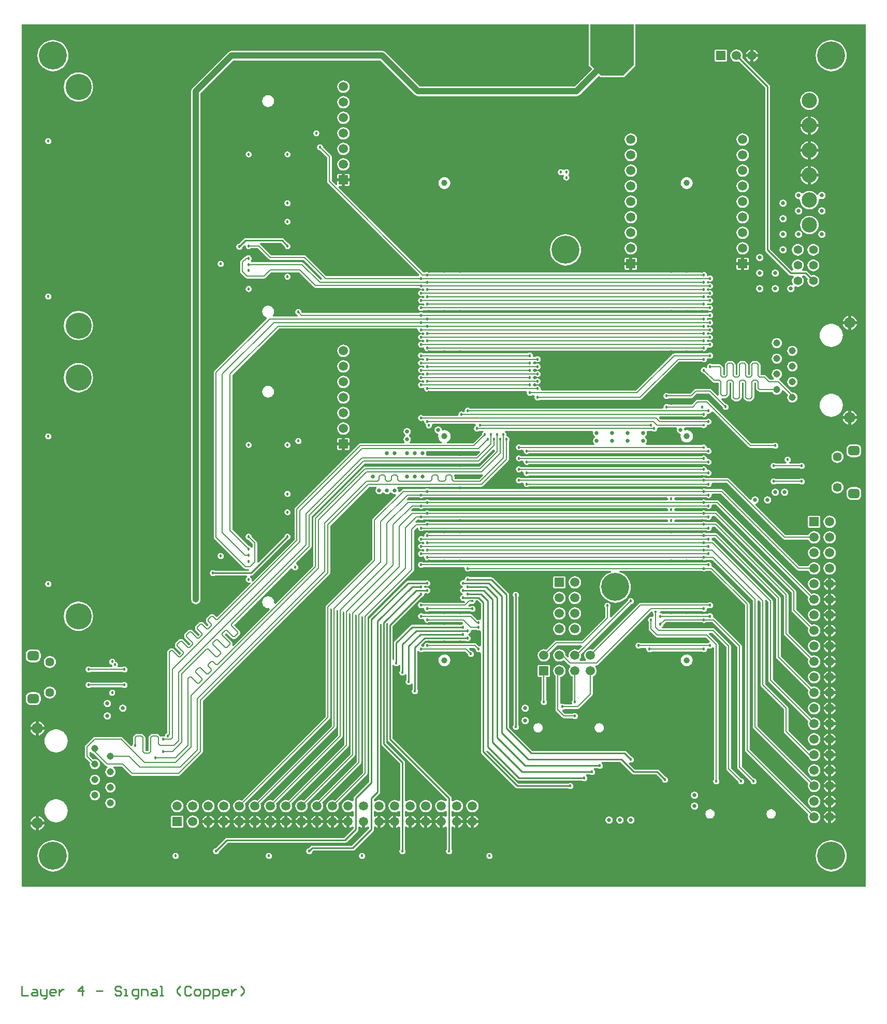
<source format=gbr>
G04 Layer_Physical_Order=4*
G04 Layer_Color=16711680*
%FSLAX24Y24*%
%MOIN*%
%TF.FileFunction,Copper,L4,Bot,Signal*%
%TF.Part,Single*%
G01*
G75*
%TA.AperFunction,Conductor*%
%ADD37C,0.0080*%
%ADD38C,0.0100*%
%TA.AperFunction,NonConductor*%
%ADD45C,0.0100*%
%TA.AperFunction,ViaPad*%
%ADD47C,0.1800*%
%TA.AperFunction,ComponentPad*%
%ADD48C,0.0591*%
%ADD49R,0.0591X0.0591*%
%ADD50C,0.0450*%
%ADD51C,0.0720*%
%ADD52C,0.0394*%
%ADD53R,0.0591X0.0591*%
G04:AMPARAMS|DCode=54|XSize=63mil|YSize=74.8mil|CornerRadius=22mil|HoleSize=0mil|Usage=FLASHONLY|Rotation=270.000|XOffset=0mil|YOffset=0mil|HoleType=Round|Shape=RoundedRectangle|*
%AMROUNDEDRECTD54*
21,1,0.0630,0.0307,0,0,270.0*
21,1,0.0189,0.0748,0,0,270.0*
1,1,0.0441,-0.0154,-0.0094*
1,1,0.0441,-0.0154,0.0094*
1,1,0.0441,0.0154,0.0094*
1,1,0.0441,0.0154,-0.0094*
%
%ADD54ROUNDEDRECTD54*%
%ADD55C,0.0571*%
%ADD56C,0.0984*%
%ADD57C,0.0551*%
%TA.AperFunction,ViaPad*%
%ADD58C,0.0260*%
%ADD59C,0.0180*%
%ADD60C,0.0170*%
%ADD61C,0.2500*%
%ADD62C,0.1680*%
%TA.AperFunction,Conductor*%
%ADD82C,0.0400*%
G36*
X39402Y52902D02*
X38700Y52200D01*
X37300D01*
X36600Y52900D01*
Y55512D01*
X39402D01*
Y52902D01*
D02*
G37*
G36*
X33402Y55512D02*
X36498D01*
Y52900D01*
X36506Y52861D01*
X36528Y52828D01*
X36714Y52642D01*
X35575Y51503D01*
X25625D01*
X23414Y53714D01*
X23351Y53762D01*
X23278Y53792D01*
X23200Y53803D01*
X13500D01*
X13422Y53792D01*
X13349Y53762D01*
X13286Y53714D01*
X10986Y51414D01*
X10938Y51351D01*
X10908Y51278D01*
X10897Y51200D01*
Y37000D01*
Y18500D01*
X10908Y18422D01*
X10938Y18349D01*
X10986Y18286D01*
X11049Y18238D01*
X11122Y18208D01*
X11200Y18197D01*
X11278Y18208D01*
X11351Y18238D01*
X11414Y18286D01*
X11462Y18349D01*
X11492Y18422D01*
X11503Y18500D01*
Y37000D01*
Y51075D01*
X13625Y53197D01*
X23075D01*
X25286Y50986D01*
X25349Y50938D01*
X25422Y50908D01*
X25500Y50897D01*
X35700D01*
X35778Y50908D01*
X35851Y50938D01*
X35914Y50986D01*
X37142Y52214D01*
X37228Y52128D01*
X37261Y52106D01*
X37300Y52098D01*
X38700D01*
X38739Y52106D01*
X38772Y52128D01*
X39474Y52830D01*
X39496Y52863D01*
X39504Y52902D01*
Y55512D01*
X54331D01*
Y0D01*
X0D01*
Y55512D01*
X30600D01*
Y55512D01*
X33402D01*
Y55512D01*
D02*
G37*
%LPC*%
G36*
X1451Y10100D02*
X1100D01*
Y9749D01*
X1120Y9752D01*
X1232Y9798D01*
X1328Y9872D01*
X1402Y9968D01*
X1448Y10080D01*
X1451Y10100D01*
D02*
G37*
G36*
X33231Y10541D02*
X33222Y10539D01*
X33212D01*
X33135Y10524D01*
X33098Y10509D01*
X33033Y10465D01*
X33005Y10437D01*
X32961Y10372D01*
X32946Y10335D01*
X32931Y10258D01*
Y10219D01*
X32946Y10142D01*
X32961Y10105D01*
X33005Y10040D01*
X33033Y10012D01*
X33098Y9968D01*
X33135Y9953D01*
X33212Y9938D01*
X33222D01*
X33231Y9936D01*
X33241Y9938D01*
X33251D01*
X33328Y9953D01*
X33365Y9968D01*
X33430Y10012D01*
X33458Y10040D01*
X33502Y10105D01*
X33517Y10142D01*
X33532Y10219D01*
Y10258D01*
X33517Y10335D01*
X33502Y10372D01*
X33458Y10437D01*
X33430Y10465D01*
X33365Y10509D01*
X33328Y10524D01*
X33251Y10539D01*
X33241D01*
X33231Y10541D01*
D02*
G37*
G36*
X31800Y18994D02*
X31726Y18979D01*
X31663Y18937D01*
X31621Y18874D01*
X31606Y18800D01*
X31621Y18726D01*
X31647Y18687D01*
Y10413D01*
X31621Y10374D01*
X31606Y10300D01*
X31621Y10226D01*
X31663Y10163D01*
X31726Y10121D01*
X31800Y10106D01*
X31874Y10121D01*
X31937Y10163D01*
X31979Y10226D01*
X31994Y10300D01*
X31979Y10374D01*
X31953Y10413D01*
Y18687D01*
X31979Y18726D01*
X31994Y18800D01*
X31979Y18874D01*
X31937Y18937D01*
X31874Y18979D01*
X31800Y18994D01*
D02*
G37*
G36*
X37169Y10541D02*
X37159Y10539D01*
X37149D01*
X37072Y10524D01*
X37035Y10509D01*
X36970Y10465D01*
X36942Y10437D01*
X36898Y10372D01*
X36883Y10335D01*
X36868Y10258D01*
Y10219D01*
X36883Y10142D01*
X36898Y10105D01*
X36942Y10040D01*
X36970Y10012D01*
X37035Y9968D01*
X37072Y9953D01*
X37149Y9938D01*
X37159D01*
X37169Y9936D01*
X37178Y9938D01*
X37188D01*
X37265Y9953D01*
X37302Y9968D01*
X37367Y10012D01*
X37395Y10040D01*
X37439Y10105D01*
X37454Y10142D01*
X37469Y10219D01*
Y10258D01*
X37454Y10335D01*
X37439Y10372D01*
X37395Y10437D01*
X37367Y10465D01*
X37302Y10509D01*
X37265Y10524D01*
X37188Y10539D01*
X37178D01*
X37169Y10541D01*
D02*
G37*
G36*
X900Y10100D02*
X549D01*
X552Y10080D01*
X598Y9968D01*
X672Y9872D01*
X768Y9798D01*
X880Y9752D01*
X900Y9749D01*
Y10100D01*
D02*
G37*
G36*
X51900Y9400D02*
X51614D01*
X51615Y9397D01*
X51655Y9301D01*
X51718Y9218D01*
X51801Y9155D01*
X51897Y9115D01*
X51900Y9114D01*
Y9400D01*
D02*
G37*
G36*
X51000Y9899D02*
X50897Y9885D01*
X50801Y9845D01*
X50718Y9782D01*
X50655Y9699D01*
X50615Y9603D01*
X50601Y9500D01*
X50615Y9397D01*
X50655Y9301D01*
X50718Y9218D01*
X50801Y9155D01*
X50897Y9115D01*
X51000Y9101D01*
X51103Y9115D01*
X51199Y9155D01*
X51282Y9218D01*
X51345Y9301D01*
X51385Y9397D01*
X51399Y9500D01*
X51385Y9603D01*
X51345Y9699D01*
X51282Y9782D01*
X51199Y9845D01*
X51103Y9885D01*
X51000Y9899D01*
D02*
G37*
G36*
X52386Y9400D02*
X52100D01*
Y9114D01*
X52103Y9115D01*
X52199Y9155D01*
X52282Y9218D01*
X52345Y9301D01*
X52385Y9397D01*
X52386Y9400D01*
D02*
G37*
G36*
X52100Y9886D02*
Y9600D01*
X52386D01*
X52385Y9603D01*
X52345Y9699D01*
X52282Y9782D01*
X52199Y9845D01*
X52103Y9885D01*
X52100Y9886D01*
D02*
G37*
G36*
X51900D02*
X51897Y9885D01*
X51801Y9845D01*
X51718Y9782D01*
X51655Y9699D01*
X51615Y9603D01*
X51614Y9600D01*
X51900D01*
Y9886D01*
D02*
G37*
G36*
Y10400D02*
X51614D01*
X51615Y10397D01*
X51655Y10301D01*
X51718Y10218D01*
X51801Y10155D01*
X51897Y10115D01*
X51900Y10114D01*
Y10400D01*
D02*
G37*
G36*
X52100Y10886D02*
Y10600D01*
X52386D01*
X52385Y10603D01*
X52345Y10699D01*
X52282Y10782D01*
X52199Y10845D01*
X52103Y10885D01*
X52100Y10886D01*
D02*
G37*
G36*
X51900D02*
X51897Y10885D01*
X51801Y10845D01*
X51718Y10782D01*
X51655Y10699D01*
X51615Y10603D01*
X51614Y10600D01*
X51900D01*
Y10886D01*
D02*
G37*
G36*
X5500Y11235D02*
X5410Y11217D01*
X5334Y11166D01*
X5283Y11090D01*
X5265Y11000D01*
X5283Y10910D01*
X5334Y10834D01*
X5410Y10783D01*
X5500Y10765D01*
X5590Y10783D01*
X5666Y10834D01*
X5717Y10910D01*
X5735Y11000D01*
X5717Y11090D01*
X5666Y11166D01*
X5590Y11217D01*
X5500Y11235D01*
D02*
G37*
G36*
X51900Y11400D02*
X51614D01*
X51615Y11397D01*
X51655Y11301D01*
X51718Y11218D01*
X51801Y11155D01*
X51897Y11115D01*
X51900Y11114D01*
Y11400D01*
D02*
G37*
G36*
X51000Y11899D02*
X50897Y11885D01*
X50801Y11845D01*
X50718Y11782D01*
X50655Y11699D01*
X50615Y11603D01*
X50601Y11500D01*
X50615Y11397D01*
X50655Y11301D01*
X50718Y11218D01*
X50801Y11155D01*
X50897Y11115D01*
X51000Y11101D01*
X51103Y11115D01*
X51199Y11155D01*
X51282Y11218D01*
X51345Y11301D01*
X51385Y11397D01*
X51399Y11500D01*
X51385Y11603D01*
X51345Y11699D01*
X51282Y11782D01*
X51199Y11845D01*
X51103Y11885D01*
X51000Y11899D01*
D02*
G37*
G36*
X2210Y10145D02*
X2200Y10144D01*
X2190Y10145D01*
X2065Y10132D01*
X2055Y10129D01*
X2045Y10128D01*
X1924Y10092D01*
X1915Y10087D01*
X1906Y10084D01*
X1795Y10025D01*
X1787Y10018D01*
X1778Y10014D01*
X1681Y9934D01*
X1674Y9926D01*
X1666Y9919D01*
X1586Y9822D01*
X1582Y9813D01*
X1575Y9805D01*
X1516Y9694D01*
X1513Y9685D01*
X1508Y9676D01*
X1472Y9555D01*
X1471Y9545D01*
X1468Y9535D01*
X1455Y9410D01*
X1456Y9405D01*
X1455Y9400D01*
X1456Y9395D01*
X1455Y9390D01*
X1468Y9265D01*
X1471Y9255D01*
X1472Y9245D01*
X1508Y9124D01*
X1513Y9115D01*
X1516Y9106D01*
X1575Y8995D01*
X1582Y8987D01*
X1586Y8978D01*
X1666Y8881D01*
X1674Y8874D01*
X1681Y8866D01*
X1778Y8786D01*
X1787Y8782D01*
X1795Y8775D01*
X1906Y8716D01*
X1915Y8713D01*
X1924Y8708D01*
X2045Y8672D01*
X2055Y8671D01*
X2065Y8668D01*
X2190Y8655D01*
X2200Y8656D01*
X2210Y8655D01*
X2335Y8668D01*
X2345Y8671D01*
X2355Y8672D01*
X2476Y8708D01*
X2485Y8713D01*
X2494Y8716D01*
X2605Y8775D01*
X2613Y8782D01*
X2622Y8786D01*
X2719Y8866D01*
X2726Y8874D01*
X2734Y8881D01*
X2814Y8978D01*
X2818Y8987D01*
X2825Y8995D01*
X2884Y9106D01*
X2887Y9115D01*
X2892Y9124D01*
X2928Y9245D01*
X2929Y9255D01*
X2932Y9265D01*
X2945Y9390D01*
X2944Y9395D01*
X2945Y9400D01*
X2944Y9405D01*
X2945Y9410D01*
X2932Y9535D01*
X2929Y9545D01*
X2928Y9555D01*
X2892Y9676D01*
X2887Y9685D01*
X2884Y9694D01*
X2825Y9805D01*
X2818Y9813D01*
X2814Y9822D01*
X2734Y9919D01*
X2726Y9926D01*
X2719Y9934D01*
X2622Y10014D01*
X2613Y10018D01*
X2605Y10025D01*
X2494Y10084D01*
X2485Y10087D01*
X2476Y10092D01*
X2355Y10128D01*
X2345Y10129D01*
X2335Y10132D01*
X2210Y10145D01*
D02*
G37*
G36*
X52386Y10400D02*
X52100D01*
Y10114D01*
X52103Y10115D01*
X52199Y10155D01*
X52282Y10218D01*
X52345Y10301D01*
X52385Y10397D01*
X52386Y10400D01*
D02*
G37*
G36*
X900Y10651D02*
X880Y10648D01*
X768Y10602D01*
X672Y10528D01*
X598Y10432D01*
X552Y10320D01*
X549Y10300D01*
X900D01*
Y10651D01*
D02*
G37*
G36*
X32400Y10935D02*
X32310Y10917D01*
X32234Y10866D01*
X32183Y10790D01*
X32166Y10700D01*
X32183Y10610D01*
X32234Y10534D01*
X32310Y10483D01*
X32400Y10466D01*
X32490Y10483D01*
X32566Y10534D01*
X32617Y10610D01*
X32635Y10700D01*
X32617Y10790D01*
X32566Y10866D01*
X32490Y10917D01*
X32400Y10935D01*
D02*
G37*
G36*
X1100Y10651D02*
Y10300D01*
X1451D01*
X1448Y10320D01*
X1402Y10432D01*
X1328Y10528D01*
X1232Y10602D01*
X1120Y10648D01*
X1100Y10651D01*
D02*
G37*
G36*
X52100Y8886D02*
Y8600D01*
X52386D01*
X52385Y8603D01*
X52345Y8699D01*
X52282Y8782D01*
X52199Y8845D01*
X52103Y8885D01*
X52100Y8886D01*
D02*
G37*
G36*
X43300Y6135D02*
X43210Y6117D01*
X43134Y6066D01*
X43083Y5990D01*
X43066Y5900D01*
X43083Y5810D01*
X43134Y5734D01*
X43210Y5683D01*
X43300Y5665D01*
X43390Y5683D01*
X43466Y5734D01*
X43517Y5810D01*
X43535Y5900D01*
X43517Y5990D01*
X43466Y6066D01*
X43390Y6117D01*
X43300Y6135D01*
D02*
G37*
G36*
X2210Y5645D02*
X2200Y5644D01*
X2190Y5645D01*
X2065Y5632D01*
X2055Y5629D01*
X2045Y5628D01*
X1924Y5592D01*
X1915Y5587D01*
X1906Y5584D01*
X1795Y5525D01*
X1787Y5518D01*
X1778Y5514D01*
X1681Y5434D01*
X1674Y5426D01*
X1666Y5419D01*
X1586Y5322D01*
X1582Y5313D01*
X1575Y5305D01*
X1516Y5194D01*
X1513Y5185D01*
X1508Y5176D01*
X1472Y5055D01*
X1471Y5045D01*
X1468Y5035D01*
X1455Y4910D01*
X1456Y4905D01*
X1455Y4900D01*
X1456Y4895D01*
X1455Y4890D01*
X1468Y4765D01*
X1471Y4755D01*
X1472Y4745D01*
X1508Y4624D01*
X1513Y4615D01*
X1516Y4606D01*
X1575Y4495D01*
X1582Y4487D01*
X1586Y4478D01*
X1666Y4381D01*
X1674Y4374D01*
X1681Y4366D01*
X1778Y4286D01*
X1787Y4282D01*
X1795Y4275D01*
X1906Y4216D01*
X1915Y4213D01*
X1924Y4208D01*
X2045Y4172D01*
X2055Y4171D01*
X2065Y4168D01*
X2190Y4155D01*
X2200Y4156D01*
X2210Y4155D01*
X2335Y4168D01*
X2345Y4171D01*
X2355Y4172D01*
X2476Y4208D01*
X2485Y4213D01*
X2494Y4216D01*
X2605Y4275D01*
X2613Y4282D01*
X2622Y4286D01*
X2719Y4366D01*
X2726Y4374D01*
X2734Y4381D01*
X2814Y4478D01*
X2818Y4487D01*
X2825Y4495D01*
X2884Y4606D01*
X2887Y4615D01*
X2892Y4624D01*
X2928Y4745D01*
X2929Y4755D01*
X2932Y4765D01*
X2945Y4890D01*
X2944Y4895D01*
X2945Y4900D01*
X2944Y4905D01*
X2945Y4910D01*
X2932Y5035D01*
X2929Y5045D01*
X2928Y5055D01*
X2892Y5176D01*
X2887Y5185D01*
X2884Y5194D01*
X2825Y5305D01*
X2818Y5313D01*
X2814Y5322D01*
X2734Y5419D01*
X2726Y5426D01*
X2719Y5434D01*
X2622Y5514D01*
X2613Y5518D01*
X2605Y5525D01*
X2494Y5584D01*
X2485Y5587D01*
X2476Y5592D01*
X2355Y5628D01*
X2345Y5629D01*
X2335Y5632D01*
X2210Y5645D01*
D02*
G37*
G36*
X5700Y6728D02*
X5615Y6717D01*
X5536Y6684D01*
X5468Y6632D01*
X5416Y6564D01*
X5383Y6485D01*
X5372Y6400D01*
X5383Y6315D01*
X5416Y6236D01*
X5468Y6168D01*
X5536Y6116D01*
X5615Y6083D01*
X5700Y6072D01*
X5785Y6083D01*
X5864Y6116D01*
X5932Y6168D01*
X5984Y6236D01*
X6017Y6315D01*
X6028Y6400D01*
X6017Y6485D01*
X5984Y6564D01*
X5932Y6632D01*
X5864Y6684D01*
X5785Y6717D01*
X5700Y6728D01*
D02*
G37*
G36*
X52386Y6400D02*
X52100D01*
Y6114D01*
X52103Y6115D01*
X52199Y6155D01*
X52282Y6218D01*
X52345Y6301D01*
X52385Y6397D01*
X52386Y6400D01*
D02*
G37*
G36*
X51900D02*
X51614D01*
X51615Y6397D01*
X51655Y6301D01*
X51718Y6218D01*
X51801Y6155D01*
X51897Y6115D01*
X51900Y6114D01*
Y6400D01*
D02*
G37*
G36*
X52386Y5400D02*
X52100D01*
Y5114D01*
X52103Y5115D01*
X52199Y5155D01*
X52282Y5218D01*
X52345Y5301D01*
X52385Y5397D01*
X52386Y5400D01*
D02*
G37*
G36*
X51900D02*
X51614D01*
X51615Y5397D01*
X51655Y5301D01*
X51718Y5218D01*
X51801Y5155D01*
X51897Y5115D01*
X51900Y5114D01*
Y5400D01*
D02*
G37*
G36*
X4700Y6228D02*
X4615Y6217D01*
X4536Y6184D01*
X4468Y6132D01*
X4416Y6064D01*
X4383Y5985D01*
X4372Y5900D01*
X4383Y5815D01*
X4416Y5736D01*
X4468Y5668D01*
X4536Y5616D01*
X4615Y5583D01*
X4700Y5572D01*
X4785Y5583D01*
X4864Y5616D01*
X4932Y5668D01*
X4984Y5736D01*
X5017Y5815D01*
X5028Y5900D01*
X5017Y5985D01*
X4984Y6064D01*
X4932Y6132D01*
X4864Y6184D01*
X4785Y6217D01*
X4700Y6228D01*
D02*
G37*
G36*
X52100Y5886D02*
Y5600D01*
X52386D01*
X52385Y5603D01*
X52345Y5699D01*
X52282Y5782D01*
X52199Y5845D01*
X52103Y5885D01*
X52100Y5886D01*
D02*
G37*
G36*
X51900D02*
X51897Y5885D01*
X51801Y5845D01*
X51718Y5782D01*
X51655Y5699D01*
X51615Y5603D01*
X51614Y5600D01*
X51900D01*
Y5886D01*
D02*
G37*
G36*
X4700Y7228D02*
X4615Y7217D01*
X4536Y7184D01*
X4468Y7132D01*
X4416Y7064D01*
X4383Y6985D01*
X4372Y6900D01*
X4383Y6815D01*
X4416Y6736D01*
X4468Y6668D01*
X4536Y6616D01*
X4615Y6583D01*
X4700Y6572D01*
X4785Y6583D01*
X4864Y6616D01*
X4932Y6668D01*
X4984Y6736D01*
X5017Y6815D01*
X5028Y6900D01*
X5017Y6985D01*
X4984Y7064D01*
X4932Y7132D01*
X4864Y7184D01*
X4785Y7217D01*
X4700Y7228D01*
D02*
G37*
G36*
X52100Y7886D02*
Y7600D01*
X52386D01*
X52385Y7603D01*
X52345Y7699D01*
X52282Y7782D01*
X52199Y7845D01*
X52103Y7885D01*
X52100Y7886D01*
D02*
G37*
G36*
X51900D02*
X51897Y7885D01*
X51801Y7845D01*
X51718Y7782D01*
X51655Y7699D01*
X51615Y7603D01*
X51614Y7600D01*
X51900D01*
Y7886D01*
D02*
G37*
G36*
Y8400D02*
X51614D01*
X51615Y8397D01*
X51655Y8301D01*
X51718Y8218D01*
X51801Y8155D01*
X51897Y8115D01*
X51900Y8114D01*
Y8400D01*
D02*
G37*
G36*
Y8886D02*
X51897Y8885D01*
X51801Y8845D01*
X51718Y8782D01*
X51655Y8699D01*
X51615Y8603D01*
X51614Y8600D01*
X51900D01*
Y8886D01*
D02*
G37*
G36*
X52386Y8400D02*
X52100D01*
Y8114D01*
X52103Y8115D01*
X52199Y8155D01*
X52282Y8218D01*
X52345Y8301D01*
X52385Y8397D01*
X52386Y8400D01*
D02*
G37*
G36*
X52100Y6886D02*
Y6600D01*
X52386D01*
X52385Y6603D01*
X52345Y6699D01*
X52282Y6782D01*
X52199Y6845D01*
X52103Y6885D01*
X52100Y6886D01*
D02*
G37*
G36*
X51900D02*
X51897Y6885D01*
X51801Y6845D01*
X51718Y6782D01*
X51655Y6699D01*
X51615Y6603D01*
X51614Y6600D01*
X51900D01*
Y6886D01*
D02*
G37*
G36*
X51000Y7899D02*
X50897Y7885D01*
X50801Y7845D01*
X50718Y7782D01*
X50655Y7699D01*
X50615Y7603D01*
X50601Y7500D01*
X50615Y7397D01*
X50655Y7301D01*
X50718Y7218D01*
X50801Y7155D01*
X50897Y7115D01*
X51000Y7101D01*
X51103Y7115D01*
X51199Y7155D01*
X51282Y7218D01*
X51345Y7301D01*
X51385Y7397D01*
X51399Y7500D01*
X51385Y7603D01*
X51345Y7699D01*
X51282Y7782D01*
X51199Y7845D01*
X51103Y7885D01*
X51000Y7899D01*
D02*
G37*
G36*
X52386Y7400D02*
X52100D01*
Y7114D01*
X52103Y7115D01*
X52199Y7155D01*
X52282Y7218D01*
X52345Y7301D01*
X52385Y7397D01*
X52386Y7400D01*
D02*
G37*
G36*
X51900D02*
X51614D01*
X51615Y7397D01*
X51655Y7301D01*
X51718Y7218D01*
X51801Y7155D01*
X51897Y7115D01*
X51900Y7114D01*
Y7400D01*
D02*
G37*
G36*
X42813Y14970D02*
X42803Y14969D01*
X42800Y14969D01*
X42797Y14969D01*
X42787Y14970D01*
X42715Y14960D01*
X42705Y14957D01*
X42702Y14956D01*
X42699Y14955D01*
X42689Y14953D01*
X42622Y14925D01*
X42614Y14920D01*
X42611Y14919D01*
X42608Y14917D01*
X42599Y14912D01*
X42541Y14868D01*
X42535Y14860D01*
X42532Y14858D01*
X42530Y14856D01*
X42523Y14849D01*
X42478Y14792D01*
X42474Y14783D01*
X42472Y14780D01*
X42471Y14777D01*
X42465Y14769D01*
X42437Y14702D01*
X42435Y14692D01*
X42434Y14689D01*
X42434Y14685D01*
X42430Y14676D01*
X42421Y14604D01*
X42421Y14597D01*
X42420Y14591D01*
X42421Y14584D01*
X42421Y14577D01*
X42430Y14505D01*
X42434Y14496D01*
X42434Y14492D01*
X42435Y14489D01*
X42437Y14480D01*
X42465Y14413D01*
X42471Y14404D01*
X42472Y14401D01*
X42474Y14398D01*
X42478Y14389D01*
X42523Y14332D01*
X42530Y14325D01*
X42532Y14323D01*
X42535Y14321D01*
X42541Y14313D01*
X42599Y14269D01*
X42608Y14264D01*
X42611Y14262D01*
X42614Y14261D01*
X42622Y14256D01*
X42689Y14228D01*
X42699Y14226D01*
X42702Y14225D01*
X42705Y14224D01*
X42715Y14221D01*
X42787Y14211D01*
X42797Y14212D01*
X42800Y14212D01*
X42803Y14212D01*
X42813Y14211D01*
X42885Y14221D01*
X42895Y14224D01*
X42898Y14225D01*
X42901Y14226D01*
X42911Y14228D01*
X42978Y14256D01*
X42986Y14261D01*
X42989Y14262D01*
X42992Y14264D01*
X43001Y14269D01*
X43059Y14313D01*
X43065Y14321D01*
X43068Y14323D01*
X43070Y14325D01*
X43077Y14332D01*
X43122Y14389D01*
X43126Y14398D01*
X43128Y14401D01*
X43129Y14404D01*
X43135Y14413D01*
X43163Y14480D01*
X43165Y14489D01*
X43166Y14492D01*
X43166Y14496D01*
X43170Y14505D01*
X43179Y14577D01*
X43179Y14584D01*
X43180Y14591D01*
X43179Y14597D01*
X43179Y14604D01*
X43170Y14676D01*
X43166Y14685D01*
X43166Y14689D01*
X43165Y14692D01*
X43163Y14702D01*
X43135Y14769D01*
X43129Y14777D01*
X43128Y14780D01*
X43126Y14783D01*
X43122Y14792D01*
X43077Y14849D01*
X43070Y14856D01*
X43068Y14858D01*
X43065Y14860D01*
X43059Y14868D01*
X43001Y14912D01*
X42992Y14917D01*
X42989Y14919D01*
X42986Y14920D01*
X42978Y14925D01*
X42911Y14953D01*
X42901Y14955D01*
X42898Y14956D01*
X42895Y14957D01*
X42885Y14960D01*
X42813Y14970D01*
D02*
G37*
G36*
X27213D02*
X27203Y14969D01*
X27200Y14969D01*
X27197Y14969D01*
X27187Y14970D01*
X27115Y14960D01*
X27105Y14957D01*
X27102Y14956D01*
X27099Y14955D01*
X27089Y14953D01*
X27022Y14925D01*
X27014Y14920D01*
X27011Y14919D01*
X27008Y14917D01*
X26999Y14912D01*
X26941Y14868D01*
X26935Y14860D01*
X26932Y14858D01*
X26930Y14856D01*
X26923Y14849D01*
X26878Y14792D01*
X26874Y14783D01*
X26872Y14780D01*
X26871Y14777D01*
X26865Y14769D01*
X26837Y14702D01*
X26835Y14692D01*
X26834Y14689D01*
X26834Y14685D01*
X26830Y14676D01*
X26821Y14604D01*
X26821Y14597D01*
X26820Y14591D01*
X26821Y14584D01*
X26821Y14577D01*
X26830Y14505D01*
X26834Y14496D01*
X26834Y14492D01*
X26835Y14489D01*
X26837Y14480D01*
X26865Y14413D01*
X26871Y14404D01*
X26872Y14401D01*
X26874Y14398D01*
X26878Y14389D01*
X26923Y14332D01*
X26930Y14325D01*
X26932Y14323D01*
X26935Y14321D01*
X26941Y14313D01*
X26999Y14269D01*
X27008Y14264D01*
X27011Y14262D01*
X27014Y14261D01*
X27022Y14256D01*
X27089Y14228D01*
X27099Y14226D01*
X27102Y14225D01*
X27105Y14224D01*
X27115Y14221D01*
X27187Y14211D01*
X27197Y14212D01*
X27200Y14212D01*
X27203Y14212D01*
X27213Y14211D01*
X27285Y14221D01*
X27295Y14224D01*
X27298Y14225D01*
X27301Y14226D01*
X27311Y14228D01*
X27378Y14256D01*
X27386Y14261D01*
X27389Y14262D01*
X27392Y14264D01*
X27401Y14269D01*
X27459Y14313D01*
X27465Y14321D01*
X27468Y14323D01*
X27470Y14325D01*
X27477Y14332D01*
X27522Y14389D01*
X27526Y14398D01*
X27528Y14401D01*
X27529Y14404D01*
X27535Y14413D01*
X27563Y14480D01*
X27565Y14489D01*
X27566Y14492D01*
X27566Y14496D01*
X27570Y14505D01*
X27579Y14577D01*
X27579Y14584D01*
X27580Y14591D01*
X27579Y14597D01*
X27579Y14604D01*
X27570Y14676D01*
X27566Y14685D01*
X27566Y14689D01*
X27565Y14692D01*
X27563Y14702D01*
X27535Y14769D01*
X27529Y14777D01*
X27528Y14780D01*
X27526Y14783D01*
X27522Y14792D01*
X27477Y14849D01*
X27470Y14856D01*
X27468Y14858D01*
X27465Y14860D01*
X27459Y14868D01*
X27401Y14912D01*
X27392Y14917D01*
X27389Y14919D01*
X27386Y14920D01*
X27378Y14925D01*
X27311Y14953D01*
X27301Y14955D01*
X27298Y14956D01*
X27295Y14957D01*
X27285Y14960D01*
X27213Y14970D01*
D02*
G37*
G36*
X51000Y15899D02*
X50897Y15885D01*
X50801Y15845D01*
X50718Y15782D01*
X50655Y15699D01*
X50615Y15603D01*
X50601Y15500D01*
X50615Y15397D01*
X50655Y15301D01*
X50718Y15218D01*
X50801Y15155D01*
X50897Y15115D01*
X51000Y15101D01*
X51103Y15115D01*
X51199Y15155D01*
X51282Y15218D01*
X51345Y15301D01*
X51385Y15397D01*
X51399Y15500D01*
X51385Y15603D01*
X51345Y15699D01*
X51282Y15782D01*
X51199Y15845D01*
X51103Y15885D01*
X51000Y15899D01*
D02*
G37*
G36*
X52386Y15400D02*
X52100D01*
Y15114D01*
X52103Y15115D01*
X52199Y15155D01*
X52282Y15218D01*
X52345Y15301D01*
X52385Y15397D01*
X52386Y15400D01*
D02*
G37*
G36*
X51900D02*
X51614D01*
X51615Y15397D01*
X51655Y15301D01*
X51718Y15218D01*
X51801Y15155D01*
X51897Y15115D01*
X51900Y15114D01*
Y15400D01*
D02*
G37*
G36*
X5811Y14694D02*
X5737Y14679D01*
X5674Y14637D01*
X5632Y14574D01*
X5618Y14500D01*
X5632Y14426D01*
X5674Y14363D01*
X5737Y14321D01*
X5797Y14309D01*
X5795Y14300D01*
X5808Y14233D01*
X5807Y14222D01*
X5757Y14143D01*
X4428D01*
X4374Y14179D01*
X4300Y14194D01*
X4226Y14179D01*
X4163Y14137D01*
X4121Y14074D01*
X4106Y14000D01*
X4121Y13926D01*
X4163Y13863D01*
X4226Y13821D01*
X4300Y13806D01*
X4374Y13821D01*
X4428Y13857D01*
X6472D01*
X6526Y13821D01*
X6600Y13806D01*
X6674Y13821D01*
X6737Y13863D01*
X6779Y13926D01*
X6794Y14000D01*
X6779Y14074D01*
X6737Y14137D01*
X6674Y14179D01*
X6600Y14194D01*
X6526Y14179D01*
X6472Y14143D01*
X6220D01*
X6170Y14222D01*
X6169Y14233D01*
X6182Y14300D01*
X6168Y14374D01*
X6126Y14437D01*
X6063Y14479D01*
X6003Y14491D01*
X6005Y14500D01*
X5990Y14574D01*
X5948Y14637D01*
X5886Y14679D01*
X5811Y14694D01*
D02*
G37*
G36*
X52386Y14400D02*
X52100D01*
Y14114D01*
X52103Y14115D01*
X52199Y14155D01*
X52282Y14218D01*
X52345Y14301D01*
X52385Y14397D01*
X52386Y14400D01*
D02*
G37*
G36*
X891Y15296D02*
X583D01*
X500Y15285D01*
X422Y15252D01*
X355Y15201D01*
X304Y15134D01*
X271Y15056D01*
X260Y14972D01*
Y14783D01*
X271Y14700D01*
X304Y14622D01*
X355Y14555D01*
X422Y14504D01*
X500Y14471D01*
X583Y14460D01*
X891D01*
X974Y14471D01*
X1052Y14504D01*
X1119Y14555D01*
X1170Y14622D01*
X1203Y14700D01*
X1214Y14783D01*
Y14972D01*
X1203Y15056D01*
X1170Y15134D01*
X1119Y15201D01*
X1052Y15252D01*
X974Y15285D01*
X891Y15296D01*
D02*
G37*
G36*
X52100Y14886D02*
Y14600D01*
X52386D01*
X52385Y14603D01*
X52345Y14699D01*
X52282Y14782D01*
X52199Y14845D01*
X52103Y14885D01*
X52100Y14886D01*
D02*
G37*
G36*
X51900D02*
X51897Y14885D01*
X51801Y14845D01*
X51718Y14782D01*
X51655Y14699D01*
X51615Y14603D01*
X51614Y14600D01*
X51900D01*
Y14886D01*
D02*
G37*
G36*
Y15886D02*
X51897Y15885D01*
X51801Y15845D01*
X51718Y15782D01*
X51655Y15699D01*
X51615Y15603D01*
X51614Y15600D01*
X51900D01*
Y15886D01*
D02*
G37*
G36*
Y16886D02*
X51897Y16885D01*
X51801Y16845D01*
X51718Y16782D01*
X51655Y16699D01*
X51615Y16603D01*
X51614Y16600D01*
X51900D01*
Y16886D01*
D02*
G37*
G36*
X3645Y18365D02*
X3461Y18347D01*
X3283Y18293D01*
X3120Y18206D01*
X2977Y18088D01*
X2860Y17945D01*
X2772Y17782D01*
X2718Y17605D01*
X2700Y17420D01*
X2718Y17236D01*
X2772Y17059D01*
X2860Y16896D01*
X2977Y16753D01*
X3120Y16635D01*
X3283Y16548D01*
X3461Y16494D01*
X3645Y16476D01*
X3829Y16494D01*
X4006Y16548D01*
X4170Y16635D01*
X4313Y16753D01*
X4430Y16896D01*
X4518Y17059D01*
X4571Y17236D01*
X4589Y17420D01*
X4571Y17605D01*
X4518Y17782D01*
X4430Y17945D01*
X4313Y18088D01*
X4170Y18206D01*
X4006Y18293D01*
X3829Y18347D01*
X3645Y18365D01*
D02*
G37*
G36*
X52100Y16886D02*
Y16600D01*
X52386D01*
X52385Y16603D01*
X52345Y16699D01*
X52282Y16782D01*
X52199Y16845D01*
X52103Y16885D01*
X52100Y16886D01*
D02*
G37*
G36*
X51900Y17400D02*
X51614D01*
X51615Y17397D01*
X51655Y17301D01*
X51718Y17218D01*
X51801Y17155D01*
X51897Y17115D01*
X51900Y17114D01*
Y17400D01*
D02*
G37*
G36*
X51000Y17899D02*
X50897Y17885D01*
X50801Y17845D01*
X50718Y17782D01*
X50655Y17699D01*
X50615Y17603D01*
X50601Y17500D01*
X50615Y17397D01*
X50655Y17301D01*
X50718Y17218D01*
X50801Y17155D01*
X50897Y17115D01*
X51000Y17101D01*
X51103Y17115D01*
X51199Y17155D01*
X51282Y17218D01*
X51345Y17301D01*
X51385Y17397D01*
X51399Y17500D01*
X51385Y17603D01*
X51345Y17699D01*
X51282Y17782D01*
X51199Y17845D01*
X51103Y17885D01*
X51000Y17899D01*
D02*
G37*
G36*
X51900Y16400D02*
X51614D01*
X51615Y16397D01*
X51655Y16301D01*
X51718Y16218D01*
X51801Y16155D01*
X51897Y16115D01*
X51900Y16114D01*
Y16400D01*
D02*
G37*
G36*
X52100Y15886D02*
Y15600D01*
X52386D01*
X52385Y15603D01*
X52345Y15699D01*
X52282Y15782D01*
X52199Y15845D01*
X52103Y15885D01*
X52100Y15886D01*
D02*
G37*
G36*
X52386Y16400D02*
X52100D01*
Y16114D01*
X52103Y16115D01*
X52199Y16155D01*
X52282Y16218D01*
X52345Y16301D01*
X52385Y16397D01*
X52386Y16400D01*
D02*
G37*
G36*
X35600Y16999D02*
X35497Y16985D01*
X35401Y16945D01*
X35318Y16882D01*
X35255Y16799D01*
X35215Y16703D01*
X35201Y16600D01*
X35215Y16497D01*
X35255Y16401D01*
X35318Y16318D01*
X35401Y16255D01*
X35497Y16215D01*
X35600Y16201D01*
X35703Y16215D01*
X35799Y16255D01*
X35882Y16318D01*
X35945Y16401D01*
X35985Y16497D01*
X35999Y16600D01*
X35985Y16703D01*
X35945Y16799D01*
X35882Y16882D01*
X35799Y16945D01*
X35703Y16985D01*
X35600Y16999D01*
D02*
G37*
G36*
X34600D02*
X34497Y16985D01*
X34401Y16945D01*
X34318Y16882D01*
X34255Y16799D01*
X34215Y16703D01*
X34201Y16600D01*
X34215Y16497D01*
X34255Y16401D01*
X34318Y16318D01*
X34401Y16255D01*
X34497Y16215D01*
X34600Y16201D01*
X34703Y16215D01*
X34799Y16255D01*
X34882Y16318D01*
X34945Y16401D01*
X34985Y16497D01*
X34999Y16600D01*
X34985Y16703D01*
X34945Y16799D01*
X34882Y16882D01*
X34799Y16945D01*
X34703Y16985D01*
X34600Y16999D01*
D02*
G37*
G36*
X51900Y14400D02*
X51614D01*
X51615Y14397D01*
X51655Y14301D01*
X51718Y14218D01*
X51801Y14155D01*
X51897Y14115D01*
X51900Y14114D01*
Y14400D01*
D02*
G37*
G36*
X891Y12540D02*
X583D01*
X500Y12529D01*
X422Y12496D01*
X355Y12445D01*
X304Y12378D01*
X271Y12300D01*
X260Y12217D01*
Y12028D01*
X271Y11944D01*
X304Y11866D01*
X355Y11799D01*
X422Y11748D01*
X500Y11715D01*
X583Y11704D01*
X891D01*
X974Y11715D01*
X1052Y11748D01*
X1119Y11799D01*
X1170Y11866D01*
X1203Y11944D01*
X1214Y12028D01*
Y12217D01*
X1203Y12300D01*
X1170Y12378D01*
X1119Y12445D01*
X1052Y12496D01*
X974Y12529D01*
X891Y12540D01*
D02*
G37*
G36*
X52100Y11886D02*
Y11600D01*
X52386D01*
X52385Y11603D01*
X52345Y11699D01*
X52282Y11782D01*
X52199Y11845D01*
X52103Y11885D01*
X52100Y11886D01*
D02*
G37*
G36*
X33895Y14297D02*
X33305D01*
X33266Y14289D01*
X33233Y14267D01*
X33211Y14234D01*
X33203Y14195D01*
Y13605D01*
X33211Y13566D01*
X33233Y13533D01*
X33266Y13511D01*
X33305Y13503D01*
X33457D01*
Y12028D01*
X33421Y11974D01*
X33406Y11900D01*
X33421Y11826D01*
X33463Y11763D01*
X33526Y11721D01*
X33600Y11706D01*
X33674Y11721D01*
X33737Y11763D01*
X33779Y11826D01*
X33794Y11900D01*
X33779Y11974D01*
X33743Y12028D01*
Y13503D01*
X33895D01*
X33934Y13511D01*
X33967Y13533D01*
X33989Y13566D01*
X33997Y13605D01*
Y14195D01*
X33989Y14234D01*
X33967Y14267D01*
X33934Y14289D01*
X33895Y14297D01*
D02*
G37*
G36*
X52386Y12400D02*
X52100D01*
Y12114D01*
X52103Y12115D01*
X52199Y12155D01*
X52282Y12218D01*
X52345Y12301D01*
X52385Y12397D01*
X52386Y12400D01*
D02*
G37*
G36*
X51900D02*
X51614D01*
X51615Y12397D01*
X51655Y12301D01*
X51718Y12218D01*
X51801Y12155D01*
X51897Y12115D01*
X51900Y12114D01*
Y12400D01*
D02*
G37*
G36*
X6500Y11735D02*
X6410Y11717D01*
X6334Y11666D01*
X6283Y11590D01*
X6265Y11500D01*
X6283Y11410D01*
X6334Y11334D01*
X6410Y11283D01*
X6500Y11265D01*
X6590Y11283D01*
X6666Y11334D01*
X6717Y11410D01*
X6735Y11500D01*
X6717Y11590D01*
X6666Y11666D01*
X6590Y11717D01*
X6500Y11735D01*
D02*
G37*
G36*
X52386Y11400D02*
X52100D01*
Y11114D01*
X52103Y11115D01*
X52199Y11155D01*
X52282Y11218D01*
X52345Y11301D01*
X52385Y11397D01*
X52386Y11400D01*
D02*
G37*
G36*
X32400Y11735D02*
X32310Y11717D01*
X32234Y11666D01*
X32183Y11590D01*
X32166Y11500D01*
X32183Y11410D01*
X32234Y11334D01*
X32310Y11283D01*
X32400Y11265D01*
X32490Y11283D01*
X32566Y11334D01*
X32617Y11410D01*
X32635Y11500D01*
X32617Y11590D01*
X32566Y11666D01*
X32490Y11717D01*
X32400Y11735D01*
D02*
G37*
G36*
X51900Y11886D02*
X51897Y11885D01*
X51801Y11845D01*
X51718Y11782D01*
X51655Y11699D01*
X51615Y11603D01*
X51614Y11600D01*
X51900D01*
Y11886D01*
D02*
G37*
G36*
X5500Y12035D02*
X5410Y12017D01*
X5334Y11966D01*
X5283Y11890D01*
X5265Y11800D01*
X5283Y11710D01*
X5334Y11634D01*
X5410Y11583D01*
X5500Y11565D01*
X5590Y11583D01*
X5666Y11634D01*
X5717Y11710D01*
X5735Y11800D01*
X5717Y11890D01*
X5666Y11966D01*
X5590Y12017D01*
X5500Y12035D01*
D02*
G37*
G36*
X1800Y12905D02*
X1699Y12891D01*
X1606Y12852D01*
X1525Y12791D01*
X1463Y12710D01*
X1424Y12616D01*
X1411Y12516D01*
X1424Y12415D01*
X1463Y12321D01*
X1525Y12241D01*
X1606Y12179D01*
X1699Y12140D01*
X1800Y12127D01*
X1901Y12140D01*
X1994Y12179D01*
X2075Y12241D01*
X2137Y12321D01*
X2176Y12415D01*
X2189Y12516D01*
X2176Y12616D01*
X2137Y12710D01*
X2075Y12791D01*
X1994Y12852D01*
X1901Y12891D01*
X1800Y12905D01*
D02*
G37*
G36*
X52386Y13400D02*
X52100D01*
Y13114D01*
X52103Y13115D01*
X52199Y13155D01*
X52282Y13218D01*
X52345Y13301D01*
X52385Y13397D01*
X52386Y13400D01*
D02*
G37*
G36*
X51900D02*
X51614D01*
X51615Y13397D01*
X51655Y13301D01*
X51718Y13218D01*
X51801Y13155D01*
X51897Y13115D01*
X51900Y13114D01*
Y13400D01*
D02*
G37*
G36*
Y13886D02*
X51897Y13885D01*
X51801Y13845D01*
X51718Y13782D01*
X51655Y13699D01*
X51615Y13603D01*
X51614Y13600D01*
X51900D01*
Y13886D01*
D02*
G37*
G36*
X1800Y14873D02*
X1699Y14860D01*
X1606Y14821D01*
X1525Y14759D01*
X1463Y14679D01*
X1424Y14585D01*
X1411Y14484D01*
X1424Y14384D01*
X1463Y14290D01*
X1525Y14209D01*
X1606Y14148D01*
X1699Y14109D01*
X1800Y14095D01*
X1901Y14109D01*
X1994Y14148D01*
X2075Y14209D01*
X2137Y14290D01*
X2176Y14384D01*
X2189Y14484D01*
X2176Y14585D01*
X2137Y14679D01*
X2075Y14759D01*
X1994Y14821D01*
X1901Y14860D01*
X1800Y14873D01*
D02*
G37*
G36*
X52100Y13886D02*
Y13600D01*
X52386D01*
X52385Y13603D01*
X52345Y13699D01*
X52282Y13782D01*
X52199Y13845D01*
X52103Y13885D01*
X52100Y13886D01*
D02*
G37*
G36*
X51900Y12886D02*
X51897Y12885D01*
X51801Y12845D01*
X51718Y12782D01*
X51655Y12699D01*
X51615Y12603D01*
X51614Y12600D01*
X51900D01*
Y12886D01*
D02*
G37*
G36*
X5811Y12694D02*
X5737Y12679D01*
X5674Y12637D01*
X5632Y12574D01*
X5618Y12500D01*
X5632Y12426D01*
X5674Y12363D01*
X5737Y12321D01*
X5811Y12306D01*
X5886Y12321D01*
X5948Y12363D01*
X5990Y12426D01*
X6005Y12500D01*
X5990Y12574D01*
X5948Y12637D01*
X5886Y12679D01*
X5811Y12694D01*
D02*
G37*
G36*
X52100Y12886D02*
Y12600D01*
X52386D01*
X52385Y12603D01*
X52345Y12699D01*
X52282Y12782D01*
X52199Y12845D01*
X52103Y12885D01*
X52100Y12886D01*
D02*
G37*
G36*
X51000Y13899D02*
X50897Y13885D01*
X50801Y13845D01*
X50718Y13782D01*
X50655Y13699D01*
X50615Y13603D01*
X50601Y13500D01*
X50615Y13397D01*
X50655Y13301D01*
X50718Y13218D01*
X50801Y13155D01*
X50897Y13115D01*
X51000Y13101D01*
X51103Y13115D01*
X51199Y13155D01*
X51282Y13218D01*
X51345Y13301D01*
X51385Y13397D01*
X51399Y13500D01*
X51385Y13603D01*
X51345Y13699D01*
X51282Y13782D01*
X51199Y13845D01*
X51103Y13885D01*
X51000Y13899D01*
D02*
G37*
G36*
X4300Y13194D02*
X4226Y13179D01*
X4163Y13137D01*
X4121Y13074D01*
X4106Y13000D01*
X4121Y12926D01*
X4163Y12863D01*
X4226Y12821D01*
X4300Y12806D01*
X4374Y12821D01*
X4428Y12857D01*
X6472D01*
X6526Y12821D01*
X6600Y12806D01*
X6674Y12821D01*
X6737Y12863D01*
X6779Y12926D01*
X6794Y13000D01*
X6779Y13074D01*
X6737Y13137D01*
X6674Y13179D01*
X6600Y13194D01*
X6526Y13179D01*
X6472Y13143D01*
X4428D01*
X4374Y13179D01*
X4300Y13194D01*
D02*
G37*
G36*
X20900Y4100D02*
X20614D01*
X20615Y4097D01*
X20655Y4001D01*
X20718Y3918D01*
X20801Y3855D01*
X20897Y3815D01*
X20900Y3814D01*
Y4100D01*
D02*
G37*
G36*
X20386D02*
X20100D01*
Y3814D01*
X20103Y3815D01*
X20199Y3855D01*
X20282Y3918D01*
X20345Y4001D01*
X20385Y4097D01*
X20386Y4100D01*
D02*
G37*
G36*
X23386D02*
X23100D01*
Y3814D01*
X23103Y3815D01*
X23199Y3855D01*
X23282Y3918D01*
X23345Y4001D01*
X23385Y4097D01*
X23386Y4100D01*
D02*
G37*
G36*
X25386D02*
X25100D01*
Y3814D01*
X25103Y3815D01*
X25199Y3855D01*
X25282Y3918D01*
X25345Y4001D01*
X25385Y4097D01*
X25386Y4100D01*
D02*
G37*
G36*
X23900D02*
X23614D01*
X23615Y4097D01*
X23655Y4001D01*
X23718Y3918D01*
X23801Y3855D01*
X23897Y3815D01*
X23900Y3814D01*
Y4100D01*
D02*
G37*
G36*
X18386D02*
X18100D01*
Y3814D01*
X18103Y3815D01*
X18199Y3855D01*
X18282Y3918D01*
X18345Y4001D01*
X18385Y4097D01*
X18386Y4100D01*
D02*
G37*
G36*
X17900D02*
X17614D01*
X17615Y4097D01*
X17655Y4001D01*
X17718Y3918D01*
X17801Y3855D01*
X17897Y3815D01*
X17900Y3814D01*
Y4100D01*
D02*
G37*
G36*
X18900D02*
X18614D01*
X18615Y4097D01*
X18655Y4001D01*
X18718Y3918D01*
X18801Y3855D01*
X18897Y3815D01*
X18900Y3814D01*
Y4100D01*
D02*
G37*
G36*
X19900D02*
X19614D01*
X19615Y4097D01*
X19655Y4001D01*
X19718Y3918D01*
X19801Y3855D01*
X19897Y3815D01*
X19900Y3814D01*
Y4100D01*
D02*
G37*
G36*
X19386D02*
X19100D01*
Y3814D01*
X19103Y3815D01*
X19199Y3855D01*
X19282Y3918D01*
X19345Y4001D01*
X19385Y4097D01*
X19386Y4100D01*
D02*
G37*
G36*
X25900D02*
X25614D01*
X25615Y4097D01*
X25655Y4001D01*
X25718Y3918D01*
X25801Y3855D01*
X25897Y3815D01*
X25900Y3814D01*
Y4100D01*
D02*
G37*
G36*
X38500Y4535D02*
X38410Y4517D01*
X38334Y4466D01*
X38283Y4390D01*
X38266Y4300D01*
X38283Y4210D01*
X38334Y4134D01*
X38410Y4083D01*
X38500Y4065D01*
X38590Y4083D01*
X38666Y4134D01*
X38717Y4210D01*
X38735Y4300D01*
X38717Y4390D01*
X38666Y4466D01*
X38590Y4517D01*
X38500Y4535D01*
D02*
G37*
G36*
X37800D02*
X37710Y4517D01*
X37634Y4466D01*
X37583Y4390D01*
X37566Y4300D01*
X37583Y4210D01*
X37634Y4134D01*
X37710Y4083D01*
X37800Y4065D01*
X37890Y4083D01*
X37966Y4134D01*
X38017Y4210D01*
X38035Y4300D01*
X38017Y4390D01*
X37966Y4466D01*
X37890Y4517D01*
X37800Y4535D01*
D02*
G37*
G36*
X39200D02*
X39110Y4517D01*
X39034Y4466D01*
X38983Y4390D01*
X38965Y4300D01*
X38983Y4210D01*
X39034Y4134D01*
X39110Y4083D01*
X39200Y4065D01*
X39290Y4083D01*
X39366Y4134D01*
X39417Y4210D01*
X39435Y4300D01*
X39417Y4390D01*
X39366Y4466D01*
X39290Y4517D01*
X39200Y4535D01*
D02*
G37*
G36*
X52386Y4400D02*
X52100D01*
Y4114D01*
X52103Y4115D01*
X52199Y4155D01*
X52282Y4218D01*
X52345Y4301D01*
X52385Y4397D01*
X52386Y4400D01*
D02*
G37*
G36*
X51900D02*
X51614D01*
X51615Y4397D01*
X51655Y4301D01*
X51718Y4218D01*
X51801Y4155D01*
X51897Y4115D01*
X51900Y4114D01*
Y4400D01*
D02*
G37*
G36*
X26900Y4100D02*
X26614D01*
X26615Y4097D01*
X26655Y4001D01*
X26718Y3918D01*
X26801Y3855D01*
X26897Y3815D01*
X26900Y3814D01*
Y4100D01*
D02*
G37*
G36*
X26386D02*
X26100D01*
Y3814D01*
X26103Y3815D01*
X26199Y3855D01*
X26282Y3918D01*
X26345Y4001D01*
X26385Y4097D01*
X26386Y4100D01*
D02*
G37*
G36*
X28386D02*
X28100D01*
Y3814D01*
X28103Y3815D01*
X28199Y3855D01*
X28282Y3918D01*
X28345Y4001D01*
X28385Y4097D01*
X28386Y4100D01*
D02*
G37*
G36*
X29386D02*
X29100D01*
Y3814D01*
X29103Y3815D01*
X29199Y3855D01*
X29282Y3918D01*
X29345Y4001D01*
X29385Y4097D01*
X29386Y4100D01*
D02*
G37*
G36*
X28900D02*
X28614D01*
X28615Y4097D01*
X28655Y4001D01*
X28718Y3918D01*
X28801Y3855D01*
X28897Y3815D01*
X28900Y3814D01*
Y4100D01*
D02*
G37*
G36*
X17386D02*
X17100D01*
Y3814D01*
X17103Y3815D01*
X17199Y3855D01*
X17282Y3918D01*
X17345Y4001D01*
X17385Y4097D01*
X17386Y4100D01*
D02*
G37*
G36*
X900Y4000D02*
X549D01*
X552Y3980D01*
X598Y3868D01*
X672Y3772D01*
X768Y3698D01*
X880Y3652D01*
X900Y3649D01*
Y4000D01*
D02*
G37*
G36*
X30100Y2194D02*
X30026Y2179D01*
X29963Y2137D01*
X29921Y2074D01*
X29906Y2000D01*
X29921Y1926D01*
X29963Y1863D01*
X30026Y1821D01*
X30100Y1806D01*
X30174Y1821D01*
X30237Y1863D01*
X30279Y1926D01*
X30294Y2000D01*
X30279Y2074D01*
X30237Y2137D01*
X30174Y2179D01*
X30100Y2194D01*
D02*
G37*
G36*
X1451Y4000D02*
X1100D01*
Y3649D01*
X1120Y3652D01*
X1232Y3698D01*
X1328Y3772D01*
X1402Y3868D01*
X1448Y3980D01*
X1451Y4000D01*
D02*
G37*
G36*
X10295Y4597D02*
X9705D01*
X9666Y4589D01*
X9633Y4567D01*
X9611Y4534D01*
X9603Y4495D01*
Y3905D01*
X9611Y3866D01*
X9633Y3833D01*
X9666Y3811D01*
X9705Y3803D01*
X10295D01*
X10334Y3811D01*
X10367Y3833D01*
X10389Y3866D01*
X10397Y3905D01*
Y4495D01*
X10389Y4534D01*
X10367Y4567D01*
X10334Y4589D01*
X10295Y4597D01*
D02*
G37*
G36*
X11000Y4599D02*
X10897Y4585D01*
X10801Y4545D01*
X10718Y4482D01*
X10655Y4399D01*
X10615Y4303D01*
X10601Y4200D01*
X10615Y4097D01*
X10655Y4001D01*
X10718Y3918D01*
X10801Y3855D01*
X10897Y3815D01*
X11000Y3801D01*
X11103Y3815D01*
X11199Y3855D01*
X11282Y3918D01*
X11345Y4001D01*
X11385Y4097D01*
X11399Y4200D01*
X11385Y4303D01*
X11345Y4399D01*
X11282Y4482D01*
X11199Y4545D01*
X11103Y4585D01*
X11000Y4599D01*
D02*
G37*
G36*
X52100Y3005D02*
X51904Y2986D01*
X51715Y2928D01*
X51542Y2835D01*
X51389Y2711D01*
X51265Y2558D01*
X51172Y2385D01*
X51114Y2196D01*
X51095Y2000D01*
X51114Y1804D01*
X51172Y1615D01*
X51265Y1442D01*
X51389Y1289D01*
X51542Y1165D01*
X51715Y1072D01*
X51904Y1014D01*
X52100Y995D01*
X52296Y1014D01*
X52485Y1072D01*
X52658Y1165D01*
X52811Y1289D01*
X52935Y1442D01*
X53028Y1615D01*
X53086Y1804D01*
X53105Y2000D01*
X53086Y2196D01*
X53028Y2385D01*
X52935Y2558D01*
X52811Y2711D01*
X52658Y2835D01*
X52485Y2928D01*
X52296Y2986D01*
X52100Y3005D01*
D02*
G37*
G36*
X2000D02*
X1804Y2986D01*
X1615Y2928D01*
X1442Y2835D01*
X1289Y2711D01*
X1165Y2558D01*
X1072Y2385D01*
X1014Y2196D01*
X995Y2000D01*
X1014Y1804D01*
X1072Y1615D01*
X1165Y1442D01*
X1289Y1289D01*
X1442Y1165D01*
X1615Y1072D01*
X1804Y1014D01*
X2000Y995D01*
X2196Y1014D01*
X2385Y1072D01*
X2558Y1165D01*
X2711Y1289D01*
X2835Y1442D01*
X2928Y1615D01*
X2986Y1804D01*
X3005Y2000D01*
X2986Y2196D01*
X2928Y2385D01*
X2835Y2558D01*
X2711Y2711D01*
X2558Y2835D01*
X2385Y2928D01*
X2196Y2986D01*
X2000Y3005D01*
D02*
G37*
G36*
X9900Y2194D02*
X9826Y2179D01*
X9763Y2137D01*
X9721Y2074D01*
X9706Y2000D01*
X9721Y1926D01*
X9763Y1863D01*
X9826Y1821D01*
X9900Y1806D01*
X9974Y1821D01*
X10037Y1863D01*
X10079Y1926D01*
X10094Y2000D01*
X10079Y2074D01*
X10037Y2137D01*
X9974Y2179D01*
X9900Y2194D01*
D02*
G37*
G36*
X21900D02*
X21826Y2179D01*
X21763Y2137D01*
X21721Y2074D01*
X21706Y2000D01*
X21721Y1926D01*
X21763Y1863D01*
X21826Y1821D01*
X21900Y1806D01*
X21974Y1821D01*
X22037Y1863D01*
X22079Y1926D01*
X22094Y2000D01*
X22079Y2074D01*
X22037Y2137D01*
X21974Y2179D01*
X21900Y2194D01*
D02*
G37*
G36*
X15900D02*
X15826Y2179D01*
X15763Y2137D01*
X15721Y2074D01*
X15706Y2000D01*
X15721Y1926D01*
X15763Y1863D01*
X15826Y1821D01*
X15900Y1806D01*
X15974Y1821D01*
X16037Y1863D01*
X16079Y1926D01*
X16094Y2000D01*
X16079Y2074D01*
X16037Y2137D01*
X15974Y2179D01*
X15900Y2194D01*
D02*
G37*
G36*
X11900Y4100D02*
X11614D01*
X11615Y4097D01*
X11655Y4001D01*
X11718Y3918D01*
X11801Y3855D01*
X11897Y3815D01*
X11900Y3814D01*
Y4100D01*
D02*
G37*
G36*
X15386D02*
X15100D01*
Y3814D01*
X15103Y3815D01*
X15199Y3855D01*
X15282Y3918D01*
X15345Y4001D01*
X15385Y4097D01*
X15386Y4100D01*
D02*
G37*
G36*
X14900D02*
X14614D01*
X14615Y4097D01*
X14655Y4001D01*
X14718Y3918D01*
X14801Y3855D01*
X14897Y3815D01*
X14900Y3814D01*
Y4100D01*
D02*
G37*
G36*
X15900D02*
X15614D01*
X15615Y4097D01*
X15655Y4001D01*
X15718Y3918D01*
X15801Y3855D01*
X15897Y3815D01*
X15900Y3814D01*
Y4100D01*
D02*
G37*
G36*
X16900D02*
X16614D01*
X16615Y4097D01*
X16655Y4001D01*
X16718Y3918D01*
X16801Y3855D01*
X16897Y3815D01*
X16900Y3814D01*
Y4100D01*
D02*
G37*
G36*
X16386D02*
X16100D01*
Y3814D01*
X16103Y3815D01*
X16199Y3855D01*
X16282Y3918D01*
X16345Y4001D01*
X16385Y4097D01*
X16386Y4100D01*
D02*
G37*
G36*
X12900D02*
X12614D01*
X12615Y4097D01*
X12655Y4001D01*
X12718Y3918D01*
X12801Y3855D01*
X12897Y3815D01*
X12900Y3814D01*
Y4100D01*
D02*
G37*
G36*
X12386D02*
X12100D01*
Y3814D01*
X12103Y3815D01*
X12199Y3855D01*
X12282Y3918D01*
X12345Y4001D01*
X12385Y4097D01*
X12386Y4100D01*
D02*
G37*
G36*
X13386D02*
X13100D01*
Y3814D01*
X13103Y3815D01*
X13199Y3855D01*
X13282Y3918D01*
X13345Y4001D01*
X13385Y4097D01*
X13386Y4100D01*
D02*
G37*
G36*
X14386D02*
X14100D01*
Y3814D01*
X14103Y3815D01*
X14199Y3855D01*
X14282Y3918D01*
X14345Y4001D01*
X14385Y4097D01*
X14386Y4100D01*
D02*
G37*
G36*
X13900D02*
X13614D01*
X13615Y4097D01*
X13655Y4001D01*
X13718Y3918D01*
X13801Y3855D01*
X13897Y3815D01*
X13900Y3814D01*
Y4100D01*
D02*
G37*
G36*
X28900Y4586D02*
X28897Y4585D01*
X28801Y4545D01*
X28718Y4482D01*
X28655Y4399D01*
X28615Y4303D01*
X28614Y4300D01*
X28900D01*
Y4586D01*
D02*
G37*
G36*
X28100D02*
Y4300D01*
X28386D01*
X28385Y4303D01*
X28345Y4399D01*
X28282Y4482D01*
X28199Y4545D01*
X28103Y4585D01*
X28100Y4586D01*
D02*
G37*
G36*
X29100D02*
Y4300D01*
X29386D01*
X29385Y4303D01*
X29345Y4399D01*
X29282Y4482D01*
X29199Y4545D01*
X29103Y4585D01*
X29100Y4586D01*
D02*
G37*
G36*
X48231Y5003D02*
X48221Y5001D01*
X48211D01*
X48134Y4985D01*
X48097Y4970D01*
X48032Y4927D01*
X48004Y4899D01*
X47961Y4833D01*
X47945Y4797D01*
X47930Y4720D01*
Y4680D01*
X47945Y4603D01*
X47961Y4567D01*
X48004Y4501D01*
X48032Y4473D01*
X48097Y4430D01*
X48134Y4415D01*
X48211Y4399D01*
X48221D01*
X48231Y4397D01*
X48241Y4399D01*
X48251D01*
X48327Y4415D01*
X48364Y4430D01*
X48429Y4473D01*
X48457Y4501D01*
X48501Y4567D01*
X48516Y4603D01*
X48531Y4680D01*
Y4720D01*
X48516Y4797D01*
X48501Y4833D01*
X48457Y4899D01*
X48429Y4927D01*
X48364Y4970D01*
X48327Y4985D01*
X48251Y5001D01*
X48241D01*
X48231Y5003D01*
D02*
G37*
G36*
X44294D02*
X44284Y5001D01*
X44274D01*
X44197Y4985D01*
X44160Y4970D01*
X44095Y4927D01*
X44067Y4899D01*
X44023Y4833D01*
X44008Y4797D01*
X43993Y4720D01*
Y4680D01*
X44008Y4603D01*
X44023Y4567D01*
X44067Y4501D01*
X44095Y4473D01*
X44160Y4430D01*
X44197Y4415D01*
X44274Y4399D01*
X44284D01*
X44294Y4397D01*
X44304Y4399D01*
X44314D01*
X44390Y4415D01*
X44427Y4430D01*
X44492Y4473D01*
X44520Y4501D01*
X44564Y4567D01*
X44579Y4603D01*
X44594Y4680D01*
Y4720D01*
X44579Y4797D01*
X44564Y4833D01*
X44520Y4899D01*
X44492Y4927D01*
X44427Y4970D01*
X44390Y4985D01*
X44314Y5001D01*
X44304D01*
X44294Y5003D01*
D02*
G37*
G36*
X25100Y4586D02*
Y4300D01*
X25386D01*
X25385Y4303D01*
X25345Y4399D01*
X25282Y4482D01*
X25199Y4545D01*
X25103Y4585D01*
X25100Y4586D01*
D02*
G37*
G36*
X23900D02*
X23897Y4585D01*
X23801Y4545D01*
X23718Y4482D01*
X23655Y4399D01*
X23615Y4303D01*
X23614Y4300D01*
X23900D01*
Y4586D01*
D02*
G37*
G36*
X25900D02*
X25897Y4585D01*
X25801Y4545D01*
X25718Y4482D01*
X25655Y4399D01*
X25615Y4303D01*
X25614Y4300D01*
X25900D01*
Y4586D01*
D02*
G37*
G36*
X26900D02*
X26897Y4585D01*
X26801Y4545D01*
X26718Y4482D01*
X26655Y4399D01*
X26615Y4303D01*
X26614Y4300D01*
X26900D01*
Y4586D01*
D02*
G37*
G36*
X26100D02*
Y4300D01*
X26386D01*
X26385Y4303D01*
X26345Y4399D01*
X26282Y4482D01*
X26199Y4545D01*
X26103Y4585D01*
X26100Y4586D01*
D02*
G37*
G36*
X51900Y4886D02*
X51897Y4885D01*
X51801Y4845D01*
X51718Y4782D01*
X51655Y4699D01*
X51615Y4603D01*
X51614Y4600D01*
X51900D01*
Y4886D01*
D02*
G37*
G36*
X29000Y5599D02*
X28897Y5585D01*
X28801Y5545D01*
X28718Y5482D01*
X28655Y5399D01*
X28615Y5303D01*
X28601Y5200D01*
X28615Y5097D01*
X28655Y5001D01*
X28718Y4918D01*
X28801Y4855D01*
X28897Y4815D01*
X29000Y4801D01*
X29103Y4815D01*
X29199Y4855D01*
X29282Y4918D01*
X29345Y5001D01*
X29385Y5097D01*
X29399Y5200D01*
X29385Y5303D01*
X29345Y5399D01*
X29282Y5482D01*
X29199Y5545D01*
X29103Y5585D01*
X29000Y5599D01*
D02*
G37*
G36*
X26000D02*
X25897Y5585D01*
X25801Y5545D01*
X25718Y5482D01*
X25655Y5399D01*
X25615Y5303D01*
X25601Y5200D01*
X25615Y5097D01*
X25655Y5001D01*
X25718Y4918D01*
X25801Y4855D01*
X25897Y4815D01*
X26000Y4801D01*
X26103Y4815D01*
X26199Y4855D01*
X26282Y4918D01*
X26345Y5001D01*
X26385Y5097D01*
X26399Y5200D01*
X26385Y5303D01*
X26345Y5399D01*
X26282Y5482D01*
X26199Y5545D01*
X26103Y5585D01*
X26000Y5599D01*
D02*
G37*
G36*
X43300Y5435D02*
X43210Y5417D01*
X43134Y5366D01*
X43083Y5290D01*
X43066Y5200D01*
X43083Y5110D01*
X43134Y5034D01*
X43210Y4983D01*
X43300Y4965D01*
X43390Y4983D01*
X43466Y5034D01*
X43517Y5110D01*
X43535Y5200D01*
X43517Y5290D01*
X43466Y5366D01*
X43390Y5417D01*
X43300Y5435D01*
D02*
G37*
G36*
X51000Y5899D02*
X50897Y5885D01*
X50801Y5845D01*
X50718Y5782D01*
X50655Y5699D01*
X50615Y5603D01*
X50601Y5500D01*
X50615Y5397D01*
X50655Y5301D01*
X50718Y5218D01*
X50801Y5155D01*
X50897Y5115D01*
X51000Y5101D01*
X51103Y5115D01*
X51199Y5155D01*
X51282Y5218D01*
X51345Y5301D01*
X51385Y5397D01*
X51399Y5500D01*
X51385Y5603D01*
X51345Y5699D01*
X51282Y5782D01*
X51199Y5845D01*
X51103Y5885D01*
X51000Y5899D01*
D02*
G37*
G36*
X5700Y5728D02*
X5615Y5717D01*
X5536Y5684D01*
X5468Y5632D01*
X5416Y5564D01*
X5383Y5485D01*
X5372Y5400D01*
X5383Y5315D01*
X5416Y5236D01*
X5468Y5168D01*
X5536Y5116D01*
X5615Y5083D01*
X5700Y5072D01*
X5785Y5083D01*
X5864Y5116D01*
X5932Y5168D01*
X5984Y5236D01*
X6017Y5315D01*
X6028Y5400D01*
X6017Y5485D01*
X5984Y5564D01*
X5932Y5632D01*
X5864Y5684D01*
X5785Y5717D01*
X5700Y5728D01*
D02*
G37*
G36*
X10000Y5599D02*
X9897Y5585D01*
X9801Y5545D01*
X9718Y5482D01*
X9655Y5399D01*
X9615Y5303D01*
X9601Y5200D01*
X9615Y5097D01*
X9655Y5001D01*
X9718Y4918D01*
X9801Y4855D01*
X9897Y4815D01*
X10000Y4801D01*
X10103Y4815D01*
X10199Y4855D01*
X10282Y4918D01*
X10345Y5001D01*
X10385Y5097D01*
X10399Y5200D01*
X10385Y5303D01*
X10345Y5399D01*
X10282Y5482D01*
X10199Y5545D01*
X10103Y5585D01*
X10000Y5599D01*
D02*
G37*
G36*
X52100Y4886D02*
Y4600D01*
X52386D01*
X52385Y4603D01*
X52345Y4699D01*
X52282Y4782D01*
X52199Y4845D01*
X52103Y4885D01*
X52100Y4886D01*
D02*
G37*
G36*
X11000Y5599D02*
X10897Y5585D01*
X10801Y5545D01*
X10718Y5482D01*
X10655Y5399D01*
X10615Y5303D01*
X10601Y5200D01*
X10615Y5097D01*
X10655Y5001D01*
X10718Y4918D01*
X10801Y4855D01*
X10897Y4815D01*
X11000Y4801D01*
X11103Y4815D01*
X11199Y4855D01*
X11282Y4918D01*
X11345Y5001D01*
X11385Y5097D01*
X11399Y5200D01*
X11385Y5303D01*
X11345Y5399D01*
X11282Y5482D01*
X11199Y5545D01*
X11103Y5585D01*
X11000Y5599D01*
D02*
G37*
G36*
X13000D02*
X12897Y5585D01*
X12801Y5545D01*
X12718Y5482D01*
X12655Y5399D01*
X12615Y5303D01*
X12601Y5200D01*
X12615Y5097D01*
X12655Y5001D01*
X12718Y4918D01*
X12801Y4855D01*
X12897Y4815D01*
X13000Y4801D01*
X13103Y4815D01*
X13199Y4855D01*
X13282Y4918D01*
X13345Y5001D01*
X13385Y5097D01*
X13399Y5200D01*
X13385Y5303D01*
X13345Y5399D01*
X13282Y5482D01*
X13199Y5545D01*
X13103Y5585D01*
X13000Y5599D01*
D02*
G37*
G36*
X12000D02*
X11897Y5585D01*
X11801Y5545D01*
X11718Y5482D01*
X11655Y5399D01*
X11615Y5303D01*
X11601Y5200D01*
X11615Y5097D01*
X11655Y5001D01*
X11718Y4918D01*
X11801Y4855D01*
X11897Y4815D01*
X12000Y4801D01*
X12103Y4815D01*
X12199Y4855D01*
X12282Y4918D01*
X12345Y5001D01*
X12385Y5097D01*
X12399Y5200D01*
X12385Y5303D01*
X12345Y5399D01*
X12282Y5482D01*
X12199Y5545D01*
X12103Y5585D01*
X12000Y5599D01*
D02*
G37*
G36*
X23100Y4586D02*
Y4300D01*
X23386D01*
X23385Y4303D01*
X23345Y4399D01*
X23282Y4482D01*
X23199Y4545D01*
X23103Y4585D01*
X23100Y4586D01*
D02*
G37*
G36*
X13900D02*
X13897Y4585D01*
X13801Y4545D01*
X13718Y4482D01*
X13655Y4399D01*
X13615Y4303D01*
X13614Y4300D01*
X13900D01*
Y4586D01*
D02*
G37*
G36*
X13100D02*
Y4300D01*
X13386D01*
X13385Y4303D01*
X13345Y4399D01*
X13282Y4482D01*
X13199Y4545D01*
X13103Y4585D01*
X13100Y4586D01*
D02*
G37*
G36*
X14100D02*
Y4300D01*
X14386D01*
X14385Y4303D01*
X14345Y4399D01*
X14282Y4482D01*
X14199Y4545D01*
X14103Y4585D01*
X14100Y4586D01*
D02*
G37*
G36*
X15100D02*
Y4300D01*
X15386D01*
X15385Y4303D01*
X15345Y4399D01*
X15282Y4482D01*
X15199Y4545D01*
X15103Y4585D01*
X15100Y4586D01*
D02*
G37*
G36*
X14900D02*
X14897Y4585D01*
X14801Y4545D01*
X14718Y4482D01*
X14655Y4399D01*
X14615Y4303D01*
X14614Y4300D01*
X14900D01*
Y4586D01*
D02*
G37*
G36*
X1100Y4551D02*
Y4200D01*
X1451D01*
X1448Y4220D01*
X1402Y4332D01*
X1328Y4428D01*
X1232Y4502D01*
X1120Y4548D01*
X1100Y4551D01*
D02*
G37*
G36*
X900D02*
X880Y4548D01*
X768Y4502D01*
X672Y4428D01*
X598Y4332D01*
X552Y4220D01*
X549Y4200D01*
X900D01*
Y4551D01*
D02*
G37*
G36*
X11900Y4586D02*
X11897Y4585D01*
X11801Y4545D01*
X11718Y4482D01*
X11655Y4399D01*
X11615Y4303D01*
X11614Y4300D01*
X11900D01*
Y4586D01*
D02*
G37*
G36*
X12900D02*
X12897Y4585D01*
X12801Y4545D01*
X12718Y4482D01*
X12655Y4399D01*
X12615Y4303D01*
X12614Y4300D01*
X12900D01*
Y4586D01*
D02*
G37*
G36*
X12100D02*
Y4300D01*
X12386D01*
X12385Y4303D01*
X12345Y4399D01*
X12282Y4482D01*
X12199Y4545D01*
X12103Y4585D01*
X12100Y4586D01*
D02*
G37*
G36*
X15900D02*
X15897Y4585D01*
X15801Y4545D01*
X15718Y4482D01*
X15655Y4399D01*
X15615Y4303D01*
X15614Y4300D01*
X15900D01*
Y4586D01*
D02*
G37*
G36*
X19100D02*
Y4300D01*
X19386D01*
X19385Y4303D01*
X19345Y4399D01*
X19282Y4482D01*
X19199Y4545D01*
X19103Y4585D01*
X19100Y4586D01*
D02*
G37*
G36*
X18900D02*
X18897Y4585D01*
X18801Y4545D01*
X18718Y4482D01*
X18655Y4399D01*
X18615Y4303D01*
X18614Y4300D01*
X18900D01*
Y4586D01*
D02*
G37*
G36*
X19900D02*
X19897Y4585D01*
X19801Y4545D01*
X19718Y4482D01*
X19655Y4399D01*
X19615Y4303D01*
X19614Y4300D01*
X19900D01*
Y4586D01*
D02*
G37*
G36*
X20900D02*
X20897Y4585D01*
X20801Y4545D01*
X20718Y4482D01*
X20655Y4399D01*
X20615Y4303D01*
X20614Y4300D01*
X20900D01*
Y4586D01*
D02*
G37*
G36*
X20100D02*
Y4300D01*
X20386D01*
X20385Y4303D01*
X20345Y4399D01*
X20282Y4482D01*
X20199Y4545D01*
X20103Y4585D01*
X20100Y4586D01*
D02*
G37*
G36*
X16900D02*
X16897Y4585D01*
X16801Y4545D01*
X16718Y4482D01*
X16655Y4399D01*
X16615Y4303D01*
X16614Y4300D01*
X16900D01*
Y4586D01*
D02*
G37*
G36*
X16100D02*
Y4300D01*
X16386D01*
X16385Y4303D01*
X16345Y4399D01*
X16282Y4482D01*
X16199Y4545D01*
X16103Y4585D01*
X16100Y4586D01*
D02*
G37*
G36*
X17100D02*
Y4300D01*
X17386D01*
X17385Y4303D01*
X17345Y4399D01*
X17282Y4482D01*
X17199Y4545D01*
X17103Y4585D01*
X17100Y4586D01*
D02*
G37*
G36*
X18100D02*
Y4300D01*
X18386D01*
X18385Y4303D01*
X18345Y4399D01*
X18282Y4482D01*
X18199Y4545D01*
X18103Y4585D01*
X18100Y4586D01*
D02*
G37*
G36*
X17900D02*
X17897Y4585D01*
X17801Y4545D01*
X17718Y4482D01*
X17655Y4399D01*
X17615Y4303D01*
X17614Y4300D01*
X17900D01*
Y4586D01*
D02*
G37*
G36*
X52386Y17400D02*
X52100D01*
Y17114D01*
X52103Y17115D01*
X52199Y17155D01*
X52282Y17218D01*
X52345Y17301D01*
X52385Y17397D01*
X52386Y17400D01*
D02*
G37*
G36*
X51500Y42235D02*
X51410Y42217D01*
X51334Y42166D01*
X51283Y42090D01*
X51266Y42000D01*
X51283Y41910D01*
X51334Y41834D01*
X51410Y41783D01*
X51500Y41765D01*
X51590Y41783D01*
X51666Y41834D01*
X51717Y41910D01*
X51735Y42000D01*
X51717Y42090D01*
X51666Y42166D01*
X51590Y42217D01*
X51500Y42235D01*
D02*
G37*
G36*
X50000D02*
X49910Y42217D01*
X49834Y42166D01*
X49783Y42090D01*
X49766Y42000D01*
X49783Y41910D01*
X49834Y41834D01*
X49910Y41783D01*
X50000Y41765D01*
X50090Y41783D01*
X50166Y41834D01*
X50217Y41910D01*
X50235Y42000D01*
X50217Y42090D01*
X50166Y42166D01*
X50090Y42217D01*
X50000Y42235D01*
D02*
G37*
G36*
X50700Y43195D02*
X50584Y43184D01*
X50472Y43150D01*
X50369Y43095D01*
X50279Y43021D01*
X50205Y42931D01*
X50150Y42828D01*
X50116Y42716D01*
X50105Y42600D01*
X50116Y42484D01*
X50150Y42372D01*
X50205Y42269D01*
X50279Y42179D01*
X50369Y42105D01*
X50472Y42050D01*
X50584Y42016D01*
X50700Y42005D01*
X50816Y42016D01*
X50928Y42050D01*
X51031Y42105D01*
X51121Y42179D01*
X51195Y42269D01*
X51250Y42372D01*
X51284Y42484D01*
X51295Y42600D01*
X51284Y42716D01*
X51250Y42828D01*
X51195Y42931D01*
X51121Y43021D01*
X51031Y43095D01*
X50928Y43150D01*
X50816Y43184D01*
X50700Y43195D01*
D02*
G37*
G36*
X39200Y43499D02*
X39097Y43485D01*
X39001Y43445D01*
X38918Y43382D01*
X38855Y43299D01*
X38815Y43203D01*
X38801Y43100D01*
X38815Y42997D01*
X38855Y42901D01*
X38918Y42818D01*
X39001Y42755D01*
X39097Y42715D01*
X39200Y42701D01*
X39303Y42715D01*
X39399Y42755D01*
X39482Y42818D01*
X39545Y42901D01*
X39585Y42997D01*
X39599Y43100D01*
X39585Y43203D01*
X39545Y43299D01*
X39482Y43382D01*
X39399Y43445D01*
X39303Y43485D01*
X39200Y43499D01*
D02*
G37*
G36*
X17100Y43012D02*
X17026Y42997D01*
X16963Y42955D01*
X16921Y42892D01*
X16906Y42818D01*
X16921Y42744D01*
X16963Y42681D01*
X17026Y42639D01*
X17100Y42624D01*
X17174Y42639D01*
X17237Y42681D01*
X17279Y42744D01*
X17294Y42818D01*
X17279Y42892D01*
X17237Y42955D01*
X17174Y42997D01*
X17100Y43012D01*
D02*
G37*
G36*
X19200Y47794D02*
X19126Y47779D01*
X19063Y47737D01*
X19021Y47674D01*
X19006Y47600D01*
X19021Y47526D01*
X19063Y47463D01*
X19126Y47421D01*
X19190Y47408D01*
X19657Y46941D01*
Y45400D01*
X19657Y45400D01*
X19668Y45345D01*
X19699Y45299D01*
X25585Y39413D01*
X25572Y39301D01*
X25571Y39300D01*
X19602D01*
X18301Y40601D01*
X18255Y40632D01*
X18200Y40643D01*
X18200Y40643D01*
X16059D01*
X15358Y41344D01*
X15338Y41357D01*
X15366Y41447D01*
X16680D01*
X16912Y41215D01*
X16921Y41169D01*
X16963Y41106D01*
X17026Y41064D01*
X17100Y41050D01*
X17174Y41064D01*
X17237Y41106D01*
X17279Y41169D01*
X17294Y41243D01*
X17279Y41317D01*
X17237Y41380D01*
X17174Y41422D01*
X17128Y41431D01*
X16851Y41708D01*
X16802Y41741D01*
X16743Y41753D01*
X14400D01*
X14341Y41741D01*
X14292Y41708D01*
X13972Y41388D01*
X13926Y41379D01*
X13863Y41337D01*
X13821Y41274D01*
X13806Y41200D01*
X13821Y41126D01*
X13863Y41063D01*
X13926Y41021D01*
X14000Y41006D01*
X14074Y41021D01*
X14137Y41063D01*
X14179Y41126D01*
X14188Y41172D01*
X14328Y41312D01*
X14411Y41268D01*
X14406Y41243D01*
X14421Y41169D01*
X14463Y41106D01*
X14526Y41064D01*
X14600Y41050D01*
X14674Y41064D01*
X14728Y41101D01*
X15198D01*
X15899Y40399D01*
X15899Y40399D01*
X15945Y40368D01*
X16000Y40357D01*
X16000Y40357D01*
X18141D01*
X19339Y39160D01*
X19306Y39076D01*
X19233Y39068D01*
X18139Y40163D01*
X18092Y40194D01*
X18038Y40205D01*
X18038Y40205D01*
X14792D01*
X14762Y40235D01*
X14737Y40319D01*
X14779Y40382D01*
X14794Y40456D01*
X14779Y40530D01*
X14737Y40593D01*
X14674Y40635D01*
X14600Y40650D01*
X14526Y40635D01*
X14472Y40599D01*
X14456D01*
X14401Y40588D01*
X14355Y40557D01*
X14355Y40557D01*
X14099Y40301D01*
X14068Y40255D01*
X14057Y40200D01*
X14057Y40200D01*
Y39600D01*
X14057Y39600D01*
X14068Y39545D01*
X14099Y39499D01*
X14399Y39199D01*
X14399Y39199D01*
X14445Y39168D01*
X14500Y39157D01*
X14500Y39157D01*
X15600D01*
X15600Y39157D01*
X15655Y39168D01*
X15701Y39199D01*
X16059Y39557D01*
X17841D01*
X18799Y38599D01*
X18799Y38599D01*
X18845Y38568D01*
X18900Y38557D01*
X18900Y38557D01*
X25557D01*
X25563Y38548D01*
X25626Y38506D01*
X25700Y38491D01*
X25774Y38506D01*
X25828Y38542D01*
X25834D01*
X25907Y38452D01*
X25906Y38449D01*
X25907Y38445D01*
X25834Y38355D01*
X25828D01*
X25774Y38392D01*
X25700Y38406D01*
X25626Y38392D01*
X25563Y38350D01*
X25521Y38287D01*
X25506Y38213D01*
X25521Y38138D01*
X25563Y38076D01*
X25626Y38034D01*
X25700Y38019D01*
X25774Y38034D01*
X25828Y38070D01*
X25834D01*
X25907Y37980D01*
X25906Y37976D01*
X25907Y37973D01*
X25834Y37883D01*
X25828D01*
X25774Y37919D01*
X25700Y37934D01*
X25626Y37919D01*
X25563Y37877D01*
X25521Y37814D01*
X25506Y37740D01*
X25521Y37666D01*
X25563Y37603D01*
X25626Y37561D01*
X25700Y37546D01*
X25774Y37561D01*
X25828Y37597D01*
X25834D01*
X25907Y37507D01*
X25906Y37504D01*
X25907Y37500D01*
X25834Y37410D01*
X25828D01*
X25774Y37447D01*
X25700Y37461D01*
X25626Y37447D01*
X25563Y37405D01*
X25521Y37342D01*
X25506Y37268D01*
X25521Y37194D01*
X25563Y37131D01*
X25626Y37089D01*
X25700Y37074D01*
X25774Y37089D01*
X25828Y37125D01*
X44172D01*
X44226Y37089D01*
X44300Y37074D01*
X44374Y37089D01*
X44437Y37131D01*
X44479Y37194D01*
X44494Y37268D01*
X44479Y37342D01*
X44437Y37405D01*
X44374Y37447D01*
X44300Y37461D01*
X44226Y37447D01*
X44172Y37410D01*
X44166D01*
X44093Y37500D01*
X44094Y37504D01*
X44093Y37507D01*
X44166Y37597D01*
X44172D01*
X44226Y37561D01*
X44300Y37546D01*
X44374Y37561D01*
X44437Y37603D01*
X44479Y37666D01*
X44494Y37740D01*
X44479Y37814D01*
X44437Y37877D01*
X44374Y37919D01*
X44300Y37934D01*
X44226Y37919D01*
X44172Y37883D01*
X44166D01*
X44093Y37973D01*
X44094Y37976D01*
X44093Y37980D01*
X44166Y38070D01*
X44172D01*
X44226Y38034D01*
X44300Y38019D01*
X44374Y38034D01*
X44437Y38076D01*
X44479Y38138D01*
X44494Y38213D01*
X44479Y38287D01*
X44437Y38350D01*
X44374Y38392D01*
X44300Y38406D01*
X44226Y38392D01*
X44172Y38355D01*
X44166D01*
X44093Y38445D01*
X44094Y38449D01*
X44093Y38452D01*
X44166Y38542D01*
X44172D01*
X44226Y38506D01*
X44300Y38491D01*
X44374Y38506D01*
X44437Y38548D01*
X44479Y38611D01*
X44494Y38685D01*
X44479Y38759D01*
X44437Y38822D01*
X44374Y38864D01*
X44300Y38879D01*
X44226Y38864D01*
X44172Y38828D01*
X44166D01*
X44093Y38918D01*
X44094Y38921D01*
X44093Y38925D01*
X44166Y39015D01*
X44172D01*
X44226Y38979D01*
X44300Y38964D01*
X44374Y38979D01*
X44437Y39021D01*
X44479Y39083D01*
X44494Y39157D01*
X44479Y39232D01*
X44437Y39294D01*
X44374Y39336D01*
X44300Y39351D01*
X44226Y39336D01*
X44172Y39300D01*
X44166D01*
X44093Y39390D01*
X44094Y39394D01*
X44079Y39468D01*
X44037Y39531D01*
X43974Y39573D01*
X43900Y39587D01*
X43826Y39573D01*
X43772Y39536D01*
X26228D01*
X26174Y39573D01*
X26100Y39587D01*
X26026Y39573D01*
X25972Y39536D01*
X25865D01*
X20387Y45015D01*
X20394Y45051D01*
X20426Y45103D01*
X20600D01*
Y45400D01*
X20303D01*
Y45226D01*
X20251Y45194D01*
X20215Y45187D01*
X19943Y45459D01*
Y47000D01*
X19943Y47000D01*
X19932Y47055D01*
X19901Y47101D01*
X19901Y47101D01*
X19392Y47610D01*
X19379Y47674D01*
X19337Y47737D01*
X19274Y47779D01*
X19200Y47794D01*
D02*
G37*
G36*
X49000Y41235D02*
X48910Y41217D01*
X48834Y41166D01*
X48783Y41090D01*
X48766Y41000D01*
X48783Y40910D01*
X48834Y40834D01*
X48910Y40783D01*
X49000Y40766D01*
X49090Y40783D01*
X49166Y40834D01*
X49217Y40910D01*
X49235Y41000D01*
X49217Y41090D01*
X49166Y41166D01*
X49090Y41217D01*
X49000Y41235D01*
D02*
G37*
G36*
X39200Y42499D02*
X39097Y42485D01*
X39001Y42445D01*
X38918Y42382D01*
X38855Y42299D01*
X38815Y42203D01*
X38801Y42100D01*
X38815Y41997D01*
X38855Y41901D01*
X38918Y41818D01*
X39001Y41755D01*
X39097Y41715D01*
X39200Y41701D01*
X39303Y41715D01*
X39399Y41755D01*
X39482Y41818D01*
X39545Y41901D01*
X39585Y41997D01*
X39599Y42100D01*
X39585Y42203D01*
X39545Y42299D01*
X39482Y42382D01*
X39399Y42445D01*
X39303Y42485D01*
X39200Y42499D01*
D02*
G37*
G36*
X49000Y42235D02*
X48910Y42217D01*
X48834Y42166D01*
X48783Y42090D01*
X48766Y42000D01*
X48783Y41910D01*
X48834Y41834D01*
X48910Y41783D01*
X49000Y41765D01*
X49090Y41783D01*
X49166Y41834D01*
X49217Y41910D01*
X49235Y42000D01*
X49217Y42090D01*
X49166Y42166D01*
X49090Y42217D01*
X49000Y42235D01*
D02*
G37*
G36*
X46400Y42499D02*
X46297Y42485D01*
X46201Y42445D01*
X46118Y42382D01*
X46055Y42299D01*
X46015Y42203D01*
X46001Y42100D01*
X46015Y41997D01*
X46055Y41901D01*
X46118Y41818D01*
X46201Y41755D01*
X46297Y41715D01*
X46400Y41701D01*
X46503Y41715D01*
X46599Y41755D01*
X46682Y41818D01*
X46745Y41901D01*
X46785Y41997D01*
X46799Y42100D01*
X46785Y42203D01*
X46745Y42299D01*
X46682Y42382D01*
X46599Y42445D01*
X46503Y42485D01*
X46400Y42499D01*
D02*
G37*
G36*
Y43499D02*
X46297Y43485D01*
X46201Y43445D01*
X46118Y43382D01*
X46055Y43299D01*
X46015Y43203D01*
X46001Y43100D01*
X46015Y42997D01*
X46055Y42901D01*
X46118Y42818D01*
X46201Y42755D01*
X46297Y42715D01*
X46400Y42701D01*
X46503Y42715D01*
X46599Y42755D01*
X46682Y42818D01*
X46745Y42901D01*
X46785Y42997D01*
X46799Y43100D01*
X46785Y43203D01*
X46745Y43299D01*
X46682Y43382D01*
X46599Y43445D01*
X46503Y43485D01*
X46400Y43499D01*
D02*
G37*
G36*
X17100Y44193D02*
X17026Y44178D01*
X16963Y44136D01*
X16921Y44073D01*
X16906Y43999D01*
X16921Y43925D01*
X16963Y43862D01*
X17026Y43820D01*
X17100Y43805D01*
X17174Y43820D01*
X17237Y43862D01*
X17279Y43925D01*
X17294Y43999D01*
X17279Y44073D01*
X17237Y44136D01*
X17174Y44178D01*
X17100Y44193D01*
D02*
G37*
G36*
X49000Y44235D02*
X48910Y44217D01*
X48834Y44166D01*
X48783Y44090D01*
X48766Y44000D01*
X48783Y43910D01*
X48834Y43834D01*
X48910Y43783D01*
X49000Y43766D01*
X49090Y43783D01*
X49166Y43834D01*
X49217Y43910D01*
X49235Y44000D01*
X49217Y44090D01*
X49166Y44166D01*
X49090Y44217D01*
X49000Y44235D01*
D02*
G37*
G36*
X50700Y44795D02*
X50584Y44784D01*
X50472Y44750D01*
X50369Y44695D01*
X50293Y44632D01*
X50235Y44631D01*
X50181Y44643D01*
X50166Y44666D01*
X50090Y44717D01*
X50000Y44735D01*
X49910Y44717D01*
X49834Y44666D01*
X49783Y44590D01*
X49766Y44500D01*
X49783Y44410D01*
X49834Y44334D01*
X49910Y44283D01*
X50000Y44265D01*
X50021Y44270D01*
X50104Y44201D01*
X50106Y44195D01*
X50116Y44084D01*
X50150Y43972D01*
X50205Y43869D01*
X50279Y43779D01*
X50369Y43705D01*
X50472Y43650D01*
X50584Y43616D01*
X50700Y43605D01*
X50816Y43616D01*
X50928Y43650D01*
X51031Y43705D01*
X51121Y43779D01*
X51195Y43869D01*
X51250Y43972D01*
X51284Y44084D01*
X51295Y44200D01*
X51290Y44256D01*
X51375Y44307D01*
X51410Y44283D01*
X51500Y44265D01*
X51590Y44283D01*
X51666Y44334D01*
X51717Y44410D01*
X51735Y44500D01*
X51717Y44590D01*
X51666Y44666D01*
X51590Y44717D01*
X51500Y44735D01*
X51410Y44717D01*
X51334Y44666D01*
X51283Y44590D01*
X51278Y44565D01*
X51238Y44548D01*
X51183Y44545D01*
X51121Y44621D01*
X51031Y44695D01*
X50928Y44750D01*
X50816Y44784D01*
X50700Y44795D01*
D02*
G37*
G36*
X46400Y45499D02*
X46297Y45485D01*
X46201Y45445D01*
X46118Y45382D01*
X46055Y45299D01*
X46015Y45203D01*
X46001Y45100D01*
X46015Y44997D01*
X46055Y44901D01*
X46118Y44818D01*
X46201Y44755D01*
X46297Y44715D01*
X46400Y44701D01*
X46503Y44715D01*
X46599Y44755D01*
X46682Y44818D01*
X46745Y44901D01*
X46785Y44997D01*
X46799Y45100D01*
X46785Y45203D01*
X46745Y45299D01*
X46682Y45382D01*
X46599Y45445D01*
X46503Y45485D01*
X46400Y45499D01*
D02*
G37*
G36*
X39200D02*
X39097Y45485D01*
X39001Y45445D01*
X38918Y45382D01*
X38855Y45299D01*
X38815Y45203D01*
X38801Y45100D01*
X38815Y44997D01*
X38855Y44901D01*
X38918Y44818D01*
X39001Y44755D01*
X39097Y44715D01*
X39200Y44701D01*
X39303Y44715D01*
X39399Y44755D01*
X39482Y44818D01*
X39545Y44901D01*
X39585Y44997D01*
X39599Y45100D01*
X39585Y45203D01*
X39545Y45299D01*
X39482Y45382D01*
X39399Y45445D01*
X39303Y45485D01*
X39200Y45499D01*
D02*
G37*
G36*
X50000Y43735D02*
X49910Y43717D01*
X49834Y43666D01*
X49783Y43590D01*
X49766Y43500D01*
X49783Y43410D01*
X49834Y43334D01*
X49910Y43283D01*
X50000Y43266D01*
X50090Y43283D01*
X50166Y43334D01*
X50217Y43410D01*
X50235Y43500D01*
X50217Y43590D01*
X50166Y43666D01*
X50090Y43717D01*
X50000Y43735D01*
D02*
G37*
G36*
X49000Y43235D02*
X48910Y43217D01*
X48834Y43166D01*
X48783Y43090D01*
X48766Y43000D01*
X48783Y42910D01*
X48834Y42834D01*
X48910Y42783D01*
X49000Y42765D01*
X49090Y42783D01*
X49166Y42834D01*
X49217Y42910D01*
X49235Y43000D01*
X49217Y43090D01*
X49166Y43166D01*
X49090Y43217D01*
X49000Y43235D01*
D02*
G37*
G36*
X51500Y43735D02*
X51410Y43717D01*
X51334Y43666D01*
X51283Y43590D01*
X51266Y43500D01*
X51283Y43410D01*
X51334Y43334D01*
X51410Y43283D01*
X51500Y43266D01*
X51590Y43283D01*
X51666Y43334D01*
X51717Y43410D01*
X51735Y43500D01*
X51717Y43590D01*
X51666Y43666D01*
X51590Y43717D01*
X51500Y43735D01*
D02*
G37*
G36*
X46400Y44499D02*
X46297Y44485D01*
X46201Y44445D01*
X46118Y44382D01*
X46055Y44299D01*
X46015Y44203D01*
X46001Y44100D01*
X46015Y43997D01*
X46055Y43901D01*
X46118Y43818D01*
X46201Y43755D01*
X46297Y43715D01*
X46400Y43701D01*
X46503Y43715D01*
X46599Y43755D01*
X46682Y43818D01*
X46745Y43901D01*
X46785Y43997D01*
X46799Y44100D01*
X46785Y44203D01*
X46745Y44299D01*
X46682Y44382D01*
X46599Y44445D01*
X46503Y44485D01*
X46400Y44499D01*
D02*
G37*
G36*
X39200D02*
X39097Y44485D01*
X39001Y44445D01*
X38918Y44382D01*
X38855Y44299D01*
X38815Y44203D01*
X38801Y44100D01*
X38815Y43997D01*
X38855Y43901D01*
X38918Y43818D01*
X39001Y43755D01*
X39097Y43715D01*
X39200Y43701D01*
X39303Y43715D01*
X39399Y43755D01*
X39482Y43818D01*
X39545Y43901D01*
X39585Y43997D01*
X39599Y44100D01*
X39585Y44203D01*
X39545Y44299D01*
X39482Y44382D01*
X39399Y44445D01*
X39303Y44485D01*
X39200Y44499D01*
D02*
G37*
G36*
X46400Y41499D02*
X46297Y41485D01*
X46201Y41445D01*
X46118Y41382D01*
X46055Y41299D01*
X46015Y41203D01*
X46001Y41100D01*
X46015Y40997D01*
X46055Y40901D01*
X46118Y40818D01*
X46201Y40755D01*
X46297Y40715D01*
X46400Y40701D01*
X46503Y40715D01*
X46599Y40755D01*
X46682Y40818D01*
X46745Y40901D01*
X46785Y40997D01*
X46799Y41100D01*
X46785Y41203D01*
X46745Y41299D01*
X46682Y41382D01*
X46599Y41445D01*
X46503Y41485D01*
X46400Y41499D01*
D02*
G37*
G36*
X50950Y40379D02*
X50852Y40366D01*
X50761Y40328D01*
X50682Y40268D01*
X50622Y40189D01*
X50584Y40098D01*
X50571Y40000D01*
X50584Y39902D01*
X50622Y39811D01*
X50682Y39732D01*
X50761Y39672D01*
X50852Y39634D01*
X50950Y39621D01*
X51048Y39634D01*
X51139Y39672D01*
X51218Y39732D01*
X51278Y39811D01*
X51316Y39902D01*
X51329Y40000D01*
X51316Y40098D01*
X51278Y40189D01*
X51218Y40268D01*
X51139Y40328D01*
X51048Y40366D01*
X50950Y40379D01*
D02*
G37*
G36*
X48500Y39735D02*
X48410Y39717D01*
X48334Y39666D01*
X48283Y39590D01*
X48266Y39500D01*
X48283Y39410D01*
X48334Y39334D01*
X48410Y39283D01*
X48500Y39265D01*
X48590Y39283D01*
X48666Y39334D01*
X48717Y39410D01*
X48735Y39500D01*
X48717Y39590D01*
X48666Y39666D01*
X48590Y39717D01*
X48500Y39735D01*
D02*
G37*
G36*
X39100Y40000D02*
X38803D01*
Y39805D01*
X38811Y39766D01*
X38833Y39733D01*
X38866Y39711D01*
X38905Y39703D01*
X39100D01*
Y40000D01*
D02*
G37*
G36*
X46300D02*
X46003D01*
Y39805D01*
X46011Y39766D01*
X46033Y39733D01*
X46066Y39711D01*
X46105Y39703D01*
X46300D01*
Y40000D01*
D02*
G37*
G36*
X39597D02*
X39300D01*
Y39703D01*
X39495D01*
X39534Y39711D01*
X39567Y39733D01*
X39589Y39766D01*
X39597Y39805D01*
Y40000D01*
D02*
G37*
G36*
X14600Y38681D02*
X14526Y38666D01*
X14463Y38624D01*
X14421Y38562D01*
X14406Y38487D01*
X14421Y38413D01*
X14463Y38350D01*
X14526Y38308D01*
X14600Y38294D01*
X14674Y38308D01*
X14737Y38350D01*
X14779Y38413D01*
X14794Y38487D01*
X14779Y38562D01*
X14737Y38624D01*
X14674Y38666D01*
X14600Y38681D01*
D02*
G37*
G36*
X48500Y38735D02*
X48410Y38717D01*
X48334Y38666D01*
X48283Y38590D01*
X48266Y38500D01*
X48283Y38410D01*
X48334Y38334D01*
X48410Y38283D01*
X48500Y38266D01*
X48590Y38283D01*
X48666Y38334D01*
X48717Y38410D01*
X48735Y38500D01*
X48717Y38590D01*
X48666Y38666D01*
X48590Y38717D01*
X48500Y38735D01*
D02*
G37*
G36*
X46000Y53899D02*
X45897Y53885D01*
X45801Y53845D01*
X45718Y53782D01*
X45655Y53699D01*
X45615Y53603D01*
X45601Y53500D01*
X45615Y53397D01*
X45655Y53301D01*
X45718Y53218D01*
X45801Y53155D01*
X45897Y53115D01*
X46000Y53101D01*
X46103Y53115D01*
X46150Y53134D01*
X47847Y51437D01*
Y41000D01*
X47859Y40941D01*
X47892Y40892D01*
X49392Y39392D01*
X49441Y39359D01*
X49500Y39347D01*
X49637D01*
X49664Y39300D01*
X49674Y39257D01*
X49622Y39189D01*
X49584Y39098D01*
X49571Y39000D01*
X49584Y38902D01*
X49622Y38811D01*
X49636Y38792D01*
X49606Y38743D01*
X49579Y38719D01*
X49500Y38735D01*
X49410Y38717D01*
X49334Y38666D01*
X49283Y38590D01*
X49265Y38500D01*
X49283Y38410D01*
X49334Y38334D01*
X49410Y38283D01*
X49500Y38266D01*
X49590Y38283D01*
X49666Y38334D01*
X49717Y38410D01*
X49735Y38500D01*
X49717Y38590D01*
X49710Y38599D01*
X49742Y38644D01*
X49774Y38667D01*
X49852Y38634D01*
X49950Y38621D01*
X50048Y38634D01*
X50139Y38672D01*
X50218Y38732D01*
X50278Y38811D01*
X50316Y38902D01*
X50329Y39000D01*
X50316Y39098D01*
X50278Y39189D01*
X50226Y39257D01*
X50236Y39300D01*
X50263Y39347D01*
X50387D01*
X50599Y39135D01*
X50584Y39098D01*
X50571Y39000D01*
X50584Y38902D01*
X50622Y38811D01*
X50682Y38732D01*
X50761Y38672D01*
X50852Y38634D01*
X50950Y38621D01*
X51048Y38634D01*
X51139Y38672D01*
X51218Y38732D01*
X51278Y38811D01*
X51316Y38902D01*
X51329Y39000D01*
X51316Y39098D01*
X51278Y39189D01*
X51218Y39268D01*
X51139Y39328D01*
X51048Y39366D01*
X50950Y39379D01*
X50852Y39366D01*
X50815Y39351D01*
X50558Y39608D01*
X50509Y39641D01*
X50450Y39653D01*
X50263D01*
X50236Y39700D01*
X50226Y39743D01*
X50278Y39811D01*
X50316Y39902D01*
X50329Y40000D01*
X50316Y40098D01*
X50278Y40189D01*
X50218Y40268D01*
X50139Y40328D01*
X50048Y40366D01*
X49950Y40379D01*
X49852Y40366D01*
X49761Y40328D01*
X49682Y40268D01*
X49622Y40189D01*
X49584Y40098D01*
X49571Y40000D01*
X49584Y39902D01*
X49622Y39811D01*
X49669Y39749D01*
X49637Y39668D01*
X49555Y39662D01*
X48153Y41063D01*
Y51500D01*
X48141Y51559D01*
X48108Y51608D01*
X46366Y53350D01*
X46385Y53397D01*
X46399Y53500D01*
X46385Y53603D01*
X46345Y53699D01*
X46282Y53782D01*
X46199Y53845D01*
X46103Y53885D01*
X46000Y53899D01*
D02*
G37*
G36*
X47500Y39735D02*
X47410Y39717D01*
X47334Y39666D01*
X47283Y39590D01*
X47266Y39500D01*
X47283Y39410D01*
X47334Y39334D01*
X47410Y39283D01*
X47500Y39265D01*
X47590Y39283D01*
X47666Y39334D01*
X47717Y39410D01*
X47735Y39500D01*
X47717Y39590D01*
X47666Y39666D01*
X47590Y39717D01*
X47500Y39735D01*
D02*
G37*
G36*
X17100Y39469D02*
X17026Y39454D01*
X16963Y39412D01*
X16921Y39349D01*
X16906Y39275D01*
X16921Y39201D01*
X16963Y39138D01*
X17026Y39096D01*
X17100Y39081D01*
X17174Y39096D01*
X17237Y39138D01*
X17279Y39201D01*
X17294Y39275D01*
X17279Y39349D01*
X17237Y39412D01*
X17174Y39454D01*
X17100Y39469D01*
D02*
G37*
G36*
X46797Y40000D02*
X46500D01*
Y39703D01*
X46695D01*
X46734Y39711D01*
X46767Y39733D01*
X46789Y39766D01*
X46797Y39805D01*
Y40000D01*
D02*
G37*
G36*
X47500Y40735D02*
X47410Y40717D01*
X47334Y40666D01*
X47283Y40590D01*
X47266Y40500D01*
X47283Y40410D01*
X47334Y40334D01*
X47410Y40283D01*
X47500Y40265D01*
X47590Y40283D01*
X47666Y40334D01*
X47717Y40410D01*
X47735Y40500D01*
X47717Y40590D01*
X47666Y40666D01*
X47590Y40717D01*
X47500Y40735D01*
D02*
G37*
G36*
X46695Y40497D02*
X46500D01*
Y40200D01*
X46797D01*
Y40395D01*
X46789Y40434D01*
X46767Y40467D01*
X46734Y40489D01*
X46695Y40497D01*
D02*
G37*
G36*
X49950Y41379D02*
X49852Y41366D01*
X49761Y41328D01*
X49682Y41268D01*
X49622Y41189D01*
X49584Y41098D01*
X49571Y41000D01*
X49584Y40902D01*
X49622Y40811D01*
X49682Y40732D01*
X49761Y40672D01*
X49852Y40634D01*
X49950Y40621D01*
X50048Y40634D01*
X50139Y40672D01*
X50218Y40732D01*
X50278Y40811D01*
X50316Y40902D01*
X50329Y41000D01*
X50316Y41098D01*
X50278Y41189D01*
X50218Y41268D01*
X50139Y41328D01*
X50048Y41366D01*
X49950Y41379D01*
D02*
G37*
G36*
X39200Y41499D02*
X39097Y41485D01*
X39001Y41445D01*
X38918Y41382D01*
X38855Y41299D01*
X38815Y41203D01*
X38801Y41100D01*
X38815Y40997D01*
X38855Y40901D01*
X38918Y40818D01*
X39001Y40755D01*
X39097Y40715D01*
X39200Y40701D01*
X39303Y40715D01*
X39399Y40755D01*
X39482Y40818D01*
X39545Y40901D01*
X39585Y40997D01*
X39599Y41100D01*
X39585Y41203D01*
X39545Y41299D01*
X39482Y41382D01*
X39399Y41445D01*
X39303Y41485D01*
X39200Y41499D01*
D02*
G37*
G36*
X50950Y41379D02*
X50852Y41366D01*
X50761Y41328D01*
X50682Y41268D01*
X50622Y41189D01*
X50584Y41098D01*
X50571Y41000D01*
X50584Y40902D01*
X50622Y40811D01*
X50682Y40732D01*
X50761Y40672D01*
X50852Y40634D01*
X50950Y40621D01*
X51048Y40634D01*
X51139Y40672D01*
X51218Y40732D01*
X51278Y40811D01*
X51316Y40902D01*
X51329Y41000D01*
X51316Y41098D01*
X51278Y41189D01*
X51218Y41268D01*
X51139Y41328D01*
X51048Y41366D01*
X50950Y41379D01*
D02*
G37*
G36*
X35000Y42005D02*
X34804Y41986D01*
X34615Y41928D01*
X34442Y41835D01*
X34289Y41711D01*
X34165Y41558D01*
X34072Y41385D01*
X34014Y41196D01*
X33995Y41000D01*
X34014Y40804D01*
X34072Y40615D01*
X34165Y40442D01*
X34289Y40289D01*
X34442Y40165D01*
X34615Y40072D01*
X34804Y40014D01*
X35000Y39995D01*
X35196Y40014D01*
X35385Y40072D01*
X35558Y40165D01*
X35711Y40289D01*
X35835Y40442D01*
X35928Y40615D01*
X35986Y40804D01*
X36005Y41000D01*
X35986Y41196D01*
X35928Y41385D01*
X35835Y41558D01*
X35711Y41711D01*
X35558Y41835D01*
X35385Y41928D01*
X35196Y41986D01*
X35000Y42005D01*
D02*
G37*
G36*
X12800Y40294D02*
X12726Y40279D01*
X12663Y40237D01*
X12621Y40174D01*
X12606Y40100D01*
X12621Y40026D01*
X12663Y39963D01*
X12726Y39921D01*
X12800Y39906D01*
X12874Y39921D01*
X12937Y39963D01*
X12979Y40026D01*
X12994Y40100D01*
X12979Y40174D01*
X12937Y40237D01*
X12874Y40279D01*
X12800Y40294D01*
D02*
G37*
G36*
X39100Y40497D02*
X38905D01*
X38866Y40489D01*
X38833Y40467D01*
X38811Y40434D01*
X38803Y40395D01*
Y40200D01*
X39100D01*
Y40497D01*
D02*
G37*
G36*
X39495D02*
X39300D01*
Y40200D01*
X39597D01*
Y40395D01*
X39589Y40434D01*
X39567Y40467D01*
X39534Y40489D01*
X39495Y40497D01*
D02*
G37*
G36*
X46300D02*
X46105D01*
X46066Y40489D01*
X46033Y40467D01*
X46011Y40434D01*
X46003Y40395D01*
Y40200D01*
X46300D01*
Y40497D01*
D02*
G37*
G36*
X21097Y45400D02*
X20800D01*
Y45103D01*
X20995D01*
X21034Y45111D01*
X21067Y45133D01*
X21089Y45166D01*
X21097Y45205D01*
Y45400D01*
D02*
G37*
G36*
X50600Y49585D02*
X50584Y49584D01*
X50472Y49550D01*
X50369Y49495D01*
X50279Y49421D01*
X50205Y49331D01*
X50150Y49228D01*
X50116Y49116D01*
X50115Y49100D01*
X50600D01*
Y49585D01*
D02*
G37*
G36*
X51285Y48900D02*
X50800D01*
Y48415D01*
X50816Y48416D01*
X50928Y48450D01*
X51031Y48505D01*
X51121Y48579D01*
X51195Y48669D01*
X51250Y48772D01*
X51284Y48884D01*
X51285Y48900D01*
D02*
G37*
G36*
X50800Y49585D02*
Y49100D01*
X51285D01*
X51284Y49116D01*
X51250Y49228D01*
X51195Y49331D01*
X51121Y49421D01*
X51031Y49495D01*
X50928Y49550D01*
X50816Y49584D01*
X50800Y49585D01*
D02*
G37*
G36*
X50700Y51195D02*
X50584Y51184D01*
X50472Y51150D01*
X50369Y51095D01*
X50279Y51021D01*
X50205Y50931D01*
X50150Y50828D01*
X50116Y50716D01*
X50105Y50600D01*
X50116Y50484D01*
X50150Y50372D01*
X50205Y50269D01*
X50279Y50179D01*
X50369Y50105D01*
X50472Y50050D01*
X50584Y50016D01*
X50700Y50005D01*
X50816Y50016D01*
X50928Y50050D01*
X51031Y50105D01*
X51121Y50179D01*
X51195Y50269D01*
X51250Y50372D01*
X51284Y50484D01*
X51295Y50600D01*
X51284Y50716D01*
X51250Y50828D01*
X51195Y50931D01*
X51121Y51021D01*
X51031Y51095D01*
X50928Y51150D01*
X50816Y51184D01*
X50700Y51195D01*
D02*
G37*
G36*
X20700Y49899D02*
X20597Y49885D01*
X20501Y49845D01*
X20418Y49782D01*
X20355Y49699D01*
X20315Y49603D01*
X20301Y49500D01*
X20315Y49397D01*
X20355Y49301D01*
X20418Y49218D01*
X20501Y49155D01*
X20597Y49115D01*
X20700Y49101D01*
X20803Y49115D01*
X20899Y49155D01*
X20982Y49218D01*
X21045Y49301D01*
X21085Y49397D01*
X21099Y49500D01*
X21085Y49603D01*
X21045Y49699D01*
X20982Y49782D01*
X20899Y49845D01*
X20803Y49885D01*
X20700Y49899D01*
D02*
G37*
G36*
X1700Y48194D02*
X1626Y48179D01*
X1563Y48137D01*
X1521Y48074D01*
X1506Y48000D01*
X1521Y47926D01*
X1563Y47863D01*
X1626Y47821D01*
X1700Y47806D01*
X1774Y47821D01*
X1837Y47863D01*
X1879Y47926D01*
X1894Y48000D01*
X1879Y48074D01*
X1837Y48137D01*
X1774Y48179D01*
X1700Y48194D01*
D02*
G37*
G36*
X46400Y48499D02*
X46297Y48485D01*
X46201Y48445D01*
X46118Y48382D01*
X46055Y48299D01*
X46015Y48203D01*
X46001Y48100D01*
X46015Y47997D01*
X46055Y47901D01*
X46118Y47818D01*
X46201Y47755D01*
X46297Y47715D01*
X46400Y47701D01*
X46503Y47715D01*
X46599Y47755D01*
X46682Y47818D01*
X46745Y47901D01*
X46785Y47997D01*
X46799Y48100D01*
X46785Y48203D01*
X46745Y48299D01*
X46682Y48382D01*
X46599Y48445D01*
X46503Y48485D01*
X46400Y48499D01*
D02*
G37*
G36*
X20700Y48899D02*
X20597Y48885D01*
X20501Y48845D01*
X20418Y48782D01*
X20355Y48699D01*
X20315Y48603D01*
X20301Y48500D01*
X20315Y48397D01*
X20355Y48301D01*
X20418Y48218D01*
X20501Y48155D01*
X20597Y48115D01*
X20700Y48101D01*
X20803Y48115D01*
X20899Y48155D01*
X20982Y48218D01*
X21045Y48301D01*
X21085Y48397D01*
X21099Y48500D01*
X21085Y48603D01*
X21045Y48699D01*
X20982Y48782D01*
X20899Y48845D01*
X20803Y48885D01*
X20700Y48899D01*
D02*
G37*
G36*
X50600Y48900D02*
X50115D01*
X50116Y48884D01*
X50150Y48772D01*
X50205Y48669D01*
X50279Y48579D01*
X50369Y48505D01*
X50472Y48450D01*
X50584Y48416D01*
X50600Y48415D01*
Y48900D01*
D02*
G37*
G36*
X18953Y48694D02*
X18879Y48679D01*
X18816Y48637D01*
X18774Y48574D01*
X18759Y48500D01*
X18774Y48426D01*
X18816Y48363D01*
X18879Y48321D01*
X18953Y48306D01*
X19027Y48321D01*
X19090Y48363D01*
X19132Y48426D01*
X19146Y48500D01*
X19132Y48574D01*
X19090Y48637D01*
X19027Y48679D01*
X18953Y48694D01*
D02*
G37*
G36*
X20700Y50899D02*
X20597Y50885D01*
X20501Y50845D01*
X20418Y50782D01*
X20355Y50699D01*
X20315Y50603D01*
X20301Y50500D01*
X20315Y50397D01*
X20355Y50301D01*
X20418Y50218D01*
X20501Y50155D01*
X20597Y50115D01*
X20700Y50101D01*
X20803Y50115D01*
X20899Y50155D01*
X20982Y50218D01*
X21045Y50301D01*
X21085Y50397D01*
X21099Y50500D01*
X21085Y50603D01*
X21045Y50699D01*
X20982Y50782D01*
X20899Y50845D01*
X20803Y50885D01*
X20700Y50899D01*
D02*
G37*
G36*
X46900Y53400D02*
X46614D01*
X46615Y53397D01*
X46655Y53301D01*
X46718Y53218D01*
X46801Y53155D01*
X46897Y53115D01*
X46900Y53114D01*
Y53400D01*
D02*
G37*
G36*
X45295Y53897D02*
X44705D01*
X44666Y53889D01*
X44633Y53867D01*
X44611Y53834D01*
X44603Y53795D01*
Y53205D01*
X44611Y53166D01*
X44633Y53133D01*
X44666Y53111D01*
X44705Y53103D01*
X45295D01*
X45334Y53111D01*
X45367Y53133D01*
X45389Y53166D01*
X45397Y53205D01*
Y53795D01*
X45389Y53834D01*
X45367Y53867D01*
X45334Y53889D01*
X45295Y53897D01*
D02*
G37*
G36*
X47386Y53400D02*
X47100D01*
Y53114D01*
X47103Y53115D01*
X47199Y53155D01*
X47282Y53218D01*
X47345Y53301D01*
X47385Y53397D01*
X47386Y53400D01*
D02*
G37*
G36*
X47100Y53886D02*
Y53600D01*
X47386D01*
X47385Y53603D01*
X47345Y53699D01*
X47282Y53782D01*
X47199Y53845D01*
X47103Y53885D01*
X47100Y53886D01*
D02*
G37*
G36*
X46900D02*
X46897Y53885D01*
X46801Y53845D01*
X46718Y53782D01*
X46655Y53699D01*
X46615Y53603D01*
X46614Y53600D01*
X46900D01*
Y53886D01*
D02*
G37*
G36*
X15863Y50953D02*
X15853Y50952D01*
X15850Y50953D01*
X15846Y50952D01*
X15836Y50953D01*
X15764Y50944D01*
X15755Y50940D01*
X15752Y50940D01*
X15748Y50939D01*
X15739Y50937D01*
X15672Y50909D01*
X15663Y50903D01*
X15660Y50902D01*
X15658Y50900D01*
X15649Y50896D01*
X15591Y50851D01*
X15584Y50844D01*
X15582Y50842D01*
X15580Y50839D01*
X15572Y50833D01*
X15528Y50775D01*
X15524Y50766D01*
X15522Y50763D01*
X15520Y50760D01*
X15515Y50752D01*
X15487Y50685D01*
X15485Y50675D01*
X15484Y50672D01*
X15483Y50669D01*
X15480Y50659D01*
X15471Y50587D01*
X15471Y50581D01*
X15470Y50574D01*
X15471Y50567D01*
X15471Y50561D01*
X15480Y50489D01*
X15483Y50479D01*
X15484Y50476D01*
X15485Y50473D01*
X15487Y50463D01*
X15515Y50396D01*
X15520Y50388D01*
X15522Y50385D01*
X15524Y50382D01*
X15528Y50373D01*
X15572Y50315D01*
X15580Y50309D01*
X15582Y50306D01*
X15584Y50304D01*
X15591Y50297D01*
X15649Y50252D01*
X15658Y50248D01*
X15660Y50246D01*
X15663Y50245D01*
X15672Y50239D01*
X15739Y50211D01*
X15748Y50209D01*
X15752Y50208D01*
X15755Y50208D01*
X15764Y50204D01*
X15836Y50195D01*
X15846Y50196D01*
X15850Y50195D01*
X15853Y50196D01*
X15863Y50195D01*
X15935Y50204D01*
X15944Y50208D01*
X15948Y50208D01*
X15951Y50209D01*
X15961Y50211D01*
X16028Y50239D01*
X16036Y50245D01*
X16039Y50246D01*
X16042Y50248D01*
X16051Y50252D01*
X16108Y50297D01*
X16115Y50304D01*
X16117Y50306D01*
X16120Y50309D01*
X16127Y50315D01*
X16171Y50373D01*
X16176Y50382D01*
X16178Y50385D01*
X16179Y50388D01*
X16185Y50396D01*
X16212Y50463D01*
X16214Y50473D01*
X16216Y50476D01*
X16216Y50479D01*
X16219Y50489D01*
X16229Y50561D01*
X16228Y50567D01*
X16230Y50574D01*
X16228Y50581D01*
X16229Y50587D01*
X16219Y50659D01*
X16216Y50669D01*
X16216Y50672D01*
X16214Y50675D01*
X16212Y50685D01*
X16185Y50752D01*
X16179Y50760D01*
X16178Y50763D01*
X16176Y50766D01*
X16171Y50775D01*
X16127Y50833D01*
X16120Y50839D01*
X16117Y50842D01*
X16115Y50844D01*
X16108Y50851D01*
X16051Y50896D01*
X16042Y50900D01*
X16039Y50902D01*
X16036Y50903D01*
X16028Y50909D01*
X15961Y50937D01*
X15951Y50939D01*
X15948Y50940D01*
X15944Y50940D01*
X15935Y50944D01*
X15863Y50953D01*
D02*
G37*
G36*
X3645Y52424D02*
X3461Y52406D01*
X3283Y52352D01*
X3120Y52265D01*
X2977Y52147D01*
X2860Y52004D01*
X2772Y51841D01*
X2718Y51664D01*
X2700Y51480D01*
X2718Y51295D01*
X2772Y51118D01*
X2860Y50955D01*
X2977Y50812D01*
X3120Y50694D01*
X3283Y50607D01*
X3461Y50553D01*
X3645Y50535D01*
X3829Y50553D01*
X4006Y50607D01*
X4170Y50694D01*
X4313Y50812D01*
X4430Y50955D01*
X4518Y51118D01*
X4571Y51295D01*
X4589Y51480D01*
X4571Y51664D01*
X4518Y51841D01*
X4430Y52004D01*
X4313Y52147D01*
X4170Y52265D01*
X4006Y52352D01*
X3829Y52406D01*
X3645Y52424D01*
D02*
G37*
G36*
X20700Y51899D02*
X20597Y51885D01*
X20501Y51845D01*
X20418Y51782D01*
X20355Y51699D01*
X20315Y51603D01*
X20301Y51500D01*
X20315Y51397D01*
X20355Y51301D01*
X20418Y51218D01*
X20501Y51155D01*
X20597Y51115D01*
X20700Y51101D01*
X20803Y51115D01*
X20899Y51155D01*
X20982Y51218D01*
X21045Y51301D01*
X21085Y51397D01*
X21099Y51500D01*
X21085Y51603D01*
X21045Y51699D01*
X20982Y51782D01*
X20899Y51845D01*
X20803Y51885D01*
X20700Y51899D01*
D02*
G37*
G36*
X52100Y54505D02*
X51904Y54486D01*
X51715Y54428D01*
X51542Y54335D01*
X51389Y54211D01*
X51265Y54058D01*
X51172Y53885D01*
X51114Y53696D01*
X51095Y53500D01*
X51114Y53304D01*
X51172Y53115D01*
X51265Y52942D01*
X51389Y52789D01*
X51542Y52665D01*
X51715Y52572D01*
X51904Y52514D01*
X52100Y52495D01*
X52296Y52514D01*
X52485Y52572D01*
X52658Y52665D01*
X52811Y52789D01*
X52935Y52942D01*
X53028Y53115D01*
X53086Y53304D01*
X53105Y53500D01*
X53086Y53696D01*
X53028Y53885D01*
X52935Y54058D01*
X52811Y54211D01*
X52658Y54335D01*
X52485Y54428D01*
X52296Y54486D01*
X52100Y54505D01*
D02*
G37*
G36*
X2000D02*
X1804Y54486D01*
X1615Y54428D01*
X1442Y54335D01*
X1289Y54211D01*
X1165Y54058D01*
X1072Y53885D01*
X1014Y53696D01*
X995Y53500D01*
X1014Y53304D01*
X1072Y53115D01*
X1165Y52942D01*
X1289Y52789D01*
X1442Y52665D01*
X1615Y52572D01*
X1804Y52514D01*
X2000Y52495D01*
X2196Y52514D01*
X2385Y52572D01*
X2558Y52665D01*
X2711Y52789D01*
X2835Y52942D01*
X2928Y53115D01*
X2986Y53304D01*
X3005Y53500D01*
X2986Y53696D01*
X2928Y53885D01*
X2835Y54058D01*
X2711Y54211D01*
X2558Y54335D01*
X2385Y54428D01*
X2196Y54486D01*
X2000Y54505D01*
D02*
G37*
G36*
X39200Y48499D02*
X39097Y48485D01*
X39001Y48445D01*
X38918Y48382D01*
X38855Y48299D01*
X38815Y48203D01*
X38801Y48100D01*
X38815Y47997D01*
X38855Y47901D01*
X38918Y47818D01*
X39001Y47755D01*
X39097Y47715D01*
X39200Y47701D01*
X39303Y47715D01*
X39399Y47755D01*
X39482Y47818D01*
X39545Y47901D01*
X39585Y47997D01*
X39599Y48100D01*
X39585Y48203D01*
X39545Y48299D01*
X39482Y48382D01*
X39399Y48445D01*
X39303Y48485D01*
X39200Y48499D01*
D02*
G37*
G36*
Y46499D02*
X39097Y46485D01*
X39001Y46445D01*
X38918Y46382D01*
X38855Y46299D01*
X38815Y46203D01*
X38801Y46100D01*
X38815Y45997D01*
X38855Y45901D01*
X38918Y45818D01*
X39001Y45755D01*
X39097Y45715D01*
X39200Y45701D01*
X39303Y45715D01*
X39399Y45755D01*
X39482Y45818D01*
X39545Y45901D01*
X39585Y45997D01*
X39599Y46100D01*
X39585Y46203D01*
X39545Y46299D01*
X39482Y46382D01*
X39399Y46445D01*
X39303Y46485D01*
X39200Y46499D01*
D02*
G37*
G36*
X42813Y45678D02*
X42803Y45678D01*
X42800Y45678D01*
X42797Y45678D01*
X42787Y45678D01*
X42715Y45669D01*
X42705Y45666D01*
X42702Y45665D01*
X42699Y45664D01*
X42689Y45662D01*
X42622Y45634D01*
X42614Y45629D01*
X42611Y45627D01*
X42608Y45625D01*
X42599Y45621D01*
X42541Y45577D01*
X42535Y45569D01*
X42532Y45567D01*
X42530Y45564D01*
X42523Y45558D01*
X42478Y45500D01*
X42474Y45491D01*
X42472Y45489D01*
X42471Y45486D01*
X42465Y45477D01*
X42437Y45410D01*
X42435Y45400D01*
X42434Y45397D01*
X42434Y45394D01*
X42430Y45384D01*
X42421Y45313D01*
X42421Y45306D01*
X42420Y45299D01*
X42421Y45293D01*
X42421Y45286D01*
X42430Y45214D01*
X42434Y45204D01*
X42434Y45201D01*
X42435Y45198D01*
X42437Y45188D01*
X42465Y45121D01*
X42471Y45113D01*
X42472Y45110D01*
X42474Y45107D01*
X42478Y45098D01*
X42523Y45041D01*
X42530Y45034D01*
X42532Y45031D01*
X42535Y45029D01*
X42541Y45022D01*
X42599Y44978D01*
X42608Y44973D01*
X42611Y44971D01*
X42614Y44970D01*
X42622Y44964D01*
X42689Y44937D01*
X42699Y44935D01*
X42702Y44933D01*
X42705Y44933D01*
X42715Y44930D01*
X42787Y44920D01*
X42797Y44921D01*
X42800Y44920D01*
X42803Y44921D01*
X42813Y44920D01*
X42885Y44930D01*
X42895Y44933D01*
X42898Y44933D01*
X42901Y44935D01*
X42911Y44937D01*
X42978Y44964D01*
X42986Y44970D01*
X42989Y44971D01*
X42992Y44973D01*
X43001Y44978D01*
X43059Y45022D01*
X43065Y45029D01*
X43068Y45031D01*
X43070Y45034D01*
X43077Y45041D01*
X43122Y45098D01*
X43126Y45107D01*
X43128Y45110D01*
X43129Y45113D01*
X43135Y45121D01*
X43163Y45188D01*
X43165Y45198D01*
X43166Y45201D01*
X43166Y45204D01*
X43170Y45214D01*
X43179Y45286D01*
X43179Y45293D01*
X43180Y45299D01*
X43179Y45306D01*
X43179Y45313D01*
X43170Y45384D01*
X43166Y45394D01*
X43166Y45397D01*
X43165Y45400D01*
X43163Y45410D01*
X43135Y45477D01*
X43129Y45486D01*
X43128Y45489D01*
X43126Y45491D01*
X43122Y45500D01*
X43077Y45558D01*
X43070Y45564D01*
X43068Y45567D01*
X43065Y45569D01*
X43059Y45577D01*
X43001Y45621D01*
X42992Y45625D01*
X42989Y45627D01*
X42986Y45629D01*
X42978Y45634D01*
X42911Y45662D01*
X42901Y45664D01*
X42898Y45665D01*
X42895Y45666D01*
X42885Y45669D01*
X42813Y45678D01*
D02*
G37*
G36*
X46400Y46499D02*
X46297Y46485D01*
X46201Y46445D01*
X46118Y46382D01*
X46055Y46299D01*
X46015Y46203D01*
X46001Y46100D01*
X46015Y45997D01*
X46055Y45901D01*
X46118Y45818D01*
X46201Y45755D01*
X46297Y45715D01*
X46400Y45701D01*
X46503Y45715D01*
X46599Y45755D01*
X46682Y45818D01*
X46745Y45901D01*
X46785Y45997D01*
X46799Y46100D01*
X46785Y46203D01*
X46745Y46299D01*
X46682Y46382D01*
X46599Y46445D01*
X46503Y46485D01*
X46400Y46499D01*
D02*
G37*
G36*
X50800Y46385D02*
Y45900D01*
X51285D01*
X51284Y45916D01*
X51250Y46028D01*
X51195Y46131D01*
X51121Y46221D01*
X51031Y46295D01*
X50928Y46350D01*
X50816Y46384D01*
X50800Y46385D01*
D02*
G37*
G36*
X50600D02*
X50584Y46384D01*
X50472Y46350D01*
X50369Y46295D01*
X50279Y46221D01*
X50205Y46131D01*
X50150Y46028D01*
X50116Y45916D01*
X50115Y45900D01*
X50600D01*
Y46385D01*
D02*
G37*
G36*
X51285Y45700D02*
X50800D01*
Y45215D01*
X50816Y45216D01*
X50928Y45250D01*
X51031Y45305D01*
X51121Y45379D01*
X51195Y45469D01*
X51250Y45572D01*
X51284Y45684D01*
X51285Y45700D01*
D02*
G37*
G36*
X50600D02*
X50115D01*
X50116Y45684D01*
X50150Y45572D01*
X50205Y45469D01*
X50279Y45379D01*
X50369Y45305D01*
X50472Y45250D01*
X50584Y45216D01*
X50600Y45215D01*
Y45700D01*
D02*
G37*
G36*
X20600Y45897D02*
X20405D01*
X20366Y45889D01*
X20333Y45867D01*
X20311Y45834D01*
X20303Y45795D01*
Y45600D01*
X20600D01*
Y45897D01*
D02*
G37*
G36*
X27213Y45678D02*
X27203Y45678D01*
X27200Y45678D01*
X27197Y45678D01*
X27187Y45678D01*
X27115Y45669D01*
X27105Y45666D01*
X27102Y45665D01*
X27099Y45664D01*
X27089Y45662D01*
X27022Y45634D01*
X27014Y45629D01*
X27011Y45627D01*
X27008Y45625D01*
X26999Y45621D01*
X26941Y45577D01*
X26935Y45569D01*
X26932Y45567D01*
X26930Y45564D01*
X26923Y45558D01*
X26878Y45500D01*
X26874Y45491D01*
X26872Y45489D01*
X26871Y45486D01*
X26865Y45477D01*
X26837Y45410D01*
X26835Y45400D01*
X26834Y45397D01*
X26834Y45394D01*
X26830Y45384D01*
X26821Y45313D01*
X26821Y45306D01*
X26820Y45299D01*
X26821Y45293D01*
X26821Y45286D01*
X26830Y45214D01*
X26834Y45204D01*
X26834Y45201D01*
X26835Y45198D01*
X26837Y45188D01*
X26865Y45121D01*
X26871Y45113D01*
X26872Y45110D01*
X26874Y45107D01*
X26878Y45098D01*
X26923Y45041D01*
X26930Y45034D01*
X26932Y45031D01*
X26935Y45029D01*
X26941Y45022D01*
X26999Y44978D01*
X27008Y44973D01*
X27011Y44971D01*
X27014Y44970D01*
X27022Y44964D01*
X27089Y44937D01*
X27099Y44935D01*
X27102Y44933D01*
X27105Y44933D01*
X27115Y44930D01*
X27187Y44920D01*
X27197Y44921D01*
X27200Y44920D01*
X27203Y44921D01*
X27213Y44920D01*
X27285Y44930D01*
X27295Y44933D01*
X27298Y44933D01*
X27301Y44935D01*
X27311Y44937D01*
X27378Y44964D01*
X27386Y44970D01*
X27389Y44971D01*
X27392Y44973D01*
X27401Y44978D01*
X27459Y45022D01*
X27465Y45029D01*
X27468Y45031D01*
X27470Y45034D01*
X27477Y45041D01*
X27522Y45098D01*
X27526Y45107D01*
X27528Y45110D01*
X27529Y45113D01*
X27535Y45121D01*
X27563Y45188D01*
X27565Y45198D01*
X27566Y45201D01*
X27566Y45204D01*
X27570Y45214D01*
X27579Y45286D01*
X27579Y45293D01*
X27580Y45299D01*
X27579Y45306D01*
X27579Y45313D01*
X27570Y45384D01*
X27566Y45394D01*
X27566Y45397D01*
X27565Y45400D01*
X27563Y45410D01*
X27535Y45477D01*
X27529Y45486D01*
X27528Y45489D01*
X27526Y45491D01*
X27522Y45500D01*
X27477Y45558D01*
X27470Y45564D01*
X27468Y45567D01*
X27465Y45569D01*
X27459Y45577D01*
X27401Y45621D01*
X27392Y45625D01*
X27389Y45627D01*
X27386Y45629D01*
X27378Y45634D01*
X27311Y45662D01*
X27301Y45664D01*
X27298Y45665D01*
X27295Y45666D01*
X27285Y45669D01*
X27213Y45678D01*
D02*
G37*
G36*
X20995Y45897D02*
X20800D01*
Y45600D01*
X21097D01*
Y45795D01*
X21089Y45834D01*
X21067Y45867D01*
X21034Y45889D01*
X20995Y45897D01*
D02*
G37*
G36*
X20700Y46899D02*
X20597Y46885D01*
X20501Y46845D01*
X20418Y46782D01*
X20355Y46699D01*
X20315Y46603D01*
X20301Y46500D01*
X20315Y46397D01*
X20355Y46301D01*
X20418Y46218D01*
X20501Y46155D01*
X20597Y46115D01*
X20700Y46101D01*
X20803Y46115D01*
X20899Y46155D01*
X20982Y46218D01*
X21045Y46301D01*
X21085Y46397D01*
X21099Y46500D01*
X21085Y46603D01*
X21045Y46699D01*
X20982Y46782D01*
X20899Y46845D01*
X20803Y46885D01*
X20700Y46899D01*
D02*
G37*
G36*
X17100Y47343D02*
X17026Y47328D01*
X16963Y47286D01*
X16921Y47223D01*
X16906Y47149D01*
X16921Y47075D01*
X16963Y47012D01*
X17026Y46970D01*
X17100Y46955D01*
X17174Y46970D01*
X17237Y47012D01*
X17279Y47075D01*
X17294Y47149D01*
X17279Y47223D01*
X17237Y47286D01*
X17174Y47328D01*
X17100Y47343D01*
D02*
G37*
G36*
X14600D02*
X14526Y47328D01*
X14463Y47286D01*
X14421Y47223D01*
X14406Y47149D01*
X14421Y47075D01*
X14463Y47012D01*
X14526Y46970D01*
X14600Y46955D01*
X14674Y46970D01*
X14737Y47012D01*
X14779Y47075D01*
X14794Y47149D01*
X14779Y47223D01*
X14737Y47286D01*
X14674Y47328D01*
X14600Y47343D01*
D02*
G37*
G36*
X20700Y47899D02*
X20597Y47885D01*
X20501Y47845D01*
X20418Y47782D01*
X20355Y47699D01*
X20315Y47603D01*
X20301Y47500D01*
X20315Y47397D01*
X20355Y47301D01*
X20418Y47218D01*
X20501Y47155D01*
X20597Y47115D01*
X20700Y47101D01*
X20803Y47115D01*
X20899Y47155D01*
X20982Y47218D01*
X21045Y47301D01*
X21085Y47397D01*
X21099Y47500D01*
X21085Y47603D01*
X21045Y47699D01*
X20982Y47782D01*
X20899Y47845D01*
X20803Y47885D01*
X20700Y47899D01*
D02*
G37*
G36*
X50800Y47985D02*
Y47500D01*
X51285D01*
X51284Y47516D01*
X51250Y47628D01*
X51195Y47731D01*
X51121Y47821D01*
X51031Y47895D01*
X50928Y47950D01*
X50816Y47984D01*
X50800Y47985D01*
D02*
G37*
G36*
X50600D02*
X50584Y47984D01*
X50472Y47950D01*
X50369Y47895D01*
X50279Y47821D01*
X50205Y47731D01*
X50150Y47628D01*
X50116Y47516D01*
X50115Y47500D01*
X50600D01*
Y47985D01*
D02*
G37*
G36*
X39200Y47499D02*
X39097Y47485D01*
X39001Y47445D01*
X38918Y47382D01*
X38855Y47299D01*
X38815Y47203D01*
X38801Y47100D01*
X38815Y46997D01*
X38855Y46901D01*
X38918Y46818D01*
X39001Y46755D01*
X39097Y46715D01*
X39200Y46701D01*
X39303Y46715D01*
X39399Y46755D01*
X39482Y46818D01*
X39545Y46901D01*
X39585Y46997D01*
X39599Y47100D01*
X39585Y47203D01*
X39545Y47299D01*
X39482Y47382D01*
X39399Y47445D01*
X39303Y47485D01*
X39200Y47499D01*
D02*
G37*
G36*
X35050Y46194D02*
X34976Y46179D01*
X34935Y46152D01*
X34875Y46143D01*
X34815Y46152D01*
X34774Y46179D01*
X34700Y46194D01*
X34626Y46179D01*
X34563Y46137D01*
X34521Y46074D01*
X34506Y46000D01*
X34521Y45926D01*
X34563Y45863D01*
X34626Y45821D01*
X34700Y45806D01*
X34774Y45821D01*
X34815Y45848D01*
X34823Y45849D01*
X34887Y45805D01*
X34897Y45763D01*
X34871Y45724D01*
X34856Y45650D01*
X34871Y45576D01*
X34913Y45513D01*
X34976Y45471D01*
X35050Y45456D01*
X35124Y45471D01*
X35187Y45513D01*
X35229Y45576D01*
X35244Y45650D01*
X35229Y45724D01*
X35187Y45787D01*
Y45863D01*
X35229Y45926D01*
X35244Y46000D01*
X35229Y46074D01*
X35187Y46137D01*
X35124Y46179D01*
X35050Y46194D01*
D02*
G37*
G36*
X46400Y47499D02*
X46297Y47485D01*
X46201Y47445D01*
X46118Y47382D01*
X46055Y47299D01*
X46015Y47203D01*
X46001Y47100D01*
X46015Y46997D01*
X46055Y46901D01*
X46118Y46818D01*
X46201Y46755D01*
X46297Y46715D01*
X46400Y46701D01*
X46503Y46715D01*
X46599Y46755D01*
X46682Y46818D01*
X46745Y46901D01*
X46785Y46997D01*
X46799Y47100D01*
X46785Y47203D01*
X46745Y47299D01*
X46682Y47382D01*
X46599Y47445D01*
X46503Y47485D01*
X46400Y47499D01*
D02*
G37*
G36*
X51285Y47300D02*
X50800D01*
Y46815D01*
X50816Y46816D01*
X50928Y46850D01*
X51031Y46905D01*
X51121Y46979D01*
X51195Y47069D01*
X51250Y47172D01*
X51284Y47284D01*
X51285Y47300D01*
D02*
G37*
G36*
X50600D02*
X50115D01*
X50116Y47284D01*
X50150Y47172D01*
X50205Y47069D01*
X50279Y46979D01*
X50369Y46905D01*
X50472Y46850D01*
X50584Y46816D01*
X50600Y46815D01*
Y47300D01*
D02*
G37*
G36*
X43900Y22816D02*
X43826Y22801D01*
X43772Y22765D01*
X26228D01*
X26174Y22801D01*
X26100Y22816D01*
X26026Y22801D01*
X25963Y22759D01*
X25921Y22696D01*
X25906Y22622D01*
X25907Y22619D01*
X25834Y22529D01*
X25828D01*
X25774Y22565D01*
X25700Y22580D01*
X25626Y22565D01*
X25563Y22523D01*
X25521Y22460D01*
X25506Y22386D01*
X25521Y22312D01*
X25563Y22249D01*
X25626Y22207D01*
X25700Y22192D01*
X25774Y22207D01*
X25828Y22243D01*
X25834D01*
X25907Y22153D01*
X25906Y22150D01*
X25907Y22146D01*
X25834Y22056D01*
X25828D01*
X25774Y22092D01*
X25700Y22107D01*
X25626Y22092D01*
X25563Y22050D01*
X25521Y21988D01*
X25506Y21913D01*
X25521Y21839D01*
X25563Y21776D01*
X25626Y21734D01*
X25700Y21720D01*
X25774Y21734D01*
X25828Y21771D01*
X25834D01*
X25907Y21681D01*
X25906Y21677D01*
X25907Y21674D01*
X25834Y21584D01*
X25828D01*
X25774Y21620D01*
X25700Y21635D01*
X25626Y21620D01*
X25563Y21578D01*
X25521Y21515D01*
X25506Y21441D01*
X25521Y21367D01*
X25563Y21304D01*
X25626Y21262D01*
X25700Y21247D01*
X25774Y21262D01*
X25828Y21298D01*
X25834D01*
X25907Y21208D01*
X25906Y21205D01*
X25921Y21131D01*
X25963Y21068D01*
X26026Y21026D01*
X26100Y21011D01*
X26174Y21026D01*
X26228Y21062D01*
X43772D01*
X43826Y21026D01*
X43900Y21011D01*
X43974Y21026D01*
X44028Y21062D01*
X44436D01*
X47057Y18441D01*
Y10300D01*
X47057Y10300D01*
X47068Y10245D01*
X47099Y10199D01*
X50638Y6660D01*
X50615Y6603D01*
X50601Y6500D01*
X50615Y6397D01*
X50655Y6301D01*
X50718Y6218D01*
X50801Y6155D01*
X50897Y6115D01*
X51000Y6101D01*
X51103Y6115D01*
X51199Y6155D01*
X51282Y6218D01*
X51345Y6301D01*
X51385Y6397D01*
X51399Y6500D01*
X51385Y6603D01*
X51345Y6699D01*
X51282Y6782D01*
X51199Y6845D01*
X51103Y6885D01*
X51000Y6899D01*
X50897Y6885D01*
X50840Y6862D01*
X47343Y10359D01*
Y18428D01*
X47433Y18465D01*
X47557Y18341D01*
Y13000D01*
X47557Y13000D01*
X47568Y12945D01*
X47599Y12899D01*
X49057Y11441D01*
Y10000D01*
X49057Y10000D01*
X49068Y9945D01*
X49099Y9899D01*
X50599Y8399D01*
X50599Y8399D01*
X50620Y8385D01*
X50655Y8301D01*
X50718Y8218D01*
X50801Y8155D01*
X50897Y8115D01*
X51000Y8101D01*
X51103Y8115D01*
X51199Y8155D01*
X51282Y8218D01*
X51345Y8301D01*
X51385Y8397D01*
X51399Y8500D01*
X51385Y8603D01*
X51345Y8699D01*
X51282Y8782D01*
X51199Y8845D01*
X51103Y8885D01*
X51000Y8899D01*
X50897Y8885D01*
X50801Y8845D01*
X50718Y8782D01*
X50717Y8781D01*
X50627Y8775D01*
X49343Y10059D01*
Y11500D01*
X49332Y11555D01*
X49301Y11601D01*
X49301Y11601D01*
X47843Y13059D01*
Y18400D01*
X47843Y18400D01*
X47836Y18435D01*
X47902Y18485D01*
X47910Y18488D01*
X48057Y18341D01*
Y13300D01*
X48057Y13300D01*
X48068Y13245D01*
X48099Y13199D01*
X50638Y10660D01*
X50615Y10603D01*
X50601Y10500D01*
X50615Y10397D01*
X50655Y10301D01*
X50718Y10218D01*
X50801Y10155D01*
X50897Y10115D01*
X51000Y10101D01*
X51103Y10115D01*
X51199Y10155D01*
X51282Y10218D01*
X51345Y10301D01*
X51385Y10397D01*
X51399Y10500D01*
X51385Y10603D01*
X51345Y10699D01*
X51282Y10782D01*
X51199Y10845D01*
X51103Y10885D01*
X51000Y10899D01*
X50897Y10885D01*
X50840Y10862D01*
X48343Y13359D01*
Y18400D01*
X48343Y18400D01*
X48332Y18455D01*
X48301Y18501D01*
X48301Y18501D01*
X44551Y22251D01*
X44505Y22281D01*
X44460Y22291D01*
X44450Y22293D01*
X44393Y22382D01*
X44394Y22386D01*
X44393Y22389D01*
X44466Y22479D01*
X44619D01*
X48557Y18541D01*
Y14800D01*
X48557Y14800D01*
X48568Y14745D01*
X48599Y14699D01*
X50638Y12660D01*
X50615Y12603D01*
X50601Y12500D01*
X50615Y12397D01*
X50655Y12301D01*
X50718Y12218D01*
X50801Y12155D01*
X50897Y12115D01*
X51000Y12101D01*
X51103Y12115D01*
X51199Y12155D01*
X51282Y12218D01*
X51345Y12301D01*
X51385Y12397D01*
X51399Y12500D01*
X51385Y12603D01*
X51345Y12699D01*
X51282Y12782D01*
X51199Y12845D01*
X51103Y12885D01*
X51000Y12899D01*
X50897Y12885D01*
X50840Y12862D01*
X48843Y14859D01*
Y18600D01*
X48832Y18655D01*
X48801Y18701D01*
X48801Y18701D01*
X44779Y22723D01*
X44733Y22754D01*
X44678Y22765D01*
X44678Y22765D01*
X44028D01*
X43974Y22801D01*
X43900Y22816D01*
D02*
G37*
G36*
X52000Y22899D02*
X51897Y22885D01*
X51801Y22845D01*
X51718Y22782D01*
X51655Y22699D01*
X51615Y22603D01*
X51601Y22500D01*
X51615Y22397D01*
X51655Y22301D01*
X51718Y22218D01*
X51801Y22155D01*
X51897Y22115D01*
X52000Y22101D01*
X52103Y22115D01*
X52199Y22155D01*
X52282Y22218D01*
X52345Y22301D01*
X52385Y22397D01*
X52399Y22500D01*
X52385Y22603D01*
X52345Y22699D01*
X52282Y22782D01*
X52199Y22845D01*
X52103Y22885D01*
X52000Y22899D01*
D02*
G37*
G36*
Y23899D02*
X51897Y23885D01*
X51801Y23845D01*
X51718Y23782D01*
X51655Y23699D01*
X51615Y23603D01*
X51601Y23500D01*
X51615Y23397D01*
X51655Y23301D01*
X51718Y23218D01*
X51801Y23155D01*
X51897Y23115D01*
X52000Y23101D01*
X52103Y23115D01*
X52199Y23155D01*
X52282Y23218D01*
X52345Y23301D01*
X52385Y23397D01*
X52399Y23500D01*
X52385Y23603D01*
X52345Y23699D01*
X52282Y23782D01*
X52199Y23845D01*
X52103Y23885D01*
X52000Y23899D01*
D02*
G37*
G36*
X17100Y24307D02*
X17026Y24292D01*
X16963Y24250D01*
X16921Y24188D01*
X16906Y24113D01*
X16921Y24039D01*
X16963Y23976D01*
X17026Y23934D01*
X17100Y23920D01*
X17174Y23934D01*
X17237Y23976D01*
X17279Y24039D01*
X17294Y24113D01*
X17279Y24188D01*
X17237Y24250D01*
X17174Y24292D01*
X17100Y24307D01*
D02*
G37*
G36*
X51295Y23897D02*
X50705D01*
X50666Y23889D01*
X50633Y23867D01*
X50611Y23834D01*
X50603Y23795D01*
Y23205D01*
X50611Y23166D01*
X50633Y23133D01*
X50666Y23111D01*
X50705Y23103D01*
X51295D01*
X51334Y23111D01*
X51367Y23133D01*
X51389Y23166D01*
X51397Y23205D01*
Y23795D01*
X51389Y23834D01*
X51367Y23867D01*
X51334Y23889D01*
X51295Y23897D01*
D02*
G37*
G36*
X44200Y20926D02*
X44126Y20911D01*
X44072Y20875D01*
X25828D01*
X25774Y20911D01*
X25700Y20926D01*
X25626Y20911D01*
X25563Y20869D01*
X25521Y20806D01*
X25506Y20732D01*
X25521Y20658D01*
X25563Y20595D01*
X25626Y20553D01*
X25700Y20539D01*
X25774Y20553D01*
X25828Y20590D01*
X28434D01*
X28507Y20500D01*
X28506Y20496D01*
X28521Y20422D01*
X28563Y20359D01*
X28626Y20317D01*
X28700Y20302D01*
X28774Y20317D01*
X28828Y20353D01*
X37917D01*
X37931Y20263D01*
X37815Y20228D01*
X37642Y20135D01*
X37489Y20011D01*
X37365Y19858D01*
X37272Y19685D01*
X37214Y19496D01*
X37195Y19300D01*
X37214Y19104D01*
X37272Y18915D01*
X37365Y18742D01*
X37489Y18589D01*
X37642Y18465D01*
X37815Y18372D01*
X38004Y18314D01*
X38200Y18295D01*
X38396Y18314D01*
X38585Y18372D01*
X38758Y18465D01*
X38911Y18589D01*
X39035Y18742D01*
X39128Y18915D01*
X39186Y19104D01*
X39205Y19300D01*
X39186Y19496D01*
X39128Y19685D01*
X39035Y19858D01*
X38911Y20011D01*
X38758Y20135D01*
X38585Y20228D01*
X38469Y20263D01*
X38483Y20353D01*
X43772D01*
X43826Y20317D01*
X43900Y20302D01*
X43974Y20317D01*
X44028Y20353D01*
X44345D01*
X46557Y18141D01*
Y8800D01*
X46557Y8800D01*
X46568Y8745D01*
X46599Y8699D01*
X50638Y4660D01*
X50615Y4603D01*
X50601Y4500D01*
X50615Y4397D01*
X50655Y4301D01*
X50718Y4218D01*
X50801Y4155D01*
X50897Y4115D01*
X51000Y4101D01*
X51103Y4115D01*
X51199Y4155D01*
X51282Y4218D01*
X51345Y4301D01*
X51385Y4397D01*
X51399Y4500D01*
X51385Y4603D01*
X51345Y4699D01*
X51282Y4782D01*
X51199Y4845D01*
X51103Y4885D01*
X51000Y4899D01*
X50897Y4885D01*
X50840Y4862D01*
X46843Y8859D01*
Y18200D01*
X46832Y18255D01*
X46801Y18301D01*
X46801Y18301D01*
X44505Y20597D01*
X44459Y20628D01*
X44458Y20628D01*
X44403Y20649D01*
X44393Y20729D01*
X44394Y20732D01*
X44379Y20806D01*
X44337Y20869D01*
X44274Y20911D01*
X44200Y20926D01*
D02*
G37*
G36*
X52000Y20899D02*
X51897Y20885D01*
X51801Y20845D01*
X51718Y20782D01*
X51655Y20699D01*
X51615Y20603D01*
X51601Y20500D01*
X51615Y20397D01*
X51655Y20301D01*
X51718Y20218D01*
X51801Y20155D01*
X51897Y20115D01*
X52000Y20101D01*
X52103Y20115D01*
X52199Y20155D01*
X52282Y20218D01*
X52345Y20301D01*
X52385Y20397D01*
X52399Y20500D01*
X52385Y20603D01*
X52345Y20699D01*
X52282Y20782D01*
X52199Y20845D01*
X52103Y20885D01*
X52000Y20899D01*
D02*
G37*
G36*
X51000Y21899D02*
X50897Y21885D01*
X50801Y21845D01*
X50718Y21782D01*
X50655Y21699D01*
X50615Y21603D01*
X50601Y21500D01*
X50615Y21397D01*
X50655Y21301D01*
X50718Y21218D01*
X50801Y21155D01*
X50897Y21115D01*
X51000Y21101D01*
X51103Y21115D01*
X51199Y21155D01*
X51282Y21218D01*
X51345Y21301D01*
X51385Y21397D01*
X51399Y21500D01*
X51385Y21603D01*
X51345Y21699D01*
X51282Y21782D01*
X51199Y21845D01*
X51103Y21885D01*
X51000Y21899D01*
D02*
G37*
G36*
X12800Y21494D02*
X12726Y21479D01*
X12663Y21437D01*
X12621Y21374D01*
X12606Y21300D01*
X12621Y21226D01*
X12663Y21163D01*
X12726Y21121D01*
X12800Y21106D01*
X12874Y21121D01*
X12937Y21163D01*
X12979Y21226D01*
X12994Y21300D01*
X12979Y21374D01*
X12937Y21437D01*
X12874Y21479D01*
X12800Y21494D01*
D02*
G37*
G36*
X52000Y21899D02*
X51897Y21885D01*
X51801Y21845D01*
X51718Y21782D01*
X51655Y21699D01*
X51615Y21603D01*
X51601Y21500D01*
X51615Y21397D01*
X51655Y21301D01*
X51718Y21218D01*
X51801Y21155D01*
X51897Y21115D01*
X52000Y21101D01*
X52103Y21115D01*
X52199Y21155D01*
X52282Y21218D01*
X52345Y21301D01*
X52385Y21397D01*
X52399Y21500D01*
X52385Y21603D01*
X52345Y21699D01*
X52282Y21782D01*
X52199Y21845D01*
X52103Y21885D01*
X52000Y21899D01*
D02*
G37*
G36*
X50200Y26294D02*
X50126Y26279D01*
X50072Y26243D01*
X48528D01*
X48474Y26279D01*
X48400Y26294D01*
X48326Y26279D01*
X48263Y26237D01*
X48221Y26174D01*
X48206Y26100D01*
X48221Y26026D01*
X48263Y25963D01*
X48326Y25921D01*
X48400Y25906D01*
X48474Y25921D01*
X48528Y25957D01*
X50072D01*
X50126Y25921D01*
X50200Y25906D01*
X50274Y25921D01*
X50337Y25963D01*
X50379Y26026D01*
X50394Y26100D01*
X50379Y26174D01*
X50337Y26237D01*
X50274Y26279D01*
X50200Y26294D01*
D02*
G37*
G36*
X52500Y26105D02*
X52399Y26091D01*
X52306Y26052D01*
X52225Y25991D01*
X52163Y25910D01*
X52124Y25816D01*
X52111Y25716D01*
X52124Y25615D01*
X52163Y25521D01*
X52225Y25441D01*
X52306Y25379D01*
X52399Y25340D01*
X52500Y25327D01*
X52601Y25340D01*
X52694Y25379D01*
X52775Y25441D01*
X52837Y25521D01*
X52876Y25615D01*
X52889Y25716D01*
X52876Y25816D01*
X52837Y25910D01*
X52775Y25991D01*
X52694Y26052D01*
X52601Y26091D01*
X52500Y26105D01*
D02*
G37*
G36*
X43900Y26359D02*
X43826Y26344D01*
X43772Y26308D01*
X32128D01*
X32074Y26344D01*
X32000Y26359D01*
X31926Y26344D01*
X31863Y26302D01*
X31821Y26239D01*
X31806Y26165D01*
X31821Y26091D01*
X31863Y26028D01*
X31926Y25986D01*
X32000Y25972D01*
X32074Y25986D01*
X32128Y26023D01*
X32234D01*
X32307Y25933D01*
X32306Y25929D01*
X32321Y25855D01*
X32363Y25792D01*
X32426Y25750D01*
X32500Y25735D01*
X32574Y25750D01*
X32628Y25786D01*
X44072D01*
X44126Y25750D01*
X44200Y25735D01*
X44274Y25750D01*
X44337Y25792D01*
X44379Y25855D01*
X44394Y25929D01*
X44393Y25933D01*
X44466Y26023D01*
X45376D01*
X48999Y22399D01*
X48999Y22399D01*
X49045Y22368D01*
X49100Y22357D01*
X50631D01*
X50655Y22301D01*
X50718Y22218D01*
X50801Y22155D01*
X50897Y22115D01*
X51000Y22101D01*
X51103Y22115D01*
X51199Y22155D01*
X51282Y22218D01*
X51345Y22301D01*
X51385Y22397D01*
X51399Y22500D01*
X51385Y22603D01*
X51345Y22699D01*
X51282Y22782D01*
X51199Y22845D01*
X51103Y22885D01*
X51000Y22899D01*
X50897Y22885D01*
X50801Y22845D01*
X50718Y22782D01*
X50655Y22699D01*
X50631Y22643D01*
X49159D01*
X47223Y24578D01*
X47253Y24676D01*
X47290Y24683D01*
X47366Y24734D01*
X47417Y24810D01*
X47435Y24900D01*
X47417Y24990D01*
X47366Y25066D01*
X47290Y25117D01*
X47200Y25135D01*
X47110Y25117D01*
X47034Y25066D01*
X46983Y24990D01*
X46976Y24953D01*
X46878Y24923D01*
X45536Y26266D01*
X45489Y26297D01*
X45435Y26308D01*
X45435Y26308D01*
X44028D01*
X43974Y26344D01*
X43900Y26359D01*
D02*
G37*
G36*
X49300Y27694D02*
X49226Y27679D01*
X49163Y27637D01*
X49121Y27574D01*
X49106Y27500D01*
X49121Y27426D01*
X49163Y27363D01*
X49208Y27333D01*
X49193Y27243D01*
X48528D01*
X48474Y27279D01*
X48400Y27294D01*
X48326Y27279D01*
X48263Y27237D01*
X48221Y27174D01*
X48206Y27100D01*
X48221Y27026D01*
X48263Y26963D01*
X48326Y26921D01*
X48400Y26906D01*
X48474Y26921D01*
X48528Y26957D01*
X50072D01*
X50126Y26921D01*
X50200Y26906D01*
X50274Y26921D01*
X50337Y26963D01*
X50379Y27026D01*
X50394Y27100D01*
X50379Y27174D01*
X50337Y27237D01*
X50274Y27279D01*
X50200Y27294D01*
X50126Y27279D01*
X50072Y27243D01*
X49407D01*
X49392Y27333D01*
X49437Y27363D01*
X49479Y27426D01*
X49494Y27500D01*
X49479Y27574D01*
X49437Y27637D01*
X49374Y27679D01*
X49300Y27694D01*
D02*
G37*
G36*
X43900Y27068D02*
X43826Y27053D01*
X43772Y27017D01*
X32128D01*
X32074Y27053D01*
X32000Y27068D01*
X31926Y27053D01*
X31863Y27011D01*
X31821Y26948D01*
X31806Y26874D01*
X31821Y26800D01*
X31863Y26737D01*
X31926Y26695D01*
X32000Y26680D01*
X32074Y26695D01*
X32128Y26731D01*
X32234D01*
X32307Y26641D01*
X32306Y26638D01*
X32321Y26564D01*
X32363Y26501D01*
X32426Y26459D01*
X32500Y26444D01*
X32574Y26459D01*
X32628Y26495D01*
X44072D01*
X44126Y26459D01*
X44200Y26444D01*
X44274Y26459D01*
X44337Y26501D01*
X44379Y26564D01*
X44394Y26638D01*
X44379Y26712D01*
X44337Y26775D01*
X44274Y26817D01*
X44200Y26832D01*
X44176Y26827D01*
X44101Y26870D01*
X44090Y26894D01*
X44079Y26948D01*
X44037Y27011D01*
X43974Y27053D01*
X43900Y27068D01*
D02*
G37*
G36*
X53717Y25740D02*
X53409D01*
X53326Y25729D01*
X53248Y25696D01*
X53181Y25645D01*
X53130Y25578D01*
X53097Y25500D01*
X53086Y25417D01*
Y25228D01*
X53097Y25144D01*
X53130Y25066D01*
X53181Y24999D01*
X53248Y24948D01*
X53326Y24915D01*
X53409Y24904D01*
X53717D01*
X53800Y24915D01*
X53878Y24948D01*
X53945Y24999D01*
X53996Y25066D01*
X54029Y25144D01*
X54040Y25228D01*
Y25417D01*
X54029Y25500D01*
X53996Y25578D01*
X53945Y25645D01*
X53878Y25696D01*
X53800Y25729D01*
X53717Y25740D01*
D02*
G37*
G36*
X48000Y25135D02*
X47910Y25117D01*
X47834Y25066D01*
X47783Y24990D01*
X47765Y24900D01*
X47783Y24810D01*
X47834Y24734D01*
X47910Y24683D01*
X48000Y24666D01*
X48090Y24683D01*
X48166Y24734D01*
X48217Y24810D01*
X48235Y24900D01*
X48217Y24990D01*
X48166Y25066D01*
X48090Y25117D01*
X48000Y25135D01*
D02*
G37*
G36*
X17100Y25488D02*
X17026Y25473D01*
X16963Y25431D01*
X16921Y25369D01*
X16906Y25294D01*
X16921Y25220D01*
X16963Y25158D01*
X17026Y25116D01*
X17100Y25101D01*
X17174Y25116D01*
X17237Y25158D01*
X17279Y25220D01*
X17294Y25294D01*
X17279Y25369D01*
X17237Y25431D01*
X17174Y25473D01*
X17100Y25488D01*
D02*
G37*
G36*
X49100Y25635D02*
X49010Y25617D01*
X48934Y25566D01*
X48883Y25490D01*
X48865Y25400D01*
X48883Y25310D01*
X48934Y25234D01*
X49010Y25183D01*
X49100Y25166D01*
X49190Y25183D01*
X49266Y25234D01*
X49317Y25310D01*
X49335Y25400D01*
X49317Y25490D01*
X49266Y25566D01*
X49190Y25617D01*
X49100Y25635D01*
D02*
G37*
G36*
X48500D02*
X48410Y25617D01*
X48334Y25566D01*
X48283Y25490D01*
X48266Y25400D01*
X48283Y25310D01*
X48334Y25234D01*
X48410Y25183D01*
X48500Y25166D01*
X48590Y25183D01*
X48666Y25234D01*
X48717Y25310D01*
X48735Y25400D01*
X48717Y25490D01*
X48666Y25566D01*
X48590Y25617D01*
X48500Y25635D01*
D02*
G37*
G36*
X52386Y18400D02*
X52100D01*
Y18114D01*
X52103Y18115D01*
X52199Y18155D01*
X52282Y18218D01*
X52345Y18301D01*
X52385Y18397D01*
X52386Y18400D01*
D02*
G37*
G36*
X51900D02*
X51614D01*
X51615Y18397D01*
X51655Y18301D01*
X51718Y18218D01*
X51801Y18155D01*
X51897Y18115D01*
X51900Y18114D01*
Y18400D01*
D02*
G37*
G36*
X34600Y18999D02*
X34497Y18985D01*
X34401Y18945D01*
X34318Y18882D01*
X34255Y18799D01*
X34215Y18703D01*
X34201Y18600D01*
X34215Y18497D01*
X34255Y18401D01*
X34318Y18318D01*
X34401Y18255D01*
X34497Y18215D01*
X34600Y18201D01*
X34703Y18215D01*
X34799Y18255D01*
X34882Y18318D01*
X34945Y18401D01*
X34985Y18497D01*
X34999Y18600D01*
X34985Y18703D01*
X34945Y18799D01*
X34882Y18882D01*
X34799Y18945D01*
X34703Y18985D01*
X34600Y18999D01*
D02*
G37*
G36*
X51900Y18886D02*
X51897Y18885D01*
X51801Y18845D01*
X51718Y18782D01*
X51655Y18699D01*
X51615Y18603D01*
X51614Y18600D01*
X51900D01*
Y18886D01*
D02*
G37*
G36*
X35600Y18999D02*
X35497Y18985D01*
X35401Y18945D01*
X35318Y18882D01*
X35255Y18799D01*
X35215Y18703D01*
X35201Y18600D01*
X35215Y18497D01*
X35255Y18401D01*
X35318Y18318D01*
X35401Y18255D01*
X35497Y18215D01*
X35600Y18201D01*
X35703Y18215D01*
X35799Y18255D01*
X35882Y18318D01*
X35945Y18401D01*
X35985Y18497D01*
X35999Y18600D01*
X35985Y18703D01*
X35945Y18799D01*
X35882Y18882D01*
X35799Y18945D01*
X35703Y18985D01*
X35600Y18999D01*
D02*
G37*
G36*
Y17999D02*
X35497Y17985D01*
X35401Y17945D01*
X35318Y17882D01*
X35255Y17799D01*
X35215Y17703D01*
X35201Y17600D01*
X35215Y17497D01*
X35255Y17401D01*
X35318Y17318D01*
X35401Y17255D01*
X35497Y17215D01*
X35600Y17201D01*
X35703Y17215D01*
X35799Y17255D01*
X35882Y17318D01*
X35945Y17401D01*
X35985Y17497D01*
X35999Y17600D01*
X35985Y17703D01*
X35945Y17799D01*
X35882Y17882D01*
X35799Y17945D01*
X35703Y17985D01*
X35600Y17999D01*
D02*
G37*
G36*
X34600D02*
X34497Y17985D01*
X34401Y17945D01*
X34318Y17882D01*
X34255Y17799D01*
X34215Y17703D01*
X34201Y17600D01*
X34215Y17497D01*
X34255Y17401D01*
X34318Y17318D01*
X34401Y17255D01*
X34497Y17215D01*
X34600Y17201D01*
X34703Y17215D01*
X34799Y17255D01*
X34882Y17318D01*
X34945Y17401D01*
X34985Y17497D01*
X34999Y17600D01*
X34985Y17703D01*
X34945Y17799D01*
X34882Y17882D01*
X34799Y17945D01*
X34703Y17985D01*
X34600Y17999D01*
D02*
G37*
G36*
X39200Y18594D02*
X39126Y18579D01*
X39063Y18537D01*
X39021Y18474D01*
X39008Y18410D01*
X37933Y17335D01*
X37843Y17372D01*
Y17972D01*
X37879Y18026D01*
X37894Y18100D01*
X37879Y18174D01*
X37837Y18237D01*
X37774Y18279D01*
X37700Y18294D01*
X37626Y18279D01*
X37563Y18237D01*
X37521Y18174D01*
X37506Y18100D01*
X37521Y18026D01*
X37557Y17972D01*
Y17359D01*
X36041Y15843D01*
X34400D01*
X34400Y15843D01*
X34345Y15832D01*
X34299Y15801D01*
X34299Y15801D01*
X33760Y15262D01*
X33703Y15285D01*
X33600Y15299D01*
X33497Y15285D01*
X33401Y15245D01*
X33318Y15182D01*
X33255Y15099D01*
X33215Y15003D01*
X33201Y14900D01*
X33215Y14797D01*
X33255Y14701D01*
X33318Y14618D01*
X33401Y14555D01*
X33497Y14515D01*
X33600Y14501D01*
X33703Y14515D01*
X33799Y14555D01*
X33882Y14618D01*
X33945Y14701D01*
X33985Y14797D01*
X33999Y14900D01*
X33985Y15003D01*
X33962Y15060D01*
X34459Y15557D01*
X36028D01*
X36065Y15467D01*
X35824Y15226D01*
X35799Y15245D01*
X35703Y15285D01*
X35600Y15299D01*
X35497Y15285D01*
X35401Y15245D01*
X35318Y15182D01*
X35255Y15099D01*
X35215Y15003D01*
X35201Y14900D01*
X35212Y14817D01*
X35158Y14779D01*
X35132Y14770D01*
X35001Y14901D01*
X34998Y14903D01*
X34985Y15003D01*
X34945Y15099D01*
X34882Y15182D01*
X34799Y15245D01*
X34703Y15285D01*
X34600Y15299D01*
X34497Y15285D01*
X34401Y15245D01*
X34318Y15182D01*
X34255Y15099D01*
X34215Y15003D01*
X34201Y14900D01*
X34215Y14797D01*
X34255Y14701D01*
X34318Y14618D01*
X34401Y14555D01*
X34497Y14515D01*
X34600Y14501D01*
X34703Y14515D01*
X34799Y14555D01*
X34881Y14617D01*
X35199Y14299D01*
X35199Y14299D01*
X35245Y14268D01*
X35275Y14262D01*
X35301Y14214D01*
X35304Y14203D01*
X35307Y14167D01*
X35255Y14099D01*
X35215Y14003D01*
X35201Y13900D01*
X35215Y13797D01*
X35255Y13701D01*
X35318Y13618D01*
X35401Y13555D01*
X35457Y13531D01*
Y12028D01*
X35421Y11974D01*
X35406Y11900D01*
X35420Y11833D01*
X35419Y11822D01*
X35368Y11743D01*
X34928D01*
X34874Y11779D01*
X34800Y11794D01*
X34733Y11780D01*
X34722Y11781D01*
X34643Y11832D01*
Y13507D01*
X34703Y13515D01*
X34799Y13555D01*
X34882Y13618D01*
X34945Y13701D01*
X34985Y13797D01*
X34999Y13900D01*
X34985Y14003D01*
X34945Y14099D01*
X34882Y14182D01*
X34799Y14245D01*
X34703Y14285D01*
X34600Y14299D01*
X34497Y14285D01*
X34401Y14245D01*
X34318Y14182D01*
X34255Y14099D01*
X34215Y14003D01*
X34201Y13900D01*
X34215Y13797D01*
X34255Y13701D01*
X34318Y13618D01*
X34357Y13588D01*
Y11400D01*
X34357Y11400D01*
X34368Y11345D01*
X34399Y11299D01*
X34799Y10899D01*
X34799Y10899D01*
X34845Y10868D01*
X34900Y10857D01*
X35472D01*
X35526Y10821D01*
X35600Y10806D01*
X35674Y10821D01*
X35737Y10863D01*
X35779Y10926D01*
X35794Y11000D01*
X35779Y11074D01*
X35737Y11137D01*
X35674Y11179D01*
X35600Y11194D01*
X35526Y11179D01*
X35472Y11143D01*
X34959D01*
X34784Y11318D01*
X34790Y11355D01*
X34819Y11410D01*
X34874Y11421D01*
X34928Y11457D01*
X35800D01*
X35800Y11457D01*
X35855Y11468D01*
X35901Y11499D01*
X36701Y12299D01*
X36701Y12299D01*
X36732Y12345D01*
X36743Y12400D01*
X36743Y12400D01*
Y13531D01*
X36799Y13555D01*
X36882Y13618D01*
X36945Y13701D01*
X36985Y13797D01*
X36999Y13900D01*
X36985Y14003D01*
X36945Y14099D01*
X36893Y14167D01*
X36908Y14221D01*
X36932Y14257D01*
X37000D01*
X37000Y14257D01*
X37055Y14268D01*
X37101Y14299D01*
X40524Y17722D01*
X40568Y17711D01*
X40614Y17685D01*
X40626Y17628D01*
X40657Y17581D01*
Y17421D01*
X40578Y17370D01*
X40567Y17369D01*
X40500Y17383D01*
X40426Y17368D01*
X40363Y17326D01*
X40321Y17263D01*
X40306Y17189D01*
X40321Y17115D01*
X40357Y17061D01*
Y16600D01*
X40357Y16600D01*
X40368Y16545D01*
X40399Y16499D01*
X40799Y16099D01*
X40799Y16099D01*
X40845Y16068D01*
X40900Y16057D01*
X44041D01*
X44281Y15817D01*
X44251Y15719D01*
X44226Y15714D01*
X44172Y15678D01*
X39828D01*
X39774Y15714D01*
X39700Y15729D01*
X39626Y15714D01*
X39563Y15672D01*
X39521Y15610D01*
X39506Y15535D01*
X39521Y15461D01*
X39563Y15398D01*
X39626Y15356D01*
X39700Y15342D01*
X39774Y15356D01*
X39828Y15393D01*
X40133D01*
X40207Y15303D01*
X40206Y15300D01*
X40221Y15226D01*
X40263Y15163D01*
X40326Y15121D01*
X40400Y15106D01*
X40474Y15121D01*
X40527Y15156D01*
X43772D01*
X43826Y15120D01*
X43900Y15105D01*
X43974Y15120D01*
X44037Y15162D01*
X44079Y15225D01*
X44094Y15299D01*
X44093Y15303D01*
X44166Y15393D01*
X44172D01*
X44226Y15356D01*
X44300Y15342D01*
X44374Y15356D01*
X44437Y15398D01*
X44467Y15444D01*
X44557Y15429D01*
Y6928D01*
X44521Y6874D01*
X44506Y6800D01*
X44521Y6726D01*
X44563Y6663D01*
X44626Y6621D01*
X44700Y6606D01*
X44774Y6621D01*
X44837Y6663D01*
X44879Y6726D01*
X44894Y6800D01*
X44879Y6874D01*
X44843Y6928D01*
Y15600D01*
X44843Y15600D01*
X44832Y15655D01*
X44801Y15701D01*
X44801Y15701D01*
X44235Y16267D01*
X44272Y16357D01*
X44441D01*
X45357Y15441D01*
Y7600D01*
X45357Y7600D01*
X45368Y7545D01*
X45399Y7499D01*
X46108Y6790D01*
X46121Y6726D01*
X46163Y6663D01*
X46226Y6621D01*
X46300Y6606D01*
X46374Y6621D01*
X46437Y6663D01*
X46479Y6726D01*
X46494Y6800D01*
X46479Y6874D01*
X46437Y6937D01*
X46374Y6979D01*
X46310Y6992D01*
X45643Y7659D01*
Y15500D01*
X45643Y15500D01*
X45632Y15555D01*
X45601Y15601D01*
X45601Y15601D01*
X44601Y16601D01*
X44555Y16632D01*
X44500Y16643D01*
X44500Y16643D01*
X41207D01*
X41192Y16733D01*
X41237Y16763D01*
X41279Y16826D01*
X41292Y16890D01*
X41448Y17046D01*
X43772D01*
X43826Y17010D01*
X43900Y16995D01*
X43974Y17010D01*
X44028Y17046D01*
X44452D01*
X46057Y15441D01*
Y7700D01*
X46057Y7700D01*
X46068Y7645D01*
X46099Y7599D01*
X46908Y6790D01*
X46921Y6726D01*
X46963Y6663D01*
X47026Y6621D01*
X47100Y6606D01*
X47174Y6621D01*
X47237Y6663D01*
X47279Y6726D01*
X47294Y6800D01*
X47279Y6874D01*
X47237Y6937D01*
X47174Y6979D01*
X47110Y6992D01*
X46343Y7759D01*
Y15500D01*
X46343Y15500D01*
X46332Y15555D01*
X46301Y15601D01*
X46301Y15601D01*
X44612Y17290D01*
X44566Y17321D01*
X44558Y17322D01*
X44509Y17340D01*
X44493Y17422D01*
X44494Y17425D01*
X44479Y17499D01*
X44437Y17562D01*
X44374Y17604D01*
X44300Y17619D01*
X44226Y17604D01*
X44172Y17568D01*
X41228D01*
X41174Y17604D01*
X41100Y17619D01*
X41046Y17677D01*
X41117Y17755D01*
X43772D01*
X43826Y17719D01*
X43900Y17704D01*
X43974Y17719D01*
X44037Y17761D01*
X44079Y17824D01*
X44094Y17898D01*
X44093Y17901D01*
X44166Y17991D01*
X44172D01*
X44226Y17955D01*
X44300Y17940D01*
X44374Y17955D01*
X44437Y17997D01*
X44479Y18060D01*
X44494Y18134D01*
X44479Y18208D01*
X44437Y18271D01*
X44374Y18313D01*
X44300Y18328D01*
X44226Y18313D01*
X44172Y18277D01*
X39834D01*
X39834Y18277D01*
X39779Y18266D01*
X39733Y18235D01*
X39733Y18235D01*
X36760Y15262D01*
X36703Y15285D01*
X36600Y15299D01*
X36497Y15285D01*
X36401Y15245D01*
X36318Y15182D01*
X36255Y15099D01*
X36215Y15003D01*
X36201Y14900D01*
X36215Y14797D01*
X36255Y14701D01*
X36307Y14633D01*
X36292Y14579D01*
X36268Y14543D01*
X35932D01*
X35908Y14579D01*
X35893Y14633D01*
X35945Y14701D01*
X35985Y14797D01*
X35999Y14900D01*
X35987Y14986D01*
X39210Y18208D01*
X39274Y18221D01*
X39337Y18263D01*
X39379Y18326D01*
X39394Y18400D01*
X39379Y18474D01*
X39337Y18537D01*
X39274Y18579D01*
X39200Y18594D01*
D02*
G37*
G36*
X52100Y17886D02*
Y17600D01*
X52386D01*
X52385Y17603D01*
X52345Y17699D01*
X52282Y17782D01*
X52199Y17845D01*
X52103Y17885D01*
X52100Y17886D01*
D02*
G37*
G36*
X51900D02*
X51897Y17885D01*
X51801Y17845D01*
X51718Y17782D01*
X51655Y17699D01*
X51615Y17603D01*
X51614Y17600D01*
X51900D01*
Y17886D01*
D02*
G37*
G36*
X1700Y19694D02*
X1626Y19679D01*
X1563Y19637D01*
X1521Y19574D01*
X1506Y19500D01*
X1521Y19426D01*
X1563Y19363D01*
X1626Y19321D01*
X1700Y19306D01*
X1774Y19321D01*
X1837Y19363D01*
X1879Y19426D01*
X1894Y19500D01*
X1879Y19574D01*
X1837Y19637D01*
X1774Y19679D01*
X1700Y19694D01*
D02*
G37*
G36*
X34895Y19997D02*
X34305D01*
X34266Y19989D01*
X34233Y19967D01*
X34211Y19934D01*
X34203Y19895D01*
Y19305D01*
X34211Y19266D01*
X34233Y19233D01*
X34266Y19211D01*
X34305Y19203D01*
X34895D01*
X34934Y19211D01*
X34967Y19233D01*
X34989Y19266D01*
X34997Y19305D01*
Y19895D01*
X34989Y19934D01*
X34967Y19967D01*
X34934Y19989D01*
X34895Y19997D01*
D02*
G37*
G36*
X51900Y19886D02*
X51897Y19885D01*
X51801Y19845D01*
X51718Y19782D01*
X51655Y19699D01*
X51615Y19603D01*
X51614Y19600D01*
X51900D01*
Y19886D01*
D02*
G37*
G36*
X28700Y19981D02*
X28626Y19966D01*
X28563Y19924D01*
X28521Y19862D01*
X28510Y19808D01*
X28499Y19783D01*
X28424Y19740D01*
X28400Y19745D01*
X28326Y19730D01*
X28263Y19688D01*
X28221Y19625D01*
X28206Y19551D01*
X28221Y19477D01*
X28263Y19414D01*
X28326Y19372D01*
X28351Y19367D01*
X28378Y19315D01*
X28351Y19263D01*
X28326Y19258D01*
X28263Y19216D01*
X28221Y19153D01*
X28206Y19079D01*
X28221Y19005D01*
X28263Y18942D01*
X28326Y18900D01*
X28351Y18895D01*
X28378Y18843D01*
X28351Y18790D01*
X28326Y18785D01*
X28263Y18743D01*
X28221Y18680D01*
X28206Y18606D01*
X28221Y18532D01*
X28263Y18469D01*
X28326Y18427D01*
X28400Y18413D01*
X28474Y18427D01*
X28490Y18419D01*
X28507Y18309D01*
X28475Y18277D01*
X25828D01*
X25774Y18313D01*
X25700Y18328D01*
X25626Y18313D01*
X25563Y18271D01*
X25521Y18208D01*
X25506Y18134D01*
X25521Y18060D01*
X25563Y17997D01*
X25626Y17955D01*
X25700Y17940D01*
X25774Y17955D01*
X25828Y17991D01*
X25834D01*
X25907Y17901D01*
X25906Y17898D01*
X25921Y17824D01*
X25963Y17761D01*
X26026Y17719D01*
X26100Y17704D01*
X26174Y17719D01*
X26228Y17755D01*
X28875D01*
X28926Y17721D01*
X29000Y17706D01*
X29074Y17721D01*
X29137Y17763D01*
X29179Y17826D01*
X29194Y17900D01*
X29179Y17974D01*
X29137Y18037D01*
X29074Y18079D01*
X29000Y18094D01*
X28926Y18079D01*
X28868Y18040D01*
X28760D01*
X28725Y18124D01*
X28859Y18257D01*
X28881D01*
X28928Y18226D01*
X29000Y18211D01*
X29072Y18226D01*
X29133Y18267D01*
X29174Y18328D01*
X29189Y18400D01*
X29232Y18453D01*
X29330D01*
X29547Y18237D01*
Y17238D01*
X29518Y17215D01*
X29457Y17182D01*
X29400Y17194D01*
X29326Y17179D01*
X29324Y17178D01*
X28976Y17526D01*
X28929Y17557D01*
X28875Y17568D01*
X28875Y17568D01*
X25828D01*
X25774Y17604D01*
X25700Y17619D01*
X25626Y17604D01*
X25563Y17562D01*
X25521Y17499D01*
X25506Y17425D01*
X25521Y17351D01*
X25563Y17288D01*
X25626Y17246D01*
X25700Y17231D01*
X25774Y17246D01*
X25828Y17282D01*
X25834D01*
X25907Y17192D01*
X25906Y17189D01*
X25921Y17115D01*
X25963Y17052D01*
X26026Y17010D01*
X26100Y16995D01*
X26174Y17010D01*
X26228Y17046D01*
X28334D01*
X28351Y17033D01*
X28388Y16984D01*
X28356Y16901D01*
X28326Y16896D01*
X28287Y16869D01*
X25117D01*
X25058Y16858D01*
X25008Y16825D01*
X23992Y15808D01*
X23959Y15759D01*
X23947Y15700D01*
Y14600D01*
X23943Y14597D01*
X23853Y14642D01*
Y16779D01*
X25728Y18654D01*
X25774Y18664D01*
X25837Y18706D01*
X25879Y18768D01*
X25894Y18843D01*
X25969Y18926D01*
X25987D01*
X26026Y18900D01*
X26100Y18885D01*
X26174Y18900D01*
X26237Y18942D01*
X26279Y19005D01*
X26294Y19079D01*
X26279Y19153D01*
X26237Y19216D01*
X26174Y19258D01*
X26100Y19272D01*
X26026Y19258D01*
X25987Y19232D01*
X25969D01*
X25894Y19315D01*
X25969Y19398D01*
X25987D01*
X26026Y19372D01*
X26100Y19357D01*
X26174Y19372D01*
X26237Y19414D01*
X26279Y19477D01*
X26294Y19551D01*
X26279Y19625D01*
X26237Y19688D01*
X26174Y19730D01*
X26100Y19745D01*
X26026Y19730D01*
X25987Y19704D01*
X24851D01*
X24793Y19692D01*
X24743Y19659D01*
X22392Y17308D01*
X22359Y17259D01*
X22347Y17200D01*
Y6763D01*
X21392Y5808D01*
X21359Y5759D01*
X21347Y5700D01*
Y5540D01*
X21337Y5532D01*
X21257Y5501D01*
X21199Y5545D01*
X21103Y5585D01*
X21000Y5599D01*
X20897Y5585D01*
X20801Y5545D01*
X20718Y5482D01*
X20655Y5399D01*
X20615Y5303D01*
X20601Y5200D01*
X20615Y5097D01*
X20655Y5001D01*
X20718Y4918D01*
X20801Y4855D01*
X20897Y4815D01*
X21000Y4801D01*
X21103Y4815D01*
X21199Y4855D01*
X21257Y4899D01*
X21337Y4868D01*
X21347Y4860D01*
Y4540D01*
X21337Y4532D01*
X21257Y4501D01*
X21199Y4545D01*
X21103Y4585D01*
X21100Y4586D01*
Y4200D01*
Y3814D01*
X21103Y3815D01*
X21199Y3855D01*
X21257Y3899D01*
X21337Y3868D01*
X21347Y3860D01*
Y3763D01*
X20737Y3153D01*
X13200D01*
X13141Y3141D01*
X13092Y3108D01*
X12472Y2488D01*
X12426Y2479D01*
X12363Y2437D01*
X12321Y2374D01*
X12306Y2300D01*
X12321Y2226D01*
X12363Y2163D01*
X12426Y2121D01*
X12500Y2106D01*
X12574Y2121D01*
X12637Y2163D01*
X12679Y2226D01*
X12688Y2272D01*
X13263Y2847D01*
X20800D01*
X20859Y2859D01*
X20908Y2892D01*
X21608Y3592D01*
X21641Y3641D01*
X21653Y3700D01*
Y3860D01*
X21663Y3868D01*
X21743Y3899D01*
X21801Y3855D01*
X21897Y3815D01*
X21900Y3814D01*
Y4200D01*
X22100D01*
Y3814D01*
X22103Y3815D01*
X22199Y3855D01*
X22257Y3899D01*
X22337Y3868D01*
X22347Y3860D01*
Y3763D01*
X21237Y2653D01*
X18700D01*
X18641Y2641D01*
X18592Y2608D01*
X18472Y2488D01*
X18426Y2479D01*
X18363Y2437D01*
X18321Y2374D01*
X18306Y2300D01*
X18321Y2226D01*
X18363Y2163D01*
X18426Y2121D01*
X18500Y2106D01*
X18574Y2121D01*
X18637Y2163D01*
X18679Y2226D01*
X18688Y2272D01*
X18763Y2347D01*
X21300D01*
X21359Y2359D01*
X21408Y2392D01*
X22608Y3592D01*
X22641Y3641D01*
X22653Y3700D01*
Y3860D01*
X22663Y3868D01*
X22743Y3899D01*
X22801Y3855D01*
X22897Y3815D01*
X22900Y3814D01*
Y4200D01*
Y4586D01*
X22897Y4585D01*
X22801Y4545D01*
X22743Y4501D01*
X22663Y4532D01*
X22653Y4540D01*
Y4860D01*
X22663Y4868D01*
X22743Y4899D01*
X22801Y4855D01*
X22897Y4815D01*
X23000Y4801D01*
X23103Y4815D01*
X23199Y4855D01*
X23282Y4918D01*
X23345Y5001D01*
X23385Y5097D01*
X23399Y5200D01*
X23385Y5303D01*
X23345Y5399D01*
X23282Y5482D01*
X23199Y5545D01*
X23103Y5585D01*
X23000Y5599D01*
X22897Y5585D01*
X22801Y5545D01*
X22743Y5501D01*
X22663Y5532D01*
X22653Y5540D01*
Y5637D01*
X23008Y5992D01*
X23041Y6041D01*
X23053Y6100D01*
Y16953D01*
X23057Y16956D01*
X23147Y16905D01*
Y9200D01*
X23159Y9141D01*
X23192Y9092D01*
X24347Y7937D01*
Y5540D01*
X24337Y5532D01*
X24257Y5501D01*
X24199Y5545D01*
X24103Y5585D01*
X24000Y5599D01*
X23897Y5585D01*
X23801Y5545D01*
X23718Y5482D01*
X23655Y5399D01*
X23615Y5303D01*
X23601Y5200D01*
X23615Y5097D01*
X23655Y5001D01*
X23718Y4918D01*
X23801Y4855D01*
X23897Y4815D01*
X24000Y4801D01*
X24103Y4815D01*
X24199Y4855D01*
X24257Y4899D01*
X24337Y4868D01*
X24347Y4860D01*
Y4540D01*
X24337Y4532D01*
X24257Y4501D01*
X24199Y4545D01*
X24103Y4585D01*
X24100Y4586D01*
Y4200D01*
Y3814D01*
X24103Y3815D01*
X24199Y3855D01*
X24257Y3899D01*
X24337Y3868D01*
X24347Y3860D01*
Y2413D01*
X24321Y2374D01*
X24306Y2300D01*
X24321Y2226D01*
X24363Y2163D01*
X24426Y2121D01*
X24500Y2106D01*
X24574Y2121D01*
X24637Y2163D01*
X24679Y2226D01*
X24694Y2300D01*
X24679Y2374D01*
X24653Y2413D01*
Y3860D01*
X24663Y3868D01*
X24743Y3899D01*
X24801Y3855D01*
X24897Y3815D01*
X24900Y3814D01*
Y4200D01*
Y4586D01*
X24897Y4585D01*
X24801Y4545D01*
X24743Y4501D01*
X24663Y4532D01*
X24653Y4540D01*
Y4860D01*
X24663Y4868D01*
X24743Y4899D01*
X24801Y4855D01*
X24897Y4815D01*
X25000Y4801D01*
X25103Y4815D01*
X25199Y4855D01*
X25282Y4918D01*
X25345Y5001D01*
X25385Y5097D01*
X25399Y5200D01*
X25385Y5303D01*
X25345Y5399D01*
X25282Y5482D01*
X25199Y5545D01*
X25103Y5585D01*
X25000Y5599D01*
X24897Y5585D01*
X24801Y5545D01*
X24743Y5501D01*
X24663Y5532D01*
X24653Y5540D01*
Y8000D01*
X24641Y8059D01*
X24608Y8108D01*
X23453Y9263D01*
Y16937D01*
X23527Y17010D01*
X23592Y16951D01*
X23559Y16901D01*
X23547Y16843D01*
Y9500D01*
X23559Y9441D01*
X23592Y9392D01*
X27347Y5637D01*
Y5540D01*
X27337Y5532D01*
X27257Y5501D01*
X27199Y5545D01*
X27103Y5585D01*
X27000Y5599D01*
X26897Y5585D01*
X26801Y5545D01*
X26718Y5482D01*
X26655Y5399D01*
X26615Y5303D01*
X26601Y5200D01*
X26615Y5097D01*
X26655Y5001D01*
X26718Y4918D01*
X26801Y4855D01*
X26897Y4815D01*
X27000Y4801D01*
X27103Y4815D01*
X27199Y4855D01*
X27257Y4899D01*
X27337Y4868D01*
X27347Y4860D01*
Y4540D01*
X27337Y4532D01*
X27257Y4501D01*
X27199Y4545D01*
X27103Y4585D01*
X27100Y4586D01*
Y4200D01*
Y3814D01*
X27103Y3815D01*
X27199Y3855D01*
X27257Y3899D01*
X27337Y3868D01*
X27347Y3860D01*
Y2413D01*
X27321Y2374D01*
X27306Y2300D01*
X27321Y2226D01*
X27363Y2163D01*
X27426Y2121D01*
X27500Y2106D01*
X27574Y2121D01*
X27637Y2163D01*
X27679Y2226D01*
X27694Y2300D01*
X27679Y2374D01*
X27653Y2413D01*
Y3860D01*
X27663Y3868D01*
X27743Y3899D01*
X27801Y3855D01*
X27897Y3815D01*
X27900Y3814D01*
Y4200D01*
Y4586D01*
X27897Y4585D01*
X27801Y4545D01*
X27743Y4501D01*
X27663Y4532D01*
X27653Y4540D01*
Y4860D01*
X27663Y4868D01*
X27743Y4899D01*
X27801Y4855D01*
X27897Y4815D01*
X28000Y4801D01*
X28103Y4815D01*
X28199Y4855D01*
X28282Y4918D01*
X28345Y5001D01*
X28385Y5097D01*
X28399Y5200D01*
X28385Y5303D01*
X28345Y5399D01*
X28282Y5482D01*
X28199Y5545D01*
X28103Y5585D01*
X28000Y5599D01*
X27897Y5585D01*
X27801Y5545D01*
X27743Y5501D01*
X27663Y5532D01*
X27653Y5540D01*
Y5700D01*
X27641Y5759D01*
X27608Y5808D01*
X23853Y9563D01*
Y14266D01*
X23943Y14293D01*
X23963Y14263D01*
X24026Y14221D01*
X24100Y14206D01*
X24174Y14221D01*
X24237Y14263D01*
X24257Y14293D01*
X24347Y14266D01*
Y13913D01*
X24321Y13874D01*
X24306Y13800D01*
X24321Y13726D01*
X24363Y13663D01*
X24426Y13621D01*
X24500Y13606D01*
X24574Y13621D01*
X24637Y13663D01*
X24657Y13693D01*
X24747Y13666D01*
Y13313D01*
X24721Y13274D01*
X24706Y13200D01*
X24721Y13126D01*
X24763Y13063D01*
X24826Y13021D01*
X24900Y13006D01*
X24974Y13021D01*
X25037Y13063D01*
X25057Y13093D01*
X25147Y13066D01*
Y12713D01*
X25121Y12674D01*
X25106Y12600D01*
X25121Y12526D01*
X25163Y12463D01*
X25226Y12421D01*
X25300Y12406D01*
X25374Y12421D01*
X25437Y12463D01*
X25479Y12526D01*
X25494Y12600D01*
X25479Y12674D01*
X25453Y12713D01*
Y15165D01*
X25543Y15192D01*
X25563Y15162D01*
X25626Y15120D01*
X25700Y15105D01*
X25774Y15120D01*
X25828Y15156D01*
X28542D01*
X28708Y14990D01*
X28721Y14926D01*
X28763Y14863D01*
X28826Y14821D01*
X28900Y14806D01*
X28974Y14821D01*
X29037Y14863D01*
X29079Y14926D01*
X29094Y15000D01*
X29079Y15074D01*
X29037Y15137D01*
X28974Y15179D01*
X28910Y15192D01*
X28792Y15310D01*
X28827Y15393D01*
X29105D01*
X29208Y15290D01*
X29221Y15226D01*
X29263Y15163D01*
X29326Y15121D01*
X29400Y15106D01*
X29457Y15118D01*
X29518Y15085D01*
X29547Y15062D01*
Y8700D01*
X29559Y8641D01*
X29592Y8592D01*
X31792Y6392D01*
X31841Y6359D01*
X31900Y6347D01*
X35187D01*
X35226Y6321D01*
X35300Y6306D01*
X35374Y6321D01*
X35437Y6363D01*
X35479Y6426D01*
X35494Y6500D01*
X35479Y6574D01*
X35437Y6637D01*
X35374Y6679D01*
X35300Y6694D01*
X35226Y6679D01*
X35187Y6653D01*
X31963D01*
X29893Y8723D01*
X29900Y8757D01*
X29997Y8787D01*
X31892Y6892D01*
X31941Y6859D01*
X32000Y6847D01*
X36087D01*
X36126Y6821D01*
X36200Y6806D01*
X36274Y6821D01*
X36337Y6863D01*
X36379Y6926D01*
X36394Y7000D01*
X36379Y7074D01*
X36337Y7137D01*
X36307Y7157D01*
X36334Y7247D01*
X36587D01*
X36626Y7221D01*
X36700Y7206D01*
X36774Y7221D01*
X36837Y7263D01*
X36879Y7326D01*
X36894Y7400D01*
X36879Y7474D01*
X36837Y7537D01*
X36807Y7557D01*
X36834Y7647D01*
X37087D01*
X37126Y7621D01*
X37200Y7606D01*
X37274Y7621D01*
X37337Y7663D01*
X37379Y7726D01*
X37394Y7800D01*
X37379Y7874D01*
X37337Y7937D01*
X37307Y7957D01*
X37334Y8047D01*
X38537D01*
X39292Y7292D01*
X39341Y7259D01*
X39400Y7247D01*
X40837D01*
X41212Y6872D01*
X41221Y6826D01*
X41263Y6763D01*
X41326Y6721D01*
X41400Y6706D01*
X41474Y6721D01*
X41537Y6763D01*
X41579Y6826D01*
X41594Y6900D01*
X41579Y6974D01*
X41537Y7037D01*
X41474Y7079D01*
X41428Y7088D01*
X41008Y7508D01*
X40959Y7541D01*
X40900Y7553D01*
X39463D01*
X39058Y7958D01*
X39116Y8028D01*
X39126Y8021D01*
X39200Y8006D01*
X39274Y8021D01*
X39337Y8063D01*
X39379Y8126D01*
X39394Y8200D01*
X39379Y8274D01*
X39337Y8337D01*
X39274Y8379D01*
X39228Y8388D01*
X38908Y8708D01*
X38859Y8741D01*
X38800Y8753D01*
X32863D01*
X31353Y10263D01*
Y18800D01*
X31341Y18859D01*
X31308Y18908D01*
X30321Y19896D01*
X30271Y19929D01*
X30213Y19940D01*
X28813D01*
X28774Y19966D01*
X28700Y19981D01*
D02*
G37*
G36*
X52100Y19886D02*
Y19600D01*
X52386D01*
X52385Y19603D01*
X52345Y19699D01*
X52282Y19782D01*
X52199Y19845D01*
X52103Y19885D01*
X52100Y19886D01*
D02*
G37*
G36*
X51000Y19899D02*
X50897Y19885D01*
X50801Y19845D01*
X50718Y19782D01*
X50655Y19699D01*
X50615Y19603D01*
X50601Y19500D01*
X50615Y19397D01*
X50655Y19301D01*
X50718Y19218D01*
X50801Y19155D01*
X50897Y19115D01*
X51000Y19101D01*
X51103Y19115D01*
X51199Y19155D01*
X51282Y19218D01*
X51345Y19301D01*
X51385Y19397D01*
X51399Y19500D01*
X51385Y19603D01*
X51345Y19699D01*
X51282Y19782D01*
X51199Y19845D01*
X51103Y19885D01*
X51000Y19899D01*
D02*
G37*
G36*
X52100Y18886D02*
Y18600D01*
X52386D01*
X52385Y18603D01*
X52345Y18699D01*
X52282Y18782D01*
X52199Y18845D01*
X52103Y18885D01*
X52100Y18886D01*
D02*
G37*
G36*
X51900Y19400D02*
X51614D01*
X51615Y19397D01*
X51655Y19301D01*
X51718Y19218D01*
X51801Y19155D01*
X51897Y19115D01*
X51900Y19114D01*
Y19400D01*
D02*
G37*
G36*
X35600Y19999D02*
X35497Y19985D01*
X35401Y19945D01*
X35318Y19882D01*
X35255Y19799D01*
X35215Y19703D01*
X35201Y19600D01*
X35215Y19497D01*
X35255Y19401D01*
X35318Y19318D01*
X35401Y19255D01*
X35497Y19215D01*
X35600Y19201D01*
X35703Y19215D01*
X35799Y19255D01*
X35882Y19318D01*
X35945Y19401D01*
X35985Y19497D01*
X35999Y19600D01*
X35985Y19703D01*
X35945Y19799D01*
X35882Y19882D01*
X35799Y19945D01*
X35703Y19985D01*
X35600Y19999D01*
D02*
G37*
G36*
X52386Y19400D02*
X52100D01*
Y19114D01*
X52103Y19115D01*
X52199Y19155D01*
X52282Y19218D01*
X52345Y19301D01*
X52385Y19397D01*
X52386Y19400D01*
D02*
G37*
G36*
X52500Y28073D02*
X52399Y28060D01*
X52306Y28021D01*
X52225Y27959D01*
X52163Y27879D01*
X52124Y27785D01*
X52111Y27684D01*
X52124Y27584D01*
X52163Y27490D01*
X52225Y27409D01*
X52306Y27348D01*
X52399Y27309D01*
X52500Y27295D01*
X52601Y27309D01*
X52694Y27348D01*
X52775Y27409D01*
X52837Y27490D01*
X52876Y27584D01*
X52889Y27684D01*
X52876Y27785D01*
X52837Y27879D01*
X52775Y27959D01*
X52694Y28021D01*
X52601Y28060D01*
X52500Y28073D01*
D02*
G37*
G36*
X49600Y33828D02*
X49515Y33817D01*
X49436Y33784D01*
X49368Y33732D01*
X49316Y33664D01*
X49283Y33585D01*
X49272Y33500D01*
X49283Y33415D01*
X49316Y33336D01*
X49368Y33268D01*
X49436Y33216D01*
X49515Y33183D01*
X49600Y33172D01*
X49685Y33183D01*
X49764Y33216D01*
X49832Y33268D01*
X49884Y33336D01*
X49917Y33415D01*
X49928Y33500D01*
X49917Y33585D01*
X49884Y33664D01*
X49832Y33732D01*
X49764Y33784D01*
X49685Y33817D01*
X49600Y33828D01*
D02*
G37*
G36*
X20700Y33899D02*
X20597Y33885D01*
X20501Y33845D01*
X20418Y33782D01*
X20355Y33699D01*
X20315Y33603D01*
X20301Y33500D01*
X20315Y33397D01*
X20355Y33301D01*
X20418Y33218D01*
X20501Y33155D01*
X20597Y33115D01*
X20700Y33101D01*
X20803Y33115D01*
X20899Y33155D01*
X20982Y33218D01*
X21045Y33301D01*
X21085Y33397D01*
X21099Y33500D01*
X21085Y33603D01*
X21045Y33699D01*
X20982Y33782D01*
X20899Y33845D01*
X20803Y33885D01*
X20700Y33899D01*
D02*
G37*
G36*
X48600Y34328D02*
X48515Y34317D01*
X48436Y34284D01*
X48368Y34232D01*
X48316Y34164D01*
X48283Y34085D01*
X48272Y34000D01*
X48283Y33915D01*
X48316Y33836D01*
X48368Y33768D01*
X48436Y33716D01*
X48515Y33683D01*
X48600Y33672D01*
X48685Y33683D01*
X48764Y33716D01*
X48832Y33768D01*
X48884Y33836D01*
X48917Y33915D01*
X48928Y34000D01*
X48917Y34085D01*
X48884Y34164D01*
X48832Y34232D01*
X48764Y34284D01*
X48685Y34317D01*
X48600Y34328D01*
D02*
G37*
G36*
X49600Y34828D02*
X49515Y34817D01*
X49436Y34784D01*
X49368Y34732D01*
X49316Y34664D01*
X49283Y34585D01*
X49272Y34500D01*
X49283Y34415D01*
X49316Y34336D01*
X49368Y34268D01*
X49436Y34216D01*
X49515Y34183D01*
X49600Y34172D01*
X49685Y34183D01*
X49764Y34216D01*
X49832Y34268D01*
X49884Y34336D01*
X49917Y34415D01*
X49928Y34500D01*
X49917Y34585D01*
X49884Y34664D01*
X49832Y34732D01*
X49764Y34784D01*
X49685Y34817D01*
X49600Y34828D01*
D02*
G37*
G36*
X20700Y34899D02*
X20597Y34885D01*
X20501Y34845D01*
X20418Y34782D01*
X20355Y34699D01*
X20315Y34603D01*
X20301Y34500D01*
X20315Y34397D01*
X20355Y34301D01*
X20418Y34218D01*
X20501Y34155D01*
X20597Y34115D01*
X20700Y34101D01*
X20803Y34115D01*
X20899Y34155D01*
X20982Y34218D01*
X21045Y34301D01*
X21085Y34397D01*
X21099Y34500D01*
X21085Y34603D01*
X21045Y34699D01*
X20982Y34782D01*
X20899Y34845D01*
X20803Y34885D01*
X20700Y34899D01*
D02*
G37*
G36*
X47300Y33843D02*
X47300Y33843D01*
X47100D01*
X47045Y33832D01*
X46999Y33801D01*
X46999Y33801D01*
X46899Y33701D01*
X46868Y33655D01*
X46857Y33600D01*
X46857Y33600D01*
Y32959D01*
X46841Y32943D01*
X46759D01*
X46743Y32959D01*
Y33600D01*
X46732Y33655D01*
X46701Y33701D01*
X46701Y33701D01*
X46601Y33801D01*
X46555Y33832D01*
X46500Y33843D01*
X46500Y33843D01*
X46300D01*
X46245Y33832D01*
X46199Y33801D01*
X46199Y33801D01*
X46099Y33701D01*
X46068Y33655D01*
X46057Y33600D01*
X46057Y33600D01*
Y32959D01*
X46041Y32943D01*
X45959D01*
X45943Y32959D01*
Y33600D01*
X45932Y33655D01*
X45901Y33701D01*
X45901Y33701D01*
X45801Y33801D01*
X45755Y33832D01*
X45700Y33843D01*
X45700Y33843D01*
X45500D01*
X45445Y33832D01*
X45399Y33801D01*
X45399Y33801D01*
X45299Y33701D01*
X45268Y33655D01*
X45257Y33600D01*
X45257Y33600D01*
Y32959D01*
X45241Y32943D01*
X45159D01*
X45143Y32959D01*
Y33400D01*
X45143Y33400D01*
X45132Y33455D01*
X45101Y33501D01*
X45101Y33501D01*
X45013Y33589D01*
X44966Y33620D01*
X44912Y33631D01*
X44912Y33631D01*
X44428D01*
X44374Y33667D01*
X44300Y33682D01*
X44226Y33667D01*
X44163Y33625D01*
X44121Y33562D01*
X44106Y33488D01*
X44118Y33431D01*
X44118Y33425D01*
X44038Y33388D01*
X44037Y33389D01*
X44029Y33394D01*
X43974Y33431D01*
X43900Y33446D01*
X43826Y33431D01*
X43763Y33389D01*
X43721Y33326D01*
X43706Y33252D01*
X43721Y33178D01*
X43763Y33115D01*
X43826Y33073D01*
X43890Y33060D01*
X44451Y32499D01*
X44451Y32499D01*
X44497Y32468D01*
X44552Y32457D01*
X44841D01*
X44857Y32441D01*
Y31700D01*
X44857Y31700D01*
X44864Y31665D01*
X44798Y31615D01*
X44790Y31612D01*
X44401Y32001D01*
X44355Y32032D01*
X44300Y32043D01*
X44300Y32043D01*
X43400D01*
X43400Y32043D01*
X43345Y32032D01*
X43299Y32001D01*
X43299Y32001D01*
X43041Y31743D01*
X41628D01*
X41574Y31779D01*
X41500Y31794D01*
X41426Y31779D01*
X41363Y31737D01*
X41321Y31674D01*
X41306Y31600D01*
X41321Y31526D01*
X41363Y31463D01*
X41426Y31421D01*
X41500Y31406D01*
X41574Y31421D01*
X41628Y31457D01*
X43100D01*
X43100Y31457D01*
X43155Y31468D01*
X43201Y31499D01*
X43459Y31757D01*
X44241D01*
X45108Y30890D01*
X45121Y30826D01*
X45163Y30763D01*
X45226Y30721D01*
X45300Y30706D01*
X45374Y30721D01*
X45437Y30763D01*
X45479Y30826D01*
X45494Y30900D01*
X45479Y30974D01*
X45437Y31037D01*
X45374Y31079D01*
X45310Y31092D01*
X45012Y31390D01*
X45015Y31398D01*
X45065Y31464D01*
X45100Y31457D01*
X45300D01*
X45300Y31457D01*
X45355Y31468D01*
X45401Y31499D01*
X45501Y31599D01*
X45501Y31599D01*
X45532Y31645D01*
X45543Y31700D01*
Y32441D01*
X45559Y32457D01*
X45641D01*
X45657Y32441D01*
Y31500D01*
X45657Y31500D01*
X45668Y31445D01*
X45699Y31399D01*
X45799Y31299D01*
X45799Y31299D01*
X45845Y31268D01*
X45900Y31257D01*
X46100D01*
X46100Y31257D01*
X46155Y31268D01*
X46201Y31299D01*
X46301Y31399D01*
X46301Y31399D01*
X46332Y31445D01*
X46343Y31500D01*
Y32441D01*
X46359Y32457D01*
X46441D01*
X46457Y32441D01*
Y31500D01*
X46457Y31500D01*
X46468Y31445D01*
X46499Y31399D01*
X46599Y31299D01*
X46599Y31299D01*
X46645Y31268D01*
X46700Y31257D01*
X46900D01*
X46900Y31257D01*
X46955Y31268D01*
X47001Y31299D01*
X47101Y31399D01*
X47101Y31399D01*
X47132Y31445D01*
X47143Y31500D01*
Y32441D01*
X47159Y32457D01*
X47241D01*
X47257Y32441D01*
Y32100D01*
X47257Y32100D01*
X47268Y32045D01*
X47299Y31999D01*
X47399Y31899D01*
X47399Y31899D01*
X47445Y31868D01*
X47500Y31857D01*
X48307D01*
X48316Y31836D01*
X48368Y31768D01*
X48436Y31716D01*
X48515Y31683D01*
X48600Y31672D01*
X48685Y31683D01*
X48764Y31716D01*
X48832Y31768D01*
X48884Y31836D01*
X48917Y31915D01*
X48921Y31950D01*
X49016Y31982D01*
X49324Y31674D01*
X49316Y31664D01*
X49283Y31585D01*
X49272Y31500D01*
X49283Y31415D01*
X49316Y31336D01*
X49368Y31268D01*
X49436Y31216D01*
X49515Y31183D01*
X49600Y31172D01*
X49685Y31183D01*
X49764Y31216D01*
X49832Y31268D01*
X49884Y31336D01*
X49917Y31415D01*
X49928Y31500D01*
X49917Y31585D01*
X49884Y31664D01*
X49832Y31732D01*
X49764Y31784D01*
X49685Y31817D01*
X49600Y31828D01*
X49577Y31825D01*
X48801Y32601D01*
X48770Y32621D01*
X48764Y32688D01*
X48770Y32721D01*
X48832Y32768D01*
X48884Y32836D01*
X48917Y32915D01*
X48928Y33000D01*
X48917Y33085D01*
X48884Y33164D01*
X48832Y33232D01*
X48764Y33284D01*
X48685Y33317D01*
X48600Y33328D01*
X48515Y33317D01*
X48436Y33284D01*
X48368Y33232D01*
X48316Y33164D01*
X48283Y33085D01*
X48272Y33000D01*
X48283Y32915D01*
X48316Y32836D01*
X48368Y32768D01*
X48414Y32733D01*
X48389Y32643D01*
X48159D01*
X47901Y32901D01*
X47855Y32932D01*
X47800Y32943D01*
X47800Y32943D01*
X47559D01*
X47543Y32959D01*
Y33600D01*
X47532Y33655D01*
X47501Y33701D01*
X47501Y33701D01*
X47401Y33801D01*
X47355Y33832D01*
X47300Y33843D01*
D02*
G37*
G36*
X3645Y33719D02*
X3461Y33701D01*
X3283Y33647D01*
X3120Y33560D01*
X2977Y33443D01*
X2860Y33300D01*
X2772Y33136D01*
X2718Y32959D01*
X2700Y32775D01*
X2718Y32591D01*
X2772Y32413D01*
X2860Y32250D01*
X2977Y32107D01*
X3120Y31989D01*
X3283Y31902D01*
X3461Y31848D01*
X3645Y31830D01*
X3829Y31848D01*
X4006Y31902D01*
X4170Y31989D01*
X4313Y32107D01*
X4430Y32250D01*
X4518Y32413D01*
X4571Y32591D01*
X4589Y32775D01*
X4571Y32959D01*
X4518Y33136D01*
X4430Y33300D01*
X4313Y33443D01*
X4170Y33560D01*
X4006Y33647D01*
X3829Y33701D01*
X3645Y33719D01*
D02*
G37*
G36*
X52110Y31745D02*
X52100Y31744D01*
X52090Y31745D01*
X51965Y31732D01*
X51955Y31729D01*
X51945Y31728D01*
X51824Y31692D01*
X51815Y31687D01*
X51806Y31684D01*
X51695Y31625D01*
X51687Y31618D01*
X51678Y31614D01*
X51581Y31534D01*
X51574Y31526D01*
X51566Y31519D01*
X51486Y31422D01*
X51482Y31413D01*
X51475Y31405D01*
X51416Y31294D01*
X51413Y31285D01*
X51408Y31276D01*
X51372Y31155D01*
X51371Y31145D01*
X51368Y31135D01*
X51355Y31010D01*
X51356Y31005D01*
X51355Y31000D01*
X51356Y30995D01*
X51355Y30990D01*
X51368Y30865D01*
X51371Y30855D01*
X51372Y30845D01*
X51408Y30724D01*
X51413Y30715D01*
X51416Y30706D01*
X51475Y30595D01*
X51482Y30587D01*
X51486Y30578D01*
X51566Y30481D01*
X51574Y30474D01*
X51581Y30466D01*
X51678Y30386D01*
X51687Y30382D01*
X51695Y30375D01*
X51806Y30316D01*
X51815Y30313D01*
X51824Y30308D01*
X51945Y30272D01*
X51955Y30271D01*
X51965Y30268D01*
X52090Y30255D01*
X52100Y30256D01*
X52110Y30255D01*
X52235Y30268D01*
X52245Y30271D01*
X52255Y30272D01*
X52376Y30308D01*
X52385Y30313D01*
X52394Y30316D01*
X52505Y30375D01*
X52513Y30382D01*
X52522Y30386D01*
X52619Y30466D01*
X52626Y30474D01*
X52634Y30481D01*
X52714Y30578D01*
X52718Y30587D01*
X52725Y30595D01*
X52784Y30706D01*
X52787Y30715D01*
X52792Y30724D01*
X52828Y30845D01*
X52829Y30855D01*
X52832Y30865D01*
X52845Y30990D01*
X52844Y30995D01*
X52845Y31000D01*
X52844Y31005D01*
X52845Y31010D01*
X52832Y31135D01*
X52829Y31145D01*
X52828Y31155D01*
X52792Y31276D01*
X52787Y31285D01*
X52784Y31294D01*
X52725Y31405D01*
X52718Y31413D01*
X52714Y31422D01*
X52634Y31519D01*
X52626Y31526D01*
X52619Y31534D01*
X52522Y31614D01*
X52513Y31618D01*
X52505Y31625D01*
X52394Y31684D01*
X52385Y31687D01*
X52376Y31692D01*
X52255Y31728D01*
X52245Y31729D01*
X52235Y31732D01*
X52110Y31745D01*
D02*
G37*
G36*
X20700Y32899D02*
X20597Y32885D01*
X20501Y32845D01*
X20418Y32782D01*
X20355Y32699D01*
X20315Y32603D01*
X20301Y32500D01*
X20315Y32397D01*
X20355Y32301D01*
X20418Y32218D01*
X20501Y32155D01*
X20597Y32115D01*
X20700Y32101D01*
X20803Y32115D01*
X20899Y32155D01*
X20982Y32218D01*
X21045Y32301D01*
X21085Y32397D01*
X21099Y32500D01*
X21085Y32603D01*
X21045Y32699D01*
X20982Y32782D01*
X20899Y32845D01*
X20803Y32885D01*
X20700Y32899D01*
D02*
G37*
G36*
X15863Y32248D02*
X15853Y32248D01*
X15850Y32248D01*
X15846Y32248D01*
X15836Y32248D01*
X15764Y32239D01*
X15755Y32236D01*
X15752Y32235D01*
X15748Y32234D01*
X15739Y32232D01*
X15672Y32204D01*
X15663Y32199D01*
X15660Y32197D01*
X15658Y32195D01*
X15649Y32191D01*
X15591Y32147D01*
X15584Y32139D01*
X15582Y32137D01*
X15580Y32135D01*
X15572Y32128D01*
X15528Y32070D01*
X15524Y32061D01*
X15522Y32059D01*
X15520Y32056D01*
X15515Y32047D01*
X15487Y31980D01*
X15485Y31970D01*
X15484Y31967D01*
X15483Y31964D01*
X15480Y31955D01*
X15471Y31883D01*
X15471Y31876D01*
X15470Y31869D01*
X15471Y31863D01*
X15471Y31856D01*
X15480Y31784D01*
X15483Y31775D01*
X15484Y31771D01*
X15485Y31768D01*
X15487Y31758D01*
X15515Y31691D01*
X15520Y31683D01*
X15522Y31680D01*
X15524Y31677D01*
X15528Y31668D01*
X15572Y31611D01*
X15580Y31604D01*
X15582Y31601D01*
X15584Y31599D01*
X15591Y31592D01*
X15649Y31548D01*
X15658Y31543D01*
X15660Y31541D01*
X15663Y31540D01*
X15672Y31534D01*
X15739Y31507D01*
X15748Y31505D01*
X15752Y31503D01*
X15755Y31503D01*
X15764Y31500D01*
X15836Y31490D01*
X15846Y31491D01*
X15850Y31490D01*
X15853Y31491D01*
X15863Y31490D01*
X15935Y31500D01*
X15944Y31503D01*
X15948Y31503D01*
X15951Y31505D01*
X15961Y31507D01*
X16028Y31534D01*
X16036Y31540D01*
X16039Y31541D01*
X16042Y31543D01*
X16051Y31548D01*
X16108Y31592D01*
X16115Y31599D01*
X16117Y31601D01*
X16120Y31604D01*
X16127Y31611D01*
X16171Y31668D01*
X16176Y31677D01*
X16178Y31680D01*
X16179Y31683D01*
X16185Y31691D01*
X16212Y31758D01*
X16214Y31768D01*
X16216Y31771D01*
X16216Y31775D01*
X16219Y31784D01*
X16229Y31856D01*
X16228Y31863D01*
X16230Y31869D01*
X16228Y31876D01*
X16229Y31883D01*
X16219Y31955D01*
X16216Y31964D01*
X16216Y31967D01*
X16214Y31970D01*
X16212Y31980D01*
X16185Y32047D01*
X16179Y32056D01*
X16178Y32059D01*
X16176Y32061D01*
X16171Y32070D01*
X16127Y32128D01*
X16120Y32135D01*
X16117Y32137D01*
X16115Y32139D01*
X16108Y32147D01*
X16051Y32191D01*
X16042Y32195D01*
X16039Y32197D01*
X16036Y32199D01*
X16028Y32204D01*
X15961Y32232D01*
X15951Y32234D01*
X15948Y32235D01*
X15944Y32236D01*
X15935Y32239D01*
X15863Y32248D01*
D02*
G37*
G36*
X49600Y32828D02*
X49515Y32817D01*
X49436Y32784D01*
X49368Y32732D01*
X49316Y32664D01*
X49283Y32585D01*
X49272Y32500D01*
X49283Y32415D01*
X49316Y32336D01*
X49368Y32268D01*
X49436Y32216D01*
X49515Y32183D01*
X49600Y32172D01*
X49685Y32183D01*
X49764Y32216D01*
X49832Y32268D01*
X49884Y32336D01*
X49917Y32415D01*
X49928Y32500D01*
X49917Y32585D01*
X49884Y32664D01*
X49832Y32732D01*
X49764Y32784D01*
X49685Y32817D01*
X49600Y32828D01*
D02*
G37*
G36*
X53400Y36751D02*
Y36400D01*
X53751D01*
X53748Y36420D01*
X53702Y36532D01*
X53628Y36628D01*
X53532Y36702D01*
X53420Y36748D01*
X53400Y36751D01*
D02*
G37*
G36*
X53200D02*
X53180Y36748D01*
X53068Y36702D01*
X52972Y36628D01*
X52898Y36532D01*
X52852Y36420D01*
X52849Y36400D01*
X53200D01*
Y36751D01*
D02*
G37*
G36*
X15863Y37410D02*
X15853Y37409D01*
X15850Y37410D01*
X15846Y37409D01*
X15836Y37410D01*
X15764Y37400D01*
X15755Y37397D01*
X15752Y37397D01*
X15748Y37395D01*
X15739Y37393D01*
X15672Y37366D01*
X15663Y37360D01*
X15660Y37359D01*
X15658Y37357D01*
X15649Y37352D01*
X15591Y37308D01*
X15584Y37301D01*
X15582Y37299D01*
X15580Y37296D01*
X15572Y37289D01*
X15528Y37232D01*
X15524Y37223D01*
X15522Y37220D01*
X15520Y37217D01*
X15515Y37209D01*
X15487Y37142D01*
X15485Y37132D01*
X15484Y37129D01*
X15483Y37125D01*
X15480Y37116D01*
X15471Y37044D01*
X15471Y37037D01*
X15470Y37031D01*
X15471Y37024D01*
X15471Y37017D01*
X15480Y36945D01*
X15483Y36936D01*
X15484Y36933D01*
X15485Y36930D01*
X15487Y36920D01*
X15515Y36853D01*
X15520Y36844D01*
X15522Y36841D01*
X15524Y36839D01*
X15528Y36830D01*
X15572Y36772D01*
X15580Y36765D01*
X15582Y36763D01*
X15584Y36761D01*
X15591Y36753D01*
X15649Y36709D01*
X15658Y36705D01*
X15660Y36703D01*
X15663Y36701D01*
X15672Y36696D01*
X15739Y36668D01*
X15739Y36668D01*
X15762Y36631D01*
X15766Y36619D01*
X15768Y36570D01*
X12399Y33201D01*
X12368Y33155D01*
X12357Y33100D01*
X12357Y33100D01*
Y22500D01*
X12357Y22500D01*
X12368Y22445D01*
X12399Y22399D01*
X14299Y20499D01*
X14299Y20499D01*
X14345Y20468D01*
X14400Y20457D01*
X14400Y20457D01*
X14587D01*
X14639Y20367D01*
X14632Y20356D01*
X14627Y20353D01*
X12413D01*
X12374Y20379D01*
X12300Y20394D01*
X12226Y20379D01*
X12163Y20337D01*
X12121Y20274D01*
X12106Y20200D01*
X12121Y20126D01*
X12163Y20063D01*
X12226Y20021D01*
X12300Y20006D01*
X12374Y20021D01*
X12413Y20047D01*
X14464D01*
X14520Y19964D01*
X14519Y19957D01*
X14463Y19920D01*
X14421Y19857D01*
X14406Y19783D01*
X14421Y19709D01*
X14463Y19646D01*
X14526Y19604D01*
X14600Y19589D01*
X14674Y19604D01*
X14675Y19605D01*
X14733Y19535D01*
X12550Y17352D01*
X12401Y17501D01*
X12355Y17532D01*
X12300Y17543D01*
X12300Y17543D01*
X12200D01*
X12200Y17543D01*
X12145Y17532D01*
X12099Y17501D01*
X12099Y17501D01*
X11899Y17301D01*
X11868Y17255D01*
X11857Y17200D01*
X11857Y17200D01*
Y17100D01*
X11857Y17100D01*
X11868Y17045D01*
X11899Y16999D01*
X11990Y16908D01*
X11983Y16813D01*
X11925Y16777D01*
X11701Y17001D01*
X11655Y17032D01*
X11600Y17043D01*
X11600Y17043D01*
X11500D01*
X11500Y17043D01*
X11445Y17032D01*
X11399Y17001D01*
X11399Y17001D01*
X11199Y16801D01*
X11168Y16755D01*
X11157Y16700D01*
X11157Y16700D01*
Y16600D01*
X11157Y16600D01*
X11168Y16545D01*
X11199Y16499D01*
X11448Y16250D01*
X11350Y16152D01*
X11001Y16501D01*
X10955Y16532D01*
X10900Y16543D01*
X10900Y16543D01*
X10800D01*
X10800Y16543D01*
X10745Y16532D01*
X10699Y16501D01*
X10699Y16501D01*
X10499Y16301D01*
X10468Y16255D01*
X10457Y16200D01*
X10457Y16200D01*
Y16100D01*
X10457Y16100D01*
X10468Y16045D01*
X10499Y15999D01*
X10848Y15650D01*
X10750Y15552D01*
X10401Y15901D01*
X10355Y15932D01*
X10300Y15943D01*
X10300Y15943D01*
X10200D01*
X10200Y15943D01*
X10145Y15932D01*
X10099Y15901D01*
X10099Y15901D01*
X9899Y15701D01*
X9868Y15655D01*
X9857Y15600D01*
X9857Y15600D01*
Y15500D01*
X9857Y15500D01*
X9868Y15445D01*
X9899Y15399D01*
X10248Y15050D01*
X10150Y14952D01*
X9801Y15301D01*
X9755Y15332D01*
X9700Y15343D01*
X9700Y15343D01*
X9600D01*
X9545Y15332D01*
X9499Y15301D01*
X9499Y15301D01*
X9399Y15201D01*
X9368Y15155D01*
X9357Y15100D01*
X9357Y15100D01*
Y9885D01*
X9326Y9879D01*
X9263Y9837D01*
X9221Y9774D01*
X9217Y9755D01*
X9185Y9697D01*
X9119Y9690D01*
X9100Y9694D01*
X9026Y9679D01*
X9019Y9674D01*
X8995Y9669D01*
X8903Y9697D01*
X8901Y9701D01*
X8901Y9701D01*
X8801Y9801D01*
X8755Y9832D01*
X8700Y9843D01*
X8700Y9843D01*
X8400D01*
X8345Y9832D01*
X8299Y9801D01*
X8299Y9801D01*
X8199Y9701D01*
X8168Y9655D01*
X8157Y9600D01*
X8157Y9600D01*
Y8759D01*
X8141Y8743D01*
X7959D01*
X7943Y8759D01*
Y9600D01*
X7932Y9655D01*
X7901Y9701D01*
X7901Y9701D01*
X7801Y9801D01*
X7755Y9832D01*
X7700Y9843D01*
X7700Y9843D01*
X7400D01*
X7345Y9832D01*
X7299Y9801D01*
X7299Y9801D01*
X7199Y9701D01*
X7168Y9655D01*
X7157Y9600D01*
X7157Y9600D01*
Y9228D01*
X7121Y9174D01*
X7110Y9119D01*
X7055Y9090D01*
X7018Y9084D01*
X6501Y9601D01*
X6455Y9632D01*
X6400Y9643D01*
X6400Y9643D01*
X4700D01*
X4700Y9643D01*
X4645Y9632D01*
X4599Y9601D01*
X4599Y9601D01*
X4099Y9101D01*
X4068Y9055D01*
X4057Y9000D01*
X4057Y9000D01*
Y8400D01*
X4057Y8400D01*
X4068Y8345D01*
X4099Y8299D01*
X4392Y8006D01*
X4383Y7985D01*
X4372Y7900D01*
X4383Y7815D01*
X4416Y7736D01*
X4468Y7668D01*
X4536Y7616D01*
X4615Y7583D01*
X4700Y7572D01*
X4785Y7583D01*
X4864Y7616D01*
X4932Y7668D01*
X4984Y7736D01*
X5017Y7815D01*
X5028Y7900D01*
X5017Y7985D01*
X4984Y8064D01*
X4932Y8132D01*
X4864Y8184D01*
X4785Y8217D01*
X4700Y8228D01*
X4615Y8217D01*
X4594Y8208D01*
X4343Y8459D01*
Y8689D01*
X4433Y8714D01*
X4468Y8668D01*
X4536Y8616D01*
X4614Y8584D01*
X5399Y7799D01*
X5399Y7799D01*
X5445Y7768D01*
X5493Y7759D01*
X5494Y7757D01*
X5503Y7736D01*
X5514Y7667D01*
X5468Y7632D01*
X5416Y7564D01*
X5383Y7485D01*
X5372Y7400D01*
X5383Y7315D01*
X5416Y7236D01*
X5468Y7168D01*
X5536Y7116D01*
X5615Y7083D01*
X5700Y7072D01*
X5785Y7083D01*
X5864Y7116D01*
X5932Y7168D01*
X5984Y7236D01*
X6017Y7315D01*
X6028Y7400D01*
X6017Y7485D01*
X5984Y7564D01*
X5932Y7632D01*
X5886Y7667D01*
X5911Y7757D01*
X6441D01*
X6999Y7199D01*
X6999Y7199D01*
X7045Y7168D01*
X7100Y7157D01*
X7100Y7157D01*
X10100D01*
X10100Y7157D01*
X10155Y7168D01*
X10201Y7199D01*
X11601Y8599D01*
X11632Y8645D01*
X11643Y8700D01*
X11643Y8700D01*
Y11941D01*
X19801Y20099D01*
X19801Y20099D01*
X19832Y20145D01*
X19843Y20200D01*
Y23241D01*
X22359Y25757D01*
X22809D01*
X22836Y25667D01*
X22834Y25666D01*
X22783Y25590D01*
X22766Y25500D01*
X22783Y25410D01*
X22834Y25334D01*
X22910Y25283D01*
X23000Y25266D01*
X23090Y25283D01*
X23166Y25334D01*
X23200Y25385D01*
X23214Y25389D01*
X23286D01*
X23300Y25385D01*
X23334Y25334D01*
X23410Y25283D01*
X23500Y25266D01*
X23590Y25283D01*
X23666Y25334D01*
X23700Y25385D01*
X23714Y25389D01*
X23786D01*
X23800Y25385D01*
X23834Y25334D01*
X23910Y25283D01*
X24000Y25266D01*
X24045Y25275D01*
X24090Y25192D01*
X22599Y23701D01*
X22568Y23655D01*
X22557Y23600D01*
X22557Y23600D01*
Y21059D01*
X19599Y18101D01*
X19568Y18055D01*
X19557Y18000D01*
X19557Y18000D01*
Y10959D01*
X14160Y5562D01*
X14103Y5585D01*
X14000Y5599D01*
X13897Y5585D01*
X13801Y5545D01*
X13718Y5482D01*
X13655Y5399D01*
X13615Y5303D01*
X13601Y5200D01*
X13615Y5097D01*
X13655Y5001D01*
X13718Y4918D01*
X13801Y4855D01*
X13897Y4815D01*
X14000Y4801D01*
X14103Y4815D01*
X14199Y4855D01*
X14282Y4918D01*
X14345Y5001D01*
X14385Y5097D01*
X14399Y5200D01*
X14385Y5303D01*
X14362Y5360D01*
X19801Y10799D01*
X19801Y10799D01*
X19832Y10845D01*
X19843Y10900D01*
Y17915D01*
X19872Y17934D01*
X19916Y17917D01*
X19957Y17882D01*
Y10359D01*
X15160Y5562D01*
X15103Y5585D01*
X15000Y5599D01*
X14897Y5585D01*
X14801Y5545D01*
X14718Y5482D01*
X14655Y5399D01*
X14615Y5303D01*
X14601Y5200D01*
X14615Y5097D01*
X14655Y5001D01*
X14718Y4918D01*
X14801Y4855D01*
X14897Y4815D01*
X15000Y4801D01*
X15103Y4815D01*
X15199Y4855D01*
X15282Y4918D01*
X15345Y5001D01*
X15385Y5097D01*
X15399Y5200D01*
X15385Y5303D01*
X15362Y5360D01*
X20201Y10199D01*
X20201Y10199D01*
X20232Y10245D01*
X20243Y10300D01*
X20243Y10300D01*
Y17815D01*
X20272Y17834D01*
X20316Y17817D01*
X20357Y17782D01*
Y9759D01*
X16160Y5562D01*
X16103Y5585D01*
X16000Y5599D01*
X15897Y5585D01*
X15801Y5545D01*
X15718Y5482D01*
X15655Y5399D01*
X15615Y5303D01*
X15601Y5200D01*
X15615Y5097D01*
X15655Y5001D01*
X15718Y4918D01*
X15801Y4855D01*
X15897Y4815D01*
X16000Y4801D01*
X16103Y4815D01*
X16199Y4855D01*
X16282Y4918D01*
X16345Y5001D01*
X16385Y5097D01*
X16399Y5200D01*
X16385Y5303D01*
X16362Y5360D01*
X20601Y9599D01*
X20632Y9645D01*
X20643Y9700D01*
X20643Y9700D01*
Y17715D01*
X20672Y17734D01*
X20716Y17717D01*
X20757Y17682D01*
Y9159D01*
X17160Y5562D01*
X17103Y5585D01*
X17000Y5599D01*
X16897Y5585D01*
X16801Y5545D01*
X16718Y5482D01*
X16655Y5399D01*
X16615Y5303D01*
X16601Y5200D01*
X16615Y5097D01*
X16655Y5001D01*
X16718Y4918D01*
X16801Y4855D01*
X16897Y4815D01*
X17000Y4801D01*
X17103Y4815D01*
X17199Y4855D01*
X17282Y4918D01*
X17345Y5001D01*
X17385Y5097D01*
X17399Y5200D01*
X17385Y5303D01*
X17362Y5360D01*
X21001Y8999D01*
X21001Y8999D01*
X21032Y9045D01*
X21043Y9100D01*
X21043Y9100D01*
Y17615D01*
X21072Y17634D01*
X21116Y17617D01*
X21157Y17582D01*
Y8559D01*
X18160Y5562D01*
X18103Y5585D01*
X18000Y5599D01*
X17897Y5585D01*
X17801Y5545D01*
X17718Y5482D01*
X17655Y5399D01*
X17615Y5303D01*
X17601Y5200D01*
X17615Y5097D01*
X17655Y5001D01*
X17718Y4918D01*
X17801Y4855D01*
X17897Y4815D01*
X18000Y4801D01*
X18103Y4815D01*
X18199Y4855D01*
X18282Y4918D01*
X18345Y5001D01*
X18385Y5097D01*
X18399Y5200D01*
X18385Y5303D01*
X18362Y5360D01*
X21401Y8399D01*
X21401Y8399D01*
X21432Y8445D01*
X21443Y8500D01*
X21443Y8500D01*
Y17515D01*
X21472Y17534D01*
X21516Y17517D01*
X21557Y17482D01*
Y8059D01*
X19086Y5587D01*
X19000Y5599D01*
X18897Y5585D01*
X18801Y5545D01*
X18718Y5482D01*
X18655Y5399D01*
X18615Y5303D01*
X18601Y5200D01*
X18615Y5097D01*
X18655Y5001D01*
X18718Y4918D01*
X18801Y4855D01*
X18897Y4815D01*
X19000Y4801D01*
X19103Y4815D01*
X19199Y4855D01*
X19282Y4918D01*
X19345Y5001D01*
X19385Y5097D01*
X19399Y5200D01*
X19385Y5303D01*
X19345Y5399D01*
X19326Y5424D01*
X21801Y7899D01*
X21801Y7899D01*
X21832Y7945D01*
X21843Y8000D01*
X21843Y8000D01*
Y17415D01*
X21872Y17434D01*
X21916Y17417D01*
X21957Y17382D01*
Y7359D01*
X20160Y5562D01*
X20103Y5585D01*
X20000Y5599D01*
X19897Y5585D01*
X19801Y5545D01*
X19718Y5482D01*
X19655Y5399D01*
X19615Y5303D01*
X19601Y5200D01*
X19615Y5097D01*
X19655Y5001D01*
X19718Y4918D01*
X19801Y4855D01*
X19897Y4815D01*
X20000Y4801D01*
X20103Y4815D01*
X20199Y4855D01*
X20282Y4918D01*
X20345Y5001D01*
X20385Y5097D01*
X20399Y5200D01*
X20385Y5303D01*
X20362Y5360D01*
X22201Y7199D01*
X22201Y7199D01*
X22232Y7245D01*
X22243Y7300D01*
Y17341D01*
X25201Y20299D01*
X25201Y20299D01*
X25232Y20345D01*
X25243Y20400D01*
X25243Y20400D01*
Y22941D01*
X25419Y23117D01*
X25464Y23105D01*
X25509Y23080D01*
X25521Y23020D01*
X25563Y22958D01*
X25626Y22916D01*
X25700Y22901D01*
X25774Y22916D01*
X25828Y22952D01*
X44072D01*
X44126Y22916D01*
X44200Y22901D01*
X44274Y22916D01*
X44337Y22958D01*
X44379Y23020D01*
X44394Y23094D01*
X44393Y23098D01*
X44466Y23188D01*
X44610D01*
X49057Y18741D01*
Y16300D01*
X49057Y16300D01*
X49068Y16245D01*
X49099Y16199D01*
X50638Y14660D01*
X50615Y14603D01*
X50601Y14500D01*
X50615Y14397D01*
X50655Y14301D01*
X50718Y14218D01*
X50801Y14155D01*
X50897Y14115D01*
X51000Y14101D01*
X51103Y14115D01*
X51199Y14155D01*
X51282Y14218D01*
X51345Y14301D01*
X51385Y14397D01*
X51399Y14500D01*
X51385Y14603D01*
X51345Y14699D01*
X51282Y14782D01*
X51199Y14845D01*
X51103Y14885D01*
X51000Y14899D01*
X50897Y14885D01*
X50840Y14862D01*
X49343Y16359D01*
Y18800D01*
X49343Y18800D01*
X49332Y18855D01*
X49301Y18901D01*
X49301Y18901D01*
X44770Y23432D01*
X44724Y23463D01*
X44669Y23473D01*
X44669Y23473D01*
X44028D01*
X43974Y23510D01*
X43900Y23524D01*
X43826Y23510D01*
X43772Y23473D01*
X42066D01*
X41993Y23563D01*
X41994Y23567D01*
X41993Y23570D01*
X42066Y23660D01*
X44072D01*
X44126Y23624D01*
X44200Y23609D01*
X44274Y23624D01*
X44337Y23666D01*
X44379Y23729D01*
X44394Y23803D01*
X44393Y23807D01*
X44466Y23897D01*
X44601D01*
X49557Y18941D01*
Y17800D01*
X49557Y17800D01*
X49568Y17745D01*
X49599Y17699D01*
X50638Y16660D01*
X50615Y16603D01*
X50601Y16500D01*
X50615Y16397D01*
X50655Y16301D01*
X50718Y16218D01*
X50801Y16155D01*
X50897Y16115D01*
X51000Y16101D01*
X51103Y16115D01*
X51199Y16155D01*
X51282Y16218D01*
X51345Y16301D01*
X51385Y16397D01*
X51399Y16500D01*
X51385Y16603D01*
X51345Y16699D01*
X51282Y16782D01*
X51199Y16845D01*
X51103Y16885D01*
X51000Y16899D01*
X50897Y16885D01*
X50840Y16862D01*
X49843Y17859D01*
Y19000D01*
X49832Y19055D01*
X49801Y19101D01*
X49801Y19101D01*
X44762Y24140D01*
X44715Y24171D01*
X44661Y24182D01*
X44661Y24182D01*
X44028D01*
X43974Y24218D01*
X43900Y24233D01*
X43826Y24218D01*
X43772Y24182D01*
X42066D01*
X41993Y24272D01*
X41994Y24276D01*
X41993Y24279D01*
X42066Y24369D01*
X44072D01*
X44126Y24333D01*
X44200Y24318D01*
X44274Y24333D01*
X44337Y24375D01*
X44379Y24438D01*
X44394Y24512D01*
X44393Y24515D01*
X44466Y24605D01*
X44693D01*
X50638Y18660D01*
X50615Y18603D01*
X50601Y18500D01*
X50615Y18397D01*
X50655Y18301D01*
X50718Y18218D01*
X50801Y18155D01*
X50897Y18115D01*
X51000Y18101D01*
X51103Y18115D01*
X51199Y18155D01*
X51282Y18218D01*
X51345Y18301D01*
X51385Y18397D01*
X51399Y18500D01*
X51385Y18603D01*
X51345Y18699D01*
X51282Y18782D01*
X51199Y18845D01*
X51103Y18885D01*
X51000Y18899D01*
X50897Y18885D01*
X50840Y18862D01*
X44853Y24849D01*
X44807Y24880D01*
X44752Y24891D01*
X44752Y24891D01*
X44028D01*
X43974Y24927D01*
X43900Y24942D01*
X43826Y24927D01*
X43772Y24891D01*
X42066D01*
X41993Y24981D01*
X41994Y24984D01*
X41993Y24988D01*
X42066Y25078D01*
X44072D01*
X44126Y25041D01*
X44200Y25027D01*
X44274Y25041D01*
X44337Y25083D01*
X44379Y25146D01*
X44394Y25220D01*
X44393Y25224D01*
X44466Y25314D01*
X44984D01*
X49899Y20399D01*
X49899Y20399D01*
X49945Y20368D01*
X50000Y20357D01*
X50631D01*
X50655Y20301D01*
X50718Y20218D01*
X50801Y20155D01*
X50897Y20115D01*
X51000Y20101D01*
X51103Y20115D01*
X51199Y20155D01*
X51282Y20218D01*
X51345Y20301D01*
X51385Y20397D01*
X51399Y20500D01*
X51385Y20603D01*
X51345Y20699D01*
X51282Y20782D01*
X51199Y20845D01*
X51103Y20885D01*
X51000Y20899D01*
X50897Y20885D01*
X50801Y20845D01*
X50718Y20782D01*
X50655Y20699D01*
X50631Y20643D01*
X50059D01*
X45144Y25558D01*
X45098Y25589D01*
X45043Y25599D01*
X45043Y25599D01*
X44028D01*
X43974Y25636D01*
X43900Y25650D01*
X43826Y25636D01*
X43772Y25599D01*
X26228D01*
X26174Y25636D01*
X26100Y25650D01*
X26026Y25636D01*
X25972Y25599D01*
X24557D01*
X24502Y25589D01*
X24456Y25558D01*
X24456Y25558D01*
X24308Y25410D01*
X24225Y25455D01*
X24235Y25500D01*
X24217Y25590D01*
X24166Y25666D01*
X24164Y25667D01*
X24191Y25757D01*
X29600D01*
X29600Y25757D01*
X29655Y25768D01*
X29701Y25799D01*
X31301Y27399D01*
X31301Y27399D01*
X31332Y27445D01*
X31343Y27500D01*
X31343Y27500D01*
Y28672D01*
X31379Y28726D01*
X31394Y28800D01*
X31379Y28874D01*
X31337Y28937D01*
X31274Y28979D01*
X31255Y28983D01*
X31197Y29015D01*
X31190Y29081D01*
X31194Y29100D01*
X31179Y29174D01*
X31137Y29237D01*
X31092Y29267D01*
X31107Y29357D01*
X36728D01*
X36779Y29267D01*
X36765Y29200D01*
X36783Y29110D01*
X36834Y29034D01*
X36885Y29000D01*
X36889Y28986D01*
Y28914D01*
X36885Y28900D01*
X36834Y28866D01*
X36783Y28790D01*
X36765Y28700D01*
X36783Y28610D01*
X36834Y28534D01*
X36849Y28524D01*
X36822Y28434D01*
X32128D01*
X32074Y28470D01*
X32000Y28485D01*
X31926Y28470D01*
X31863Y28428D01*
X31821Y28365D01*
X31806Y28291D01*
X31821Y28217D01*
X31863Y28154D01*
X31926Y28112D01*
X32000Y28098D01*
X32074Y28112D01*
X32128Y28149D01*
X32234D01*
X32307Y28059D01*
X32306Y28055D01*
X32321Y27981D01*
X32363Y27918D01*
X32426Y27876D01*
X32500Y27861D01*
X32574Y27876D01*
X32628Y27912D01*
X44072D01*
X44126Y27876D01*
X44200Y27861D01*
X44274Y27876D01*
X44337Y27918D01*
X44379Y27981D01*
X44394Y28055D01*
X44379Y28129D01*
X44337Y28192D01*
X44274Y28234D01*
X44200Y28249D01*
X44171Y28243D01*
X44098Y28286D01*
X44085Y28311D01*
X44074Y28364D01*
X44033Y28425D01*
X43972Y28466D01*
X43900Y28480D01*
X43828Y28466D01*
X43781Y28434D01*
X40178D01*
X40151Y28524D01*
X40166Y28534D01*
X40217Y28610D01*
X40235Y28700D01*
X40217Y28790D01*
X40166Y28866D01*
X40115Y28900D01*
X40111Y28914D01*
Y28986D01*
X40115Y29000D01*
X40166Y29034D01*
X40217Y29110D01*
X40235Y29200D01*
X40221Y29267D01*
X40272Y29357D01*
X40572D01*
X40626Y29321D01*
X40700Y29306D01*
X40774Y29321D01*
X40837Y29363D01*
X40879Y29426D01*
X40894Y29500D01*
X40972Y29566D01*
X42126D01*
X42161Y29519D01*
X42181Y29476D01*
X42165Y29400D01*
X42183Y29310D01*
X42234Y29234D01*
X42310Y29183D01*
X42346Y29176D01*
X42380Y29147D01*
X42408Y29097D01*
X42410Y29079D01*
X42401Y29013D01*
X42402Y29007D01*
X42400Y29000D01*
X42402Y28993D01*
X42401Y28987D01*
X42411Y28910D01*
X42414Y28900D01*
X42415Y28897D01*
X42416Y28894D01*
X42418Y28884D01*
X42448Y28812D01*
X42453Y28804D01*
X42455Y28801D01*
X42457Y28798D01*
X42461Y28789D01*
X42509Y28727D01*
X42516Y28721D01*
X42518Y28718D01*
X42521Y28716D01*
X42527Y28709D01*
X42589Y28661D01*
X42598Y28657D01*
X42601Y28655D01*
X42604Y28653D01*
X42612Y28648D01*
X42684Y28618D01*
X42694Y28616D01*
X42697Y28615D01*
X42700Y28614D01*
X42710Y28611D01*
X42787Y28601D01*
X42797Y28602D01*
X42800Y28601D01*
X42803Y28602D01*
X42813Y28601D01*
X42890Y28611D01*
X42900Y28614D01*
X42903Y28615D01*
X42906Y28616D01*
X42916Y28618D01*
X42988Y28648D01*
X42996Y28653D01*
X42999Y28655D01*
X43002Y28657D01*
X43011Y28661D01*
X43073Y28709D01*
X43079Y28716D01*
X43082Y28718D01*
X43084Y28721D01*
X43091Y28727D01*
X43139Y28789D01*
X43143Y28798D01*
X43145Y28801D01*
X43147Y28804D01*
X43152Y28812D01*
X43182Y28884D01*
X43184Y28894D01*
X43185Y28897D01*
X43186Y28900D01*
X43189Y28910D01*
X43199Y28987D01*
X43198Y28993D01*
X43200Y29000D01*
X43198Y29007D01*
X43199Y29013D01*
X43189Y29090D01*
X43186Y29100D01*
X43185Y29103D01*
X43184Y29106D01*
X43182Y29116D01*
X43152Y29188D01*
X43147Y29196D01*
X43145Y29199D01*
X43143Y29202D01*
X43139Y29211D01*
X43091Y29273D01*
X43084Y29279D01*
X43082Y29282D01*
X43079Y29284D01*
X43073Y29291D01*
X43011Y29339D01*
X43002Y29343D01*
X42999Y29345D01*
X42996Y29347D01*
X42988Y29352D01*
X42916Y29382D01*
X42906Y29384D01*
X42903Y29385D01*
X42900Y29386D01*
X42890Y29389D01*
X42813Y29399D01*
X42803Y29398D01*
X42800Y29399D01*
X42797Y29398D01*
X42787Y29399D01*
X42721Y29390D01*
X42703Y29392D01*
X42653Y29420D01*
X42624Y29454D01*
X42619Y29476D01*
X42639Y29519D01*
X42674Y29566D01*
X43781D01*
X43828Y29534D01*
X43900Y29520D01*
X43972Y29534D01*
X44033Y29575D01*
X44074Y29636D01*
X44085Y29689D01*
X44098Y29714D01*
X44171Y29757D01*
X44200Y29751D01*
X44274Y29766D01*
X44337Y29808D01*
X44379Y29871D01*
X44394Y29945D01*
X44379Y30019D01*
X44337Y30082D01*
X44274Y30124D01*
X44200Y30139D01*
X44126Y30124D01*
X44072Y30088D01*
X41114D01*
X41010Y30191D01*
X41045Y30275D01*
X43772D01*
X43826Y30238D01*
X43900Y30224D01*
X43974Y30238D01*
X44037Y30280D01*
X44079Y30343D01*
X44090Y30397D01*
X44101Y30422D01*
X44176Y30465D01*
X44200Y30460D01*
X44274Y30475D01*
X44337Y30517D01*
X44379Y30579D01*
X44381Y30590D01*
X44479Y30619D01*
X46799Y28299D01*
X46845Y28268D01*
X46900Y28257D01*
X46900Y28257D01*
X48372D01*
X48426Y28221D01*
X48500Y28206D01*
X48574Y28221D01*
X48637Y28263D01*
X48679Y28326D01*
X48694Y28400D01*
X48679Y28474D01*
X48637Y28537D01*
X48574Y28579D01*
X48500Y28594D01*
X48426Y28579D01*
X48372Y28543D01*
X46959D01*
X44201Y31301D01*
X44155Y31332D01*
X44100Y31343D01*
X44100Y31343D01*
X43500D01*
X43500Y31343D01*
X43445Y31332D01*
X43399Y31301D01*
X43131Y31033D01*
X41628D01*
X41574Y31069D01*
X41500Y31083D01*
X41426Y31069D01*
X41363Y31027D01*
X41321Y30964D01*
X41306Y30890D01*
X41307Y30886D01*
X41234Y30796D01*
X28828D01*
X28774Y30833D01*
X28700Y30847D01*
X28626Y30833D01*
X28563Y30791D01*
X28521Y30728D01*
X28506Y30654D01*
X28507Y30650D01*
X28434Y30560D01*
X28428D01*
X28374Y30596D01*
X28300Y30611D01*
X28226Y30596D01*
X28163Y30554D01*
X28121Y30491D01*
X28106Y30417D01*
X28107Y30414D01*
X28034Y30324D01*
X25828D01*
X25774Y30360D01*
X25700Y30375D01*
X25626Y30360D01*
X25563Y30318D01*
X25521Y30255D01*
X25506Y30181D01*
X25521Y30107D01*
X25563Y30044D01*
X25626Y30002D01*
X25700Y29987D01*
X25774Y30002D01*
X25828Y30038D01*
X25834D01*
X25907Y29948D01*
X25906Y29945D01*
X25921Y29871D01*
X25963Y29808D01*
X26019Y29771D01*
X26006Y29709D01*
X26021Y29635D01*
X26063Y29572D01*
X26126Y29530D01*
X26200Y29515D01*
X26274Y29530D01*
X26337Y29572D01*
X26379Y29635D01*
X26394Y29709D01*
X26393Y29712D01*
X26466Y29802D01*
X29172D01*
X29237Y29712D01*
X29226Y29680D01*
X29222Y29677D01*
X29163Y29637D01*
X29121Y29574D01*
X29106Y29500D01*
X29121Y29426D01*
X29163Y29363D01*
X29226Y29321D01*
X29300Y29306D01*
X29374Y29321D01*
X29428Y29357D01*
X29693D01*
X29708Y29267D01*
X29663Y29237D01*
X29621Y29174D01*
X29608Y29110D01*
X29041Y28543D01*
X27369D01*
X27351Y28633D01*
X27388Y28648D01*
X27396Y28653D01*
X27399Y28655D01*
X27402Y28657D01*
X27411Y28661D01*
X27473Y28709D01*
X27479Y28716D01*
X27482Y28718D01*
X27484Y28721D01*
X27491Y28727D01*
X27539Y28789D01*
X27543Y28798D01*
X27545Y28801D01*
X27547Y28804D01*
X27552Y28812D01*
X27582Y28884D01*
X27584Y28894D01*
X27585Y28897D01*
X27586Y28900D01*
X27589Y28910D01*
X27599Y28987D01*
X27598Y28993D01*
X27600Y29000D01*
X27598Y29007D01*
X27599Y29013D01*
X27589Y29090D01*
X27586Y29100D01*
X27585Y29103D01*
X27584Y29106D01*
X27582Y29116D01*
X27552Y29188D01*
X27547Y29196D01*
X27545Y29199D01*
X27543Y29202D01*
X27539Y29211D01*
X27491Y29273D01*
X27484Y29279D01*
X27482Y29282D01*
X27479Y29284D01*
X27473Y29291D01*
X27411Y29339D01*
X27402Y29343D01*
X27399Y29345D01*
X27396Y29347D01*
X27388Y29352D01*
X27316Y29382D01*
X27306Y29384D01*
X27303Y29385D01*
X27300Y29386D01*
X27290Y29389D01*
X27213Y29399D01*
X27203Y29398D01*
X27200Y29399D01*
X27197Y29398D01*
X27187Y29399D01*
X27121Y29390D01*
X27103Y29392D01*
X27053Y29420D01*
X27024Y29454D01*
X27017Y29490D01*
X26966Y29566D01*
X26890Y29617D01*
X26800Y29635D01*
X26710Y29617D01*
X26634Y29566D01*
X26583Y29490D01*
X26565Y29400D01*
X26583Y29310D01*
X26634Y29234D01*
X26710Y29183D01*
X26746Y29176D01*
X26780Y29147D01*
X26808Y29097D01*
X26810Y29079D01*
X26801Y29013D01*
X26802Y29007D01*
X26800Y29000D01*
X26802Y28993D01*
X26801Y28987D01*
X26811Y28910D01*
X26814Y28900D01*
X26815Y28897D01*
X26816Y28894D01*
X26818Y28884D01*
X26848Y28812D01*
X26853Y28804D01*
X26855Y28801D01*
X26857Y28798D01*
X26861Y28789D01*
X26909Y28727D01*
X26916Y28721D01*
X26918Y28718D01*
X26921Y28716D01*
X26927Y28709D01*
X26989Y28661D01*
X26998Y28657D01*
X27001Y28655D01*
X27004Y28653D01*
X27012Y28648D01*
X27049Y28633D01*
X27031Y28543D01*
X24991D01*
X24964Y28633D01*
X24966Y28634D01*
X25017Y28710D01*
X25035Y28800D01*
X25017Y28890D01*
X24966Y28966D01*
X24915Y29000D01*
X24911Y29014D01*
Y29086D01*
X24915Y29100D01*
X24966Y29134D01*
X25017Y29210D01*
X25035Y29300D01*
X25017Y29390D01*
X24966Y29466D01*
X24890Y29517D01*
X24800Y29535D01*
X24710Y29517D01*
X24634Y29466D01*
X24583Y29390D01*
X24565Y29300D01*
X24583Y29210D01*
X24634Y29134D01*
X24685Y29100D01*
X24689Y29086D01*
Y29014D01*
X24685Y29000D01*
X24634Y28966D01*
X24583Y28890D01*
X24565Y28800D01*
X24583Y28710D01*
X24634Y28634D01*
X24636Y28633D01*
X24609Y28543D01*
X21800D01*
X21800Y28543D01*
X21745Y28532D01*
X21699Y28501D01*
X21699Y28501D01*
X17599Y24401D01*
X17568Y24355D01*
X17557Y24300D01*
X17557Y24300D01*
Y22359D01*
X14848Y19650D01*
X14778Y19707D01*
X14779Y19709D01*
X14794Y19783D01*
X14779Y19857D01*
X14737Y19920D01*
X14681Y19957D01*
X14680Y19964D01*
X14736Y20047D01*
X14761D01*
X14820Y20059D01*
X14870Y20092D01*
X17128Y22350D01*
X17174Y22360D01*
X17237Y22402D01*
X17279Y22464D01*
X17294Y22539D01*
X17279Y22613D01*
X17237Y22676D01*
X17174Y22718D01*
X17100Y22732D01*
X17026Y22718D01*
X16963Y22676D01*
X16921Y22613D01*
X16912Y22567D01*
X15230Y20885D01*
X15205Y20890D01*
X15143Y20925D01*
Y22139D01*
X15132Y22193D01*
X15101Y22240D01*
X15101Y22240D01*
X14792Y22549D01*
X14779Y22613D01*
X14737Y22676D01*
X14674Y22718D01*
X14600Y22732D01*
X14526Y22718D01*
X14463Y22676D01*
X14421Y22613D01*
X14406Y22539D01*
X14421Y22464D01*
X14463Y22402D01*
X14526Y22360D01*
X14590Y22347D01*
X14857Y22079D01*
Y21858D01*
X14767Y21843D01*
X14737Y21888D01*
X14674Y21930D01*
X14610Y21943D01*
X13543Y23010D01*
Y32941D01*
X16546Y35944D01*
X25434D01*
X25507Y35854D01*
X25506Y35850D01*
X25521Y35776D01*
X25563Y35713D01*
X25626Y35671D01*
X25700Y35657D01*
X25774Y35671D01*
X25828Y35708D01*
X25834D01*
X25907Y35618D01*
X25906Y35614D01*
X25907Y35611D01*
X25834Y35521D01*
X25828D01*
X25774Y35557D01*
X25700Y35572D01*
X25626Y35557D01*
X25563Y35515D01*
X25521Y35452D01*
X25506Y35378D01*
X25521Y35304D01*
X25563Y35241D01*
X25626Y35199D01*
X25700Y35184D01*
X25774Y35199D01*
X25828Y35235D01*
X25834D01*
X25907Y35145D01*
X25906Y35142D01*
X25907Y35138D01*
X25834Y35048D01*
X25828D01*
X25774Y35084D01*
X25700Y35099D01*
X25626Y35084D01*
X25563Y35042D01*
X25521Y34980D01*
X25506Y34906D01*
X25521Y34831D01*
X25563Y34769D01*
X25626Y34727D01*
X25700Y34712D01*
X25774Y34727D01*
X25828Y34763D01*
X25834D01*
X25907Y34673D01*
X25906Y34669D01*
X25921Y34595D01*
X25963Y34532D01*
X26026Y34490D01*
X26100Y34476D01*
X26174Y34490D01*
X26228Y34527D01*
X43772D01*
X43826Y34490D01*
X43900Y34476D01*
X43974Y34490D01*
X44037Y34532D01*
X44079Y34595D01*
X44094Y34669D01*
X44093Y34673D01*
X44166Y34763D01*
X44172D01*
X44226Y34727D01*
X44300Y34712D01*
X44374Y34727D01*
X44437Y34769D01*
X44479Y34831D01*
X44494Y34906D01*
X44479Y34980D01*
X44437Y35042D01*
X44374Y35084D01*
X44300Y35099D01*
X44226Y35084D01*
X44172Y35048D01*
X44166D01*
X44093Y35138D01*
X44094Y35142D01*
X44093Y35145D01*
X44166Y35235D01*
X44172D01*
X44226Y35199D01*
X44300Y35184D01*
X44374Y35199D01*
X44437Y35241D01*
X44479Y35304D01*
X44494Y35378D01*
X44479Y35452D01*
X44437Y35515D01*
X44374Y35557D01*
X44300Y35572D01*
X44226Y35557D01*
X44172Y35521D01*
X44166D01*
X44093Y35611D01*
X44094Y35614D01*
X44093Y35618D01*
X44166Y35708D01*
X44172D01*
X44226Y35671D01*
X44300Y35657D01*
X44374Y35671D01*
X44437Y35713D01*
X44479Y35776D01*
X44494Y35850D01*
X44479Y35925D01*
X44437Y35987D01*
X44374Y36029D01*
X44300Y36044D01*
X44226Y36029D01*
X44172Y35993D01*
X44166D01*
X44093Y36083D01*
X44094Y36087D01*
X44093Y36090D01*
X44166Y36180D01*
X44172D01*
X44226Y36144D01*
X44300Y36129D01*
X44374Y36144D01*
X44437Y36186D01*
X44479Y36249D01*
X44494Y36323D01*
X44479Y36397D01*
X44437Y36460D01*
X44374Y36502D01*
X44300Y36517D01*
X44226Y36502D01*
X44172Y36466D01*
X44166D01*
X44093Y36556D01*
X44094Y36559D01*
X44093Y36563D01*
X44166Y36653D01*
X44172D01*
X44226Y36616D01*
X44300Y36602D01*
X44374Y36616D01*
X44437Y36658D01*
X44479Y36721D01*
X44494Y36795D01*
X44479Y36869D01*
X44437Y36932D01*
X44374Y36974D01*
X44300Y36989D01*
X44226Y36974D01*
X44172Y36938D01*
X25828D01*
X25774Y36974D01*
X25700Y36989D01*
X25626Y36974D01*
X25572Y36938D01*
X18064D01*
X17992Y37010D01*
X17979Y37074D01*
X17937Y37137D01*
X17874Y37179D01*
X17800Y37194D01*
X17726Y37179D01*
X17663Y37137D01*
X17621Y37074D01*
X17606Y37000D01*
X17621Y36926D01*
X17663Y36863D01*
X17726Y36821D01*
X17731Y36820D01*
X17747Y36792D01*
X17696Y36702D01*
X16183D01*
X16163Y36727D01*
X16142Y36792D01*
X16171Y36830D01*
X16176Y36839D01*
X16178Y36841D01*
X16179Y36844D01*
X16185Y36853D01*
X16212Y36920D01*
X16214Y36930D01*
X16216Y36933D01*
X16216Y36936D01*
X16219Y36945D01*
X16229Y37017D01*
X16228Y37024D01*
X16230Y37031D01*
X16228Y37037D01*
X16229Y37044D01*
X16219Y37116D01*
X16216Y37125D01*
X16216Y37129D01*
X16214Y37132D01*
X16212Y37142D01*
X16185Y37209D01*
X16179Y37217D01*
X16178Y37220D01*
X16176Y37223D01*
X16171Y37232D01*
X16127Y37289D01*
X16120Y37296D01*
X16117Y37299D01*
X16115Y37301D01*
X16108Y37308D01*
X16051Y37352D01*
X16042Y37357D01*
X16039Y37359D01*
X16036Y37360D01*
X16028Y37366D01*
X15961Y37393D01*
X15951Y37395D01*
X15948Y37397D01*
X15944Y37397D01*
X15935Y37400D01*
X15863Y37410D01*
D02*
G37*
G36*
X47500Y38735D02*
X47410Y38717D01*
X47334Y38666D01*
X47283Y38590D01*
X47266Y38500D01*
X47283Y38410D01*
X47334Y38334D01*
X47410Y38283D01*
X47500Y38266D01*
X47590Y38283D01*
X47666Y38334D01*
X47717Y38410D01*
X47735Y38500D01*
X47717Y38590D01*
X47666Y38666D01*
X47590Y38717D01*
X47500Y38735D01*
D02*
G37*
G36*
X1700Y38194D02*
X1626Y38179D01*
X1563Y38137D01*
X1521Y38074D01*
X1506Y38000D01*
X1521Y37926D01*
X1563Y37863D01*
X1626Y37821D01*
X1700Y37806D01*
X1774Y37821D01*
X1837Y37863D01*
X1879Y37926D01*
X1894Y38000D01*
X1879Y38074D01*
X1837Y38137D01*
X1774Y38179D01*
X1700Y38194D01*
D02*
G37*
G36*
X52110Y36245D02*
X52100Y36244D01*
X52090Y36245D01*
X51965Y36232D01*
X51955Y36229D01*
X51945Y36228D01*
X51824Y36192D01*
X51815Y36187D01*
X51806Y36184D01*
X51695Y36125D01*
X51687Y36118D01*
X51678Y36114D01*
X51581Y36034D01*
X51574Y36026D01*
X51566Y36019D01*
X51486Y35922D01*
X51482Y35913D01*
X51475Y35905D01*
X51416Y35794D01*
X51413Y35785D01*
X51408Y35776D01*
X51372Y35655D01*
X51371Y35645D01*
X51368Y35635D01*
X51355Y35510D01*
X51356Y35505D01*
X51355Y35500D01*
X51356Y35495D01*
X51355Y35490D01*
X51368Y35365D01*
X51371Y35355D01*
X51372Y35345D01*
X51408Y35224D01*
X51413Y35215D01*
X51416Y35206D01*
X51475Y35095D01*
X51482Y35087D01*
X51486Y35078D01*
X51566Y34981D01*
X51574Y34974D01*
X51581Y34966D01*
X51678Y34886D01*
X51687Y34882D01*
X51695Y34875D01*
X51806Y34816D01*
X51815Y34813D01*
X51824Y34808D01*
X51945Y34772D01*
X51955Y34771D01*
X51965Y34768D01*
X52090Y34755D01*
X52100Y34756D01*
X52110Y34755D01*
X52235Y34768D01*
X52245Y34771D01*
X52255Y34772D01*
X52376Y34808D01*
X52385Y34813D01*
X52394Y34816D01*
X52505Y34875D01*
X52513Y34882D01*
X52522Y34886D01*
X52619Y34966D01*
X52626Y34974D01*
X52634Y34981D01*
X52714Y35078D01*
X52718Y35087D01*
X52725Y35095D01*
X52784Y35206D01*
X52787Y35215D01*
X52792Y35224D01*
X52828Y35345D01*
X52829Y35355D01*
X52832Y35365D01*
X52845Y35490D01*
X52844Y35495D01*
X52845Y35500D01*
X52844Y35505D01*
X52845Y35510D01*
X52832Y35635D01*
X52829Y35645D01*
X52828Y35655D01*
X52792Y35776D01*
X52787Y35785D01*
X52784Y35794D01*
X52725Y35905D01*
X52718Y35913D01*
X52714Y35922D01*
X52634Y36019D01*
X52626Y36026D01*
X52619Y36034D01*
X52522Y36114D01*
X52513Y36118D01*
X52505Y36125D01*
X52394Y36184D01*
X52385Y36187D01*
X52376Y36192D01*
X52255Y36228D01*
X52245Y36229D01*
X52235Y36232D01*
X52110Y36245D01*
D02*
G37*
G36*
X48600Y35328D02*
X48515Y35317D01*
X48436Y35284D01*
X48368Y35232D01*
X48316Y35164D01*
X48283Y35085D01*
X48272Y35000D01*
X48283Y34915D01*
X48316Y34836D01*
X48368Y34768D01*
X48436Y34716D01*
X48515Y34683D01*
X48600Y34672D01*
X48685Y34683D01*
X48764Y34716D01*
X48832Y34768D01*
X48884Y34836D01*
X48917Y34915D01*
X48928Y35000D01*
X48917Y35085D01*
X48884Y35164D01*
X48832Y35232D01*
X48764Y35284D01*
X48685Y35317D01*
X48600Y35328D01*
D02*
G37*
G36*
X44300Y34391D02*
X44226Y34376D01*
X44172Y34340D01*
X41997D01*
X41997Y34340D01*
X41942Y34329D01*
X41896Y34298D01*
X41896Y34298D01*
X39541Y31943D01*
X33443D01*
X33386Y32033D01*
X33394Y32071D01*
X33379Y32145D01*
X33337Y32208D01*
X33274Y32250D01*
X33200Y32265D01*
X33126Y32250D01*
X33072Y32214D01*
X32966D01*
X32893Y32304D01*
X32894Y32307D01*
X32893Y32311D01*
X32966Y32401D01*
X33072D01*
X33126Y32364D01*
X33200Y32350D01*
X33274Y32364D01*
X33337Y32406D01*
X33379Y32469D01*
X33394Y32543D01*
X33379Y32617D01*
X33337Y32680D01*
X33274Y32722D01*
X33200Y32737D01*
X33126Y32722D01*
X33072Y32686D01*
X32966D01*
X32893Y32776D01*
X32894Y32780D01*
X32893Y32783D01*
X32966Y32873D01*
X33072D01*
X33126Y32837D01*
X33200Y32822D01*
X33274Y32837D01*
X33337Y32879D01*
X33379Y32942D01*
X33394Y33016D01*
X33379Y33090D01*
X33337Y33153D01*
X33274Y33195D01*
X33200Y33209D01*
X33126Y33195D01*
X33072Y33158D01*
X32966D01*
X32893Y33248D01*
X32894Y33252D01*
X32893Y33255D01*
X32966Y33345D01*
X33072D01*
X33126Y33309D01*
X33200Y33294D01*
X33274Y33309D01*
X33337Y33351D01*
X33379Y33414D01*
X33394Y33488D01*
X33379Y33562D01*
X33337Y33625D01*
X33274Y33667D01*
X33200Y33682D01*
X33126Y33667D01*
X33072Y33631D01*
X32966D01*
X32893Y33721D01*
X32894Y33724D01*
X32893Y33728D01*
X32966Y33818D01*
X33072D01*
X33126Y33782D01*
X33200Y33767D01*
X33274Y33782D01*
X33337Y33824D01*
X33379Y33886D01*
X33394Y33961D01*
X33379Y34035D01*
X33337Y34098D01*
X33274Y34140D01*
X33200Y34154D01*
X33126Y34140D01*
X33072Y34103D01*
X32966D01*
X32893Y34193D01*
X32894Y34197D01*
X32879Y34271D01*
X32837Y34334D01*
X32774Y34376D01*
X32700Y34391D01*
X32626Y34376D01*
X32572Y34340D01*
X25828D01*
X25774Y34376D01*
X25700Y34391D01*
X25626Y34376D01*
X25563Y34334D01*
X25521Y34271D01*
X25506Y34197D01*
X25521Y34123D01*
X25563Y34060D01*
X25626Y34018D01*
X25700Y34003D01*
X25774Y34018D01*
X25828Y34054D01*
X25834D01*
X25907Y33964D01*
X25906Y33961D01*
X25907Y33957D01*
X25834Y33867D01*
X25828D01*
X25774Y33903D01*
X25700Y33918D01*
X25626Y33903D01*
X25563Y33861D01*
X25521Y33799D01*
X25506Y33724D01*
X25521Y33650D01*
X25563Y33587D01*
X25626Y33545D01*
X25700Y33531D01*
X25774Y33545D01*
X25828Y33582D01*
X25834D01*
X25907Y33492D01*
X25906Y33488D01*
X25907Y33485D01*
X25834Y33395D01*
X25828D01*
X25774Y33431D01*
X25700Y33446D01*
X25626Y33431D01*
X25563Y33389D01*
X25521Y33326D01*
X25506Y33252D01*
X25521Y33178D01*
X25563Y33115D01*
X25626Y33073D01*
X25700Y33058D01*
X25774Y33073D01*
X25828Y33109D01*
X25834D01*
X25907Y33019D01*
X25906Y33016D01*
X25907Y33012D01*
X25834Y32922D01*
X25828D01*
X25774Y32959D01*
X25700Y32973D01*
X25626Y32959D01*
X25563Y32917D01*
X25521Y32854D01*
X25506Y32780D01*
X25521Y32705D01*
X25563Y32643D01*
X25626Y32601D01*
X25700Y32586D01*
X25774Y32601D01*
X25828Y32637D01*
X25834D01*
X25907Y32547D01*
X25906Y32543D01*
X25907Y32540D01*
X25834Y32450D01*
X25828D01*
X25774Y32486D01*
X25700Y32501D01*
X25626Y32486D01*
X25563Y32444D01*
X25521Y32381D01*
X25506Y32307D01*
X25521Y32233D01*
X25563Y32170D01*
X25626Y32128D01*
X25700Y32113D01*
X25774Y32128D01*
X25828Y32164D01*
X25834D01*
X25907Y32074D01*
X25906Y32071D01*
X25921Y31997D01*
X25963Y31934D01*
X26026Y31892D01*
X26100Y31877D01*
X26174Y31892D01*
X26228Y31928D01*
X32457D01*
X32514Y31838D01*
X32506Y31800D01*
X32521Y31726D01*
X32563Y31663D01*
X32626Y31621D01*
X32700Y31606D01*
X32774Y31621D01*
X32828Y31657D01*
X32968D01*
X33019Y31578D01*
X33020Y31567D01*
X33006Y31500D01*
X33021Y31426D01*
X33063Y31363D01*
X33126Y31321D01*
X33200Y31306D01*
X33274Y31321D01*
X33328Y31357D01*
X39800D01*
X39800Y31357D01*
X39855Y31368D01*
X39901Y31399D01*
X42320Y33818D01*
X43772D01*
X43826Y33782D01*
X43900Y33767D01*
X43974Y33782D01*
X44037Y33824D01*
X44079Y33886D01*
X44094Y33961D01*
X44093Y33964D01*
X44166Y34054D01*
X44172D01*
X44226Y34018D01*
X44300Y34003D01*
X44374Y34018D01*
X44437Y34060D01*
X44479Y34123D01*
X44494Y34197D01*
X44479Y34271D01*
X44437Y34334D01*
X44374Y34376D01*
X44300Y34391D01*
D02*
G37*
G36*
X3645Y37070D02*
X3461Y37052D01*
X3283Y36998D01*
X3120Y36911D01*
X2977Y36793D01*
X2860Y36650D01*
X2772Y36487D01*
X2718Y36309D01*
X2700Y36125D01*
X2718Y35941D01*
X2772Y35764D01*
X2860Y35600D01*
X2977Y35457D01*
X3120Y35340D01*
X3283Y35253D01*
X3461Y35199D01*
X3645Y35181D01*
X3829Y35199D01*
X4006Y35253D01*
X4170Y35340D01*
X4313Y35457D01*
X4430Y35600D01*
X4518Y35764D01*
X4571Y35941D01*
X4589Y36125D01*
X4571Y36309D01*
X4518Y36487D01*
X4430Y36650D01*
X4313Y36793D01*
X4170Y36911D01*
X4006Y36998D01*
X3829Y37052D01*
X3645Y37070D01*
D02*
G37*
G36*
X53751Y36200D02*
X53400D01*
Y35849D01*
X53420Y35852D01*
X53532Y35898D01*
X53628Y35972D01*
X53702Y36068D01*
X53748Y36180D01*
X53751Y36200D01*
D02*
G37*
G36*
X53200D02*
X52849D01*
X52852Y36180D01*
X52898Y36068D01*
X52972Y35972D01*
X53068Y35898D01*
X53180Y35852D01*
X53200Y35849D01*
Y36200D01*
D02*
G37*
G36*
X20700Y31899D02*
X20597Y31885D01*
X20501Y31845D01*
X20418Y31782D01*
X20355Y31699D01*
X20315Y31603D01*
X20301Y31500D01*
X20315Y31397D01*
X20355Y31301D01*
X20418Y31218D01*
X20501Y31155D01*
X20597Y31115D01*
X20700Y31101D01*
X20803Y31115D01*
X20899Y31155D01*
X20982Y31218D01*
X21045Y31301D01*
X21085Y31397D01*
X21099Y31500D01*
X21085Y31603D01*
X21045Y31699D01*
X20982Y31782D01*
X20899Y31845D01*
X20803Y31885D01*
X20700Y31899D01*
D02*
G37*
G36*
X43900Y27776D02*
X43826Y27762D01*
X43772Y27725D01*
X32128D01*
X32074Y27762D01*
X32000Y27776D01*
X31926Y27762D01*
X31863Y27720D01*
X31821Y27657D01*
X31806Y27583D01*
X31821Y27509D01*
X31863Y27446D01*
X31926Y27404D01*
X32000Y27389D01*
X32074Y27404D01*
X32128Y27440D01*
X32234D01*
X32307Y27350D01*
X32306Y27346D01*
X32321Y27272D01*
X32363Y27209D01*
X32426Y27167D01*
X32500Y27153D01*
X32574Y27167D01*
X32628Y27204D01*
X44072D01*
X44126Y27167D01*
X44200Y27153D01*
X44274Y27167D01*
X44337Y27209D01*
X44379Y27272D01*
X44394Y27346D01*
X44379Y27421D01*
X44337Y27483D01*
X44274Y27525D01*
X44200Y27540D01*
X44176Y27535D01*
X44101Y27578D01*
X44090Y27603D01*
X44079Y27657D01*
X44037Y27720D01*
X43974Y27762D01*
X43900Y27776D01*
D02*
G37*
G36*
X17800Y28894D02*
X17726Y28879D01*
X17663Y28837D01*
X17621Y28774D01*
X17606Y28700D01*
X17621Y28626D01*
X17663Y28563D01*
X17726Y28521D01*
X17800Y28506D01*
X17874Y28521D01*
X17937Y28563D01*
X17979Y28626D01*
X17994Y28700D01*
X17979Y28774D01*
X17937Y28837D01*
X17874Y28879D01*
X17800Y28894D01*
D02*
G37*
G36*
X20995Y28897D02*
X20800D01*
Y28600D01*
X21097D01*
Y28795D01*
X21089Y28834D01*
X21067Y28867D01*
X21034Y28889D01*
X20995Y28897D01*
D02*
G37*
G36*
X20600D02*
X20405D01*
X20366Y28889D01*
X20333Y28867D01*
X20311Y28834D01*
X20303Y28795D01*
Y28600D01*
X20600D01*
Y28897D01*
D02*
G37*
G36*
X21097Y28400D02*
X20800D01*
Y28103D01*
X20995D01*
X21034Y28111D01*
X21067Y28133D01*
X21089Y28166D01*
X21097Y28205D01*
Y28400D01*
D02*
G37*
G36*
X20600D02*
X20303D01*
Y28205D01*
X20311Y28166D01*
X20333Y28133D01*
X20366Y28111D01*
X20405Y28103D01*
X20600D01*
Y28400D01*
D02*
G37*
G36*
X17100Y28638D02*
X17026Y28623D01*
X16963Y28581D01*
X16921Y28518D01*
X16906Y28444D01*
X16921Y28370D01*
X16963Y28307D01*
X17026Y28265D01*
X17100Y28250D01*
X17174Y28265D01*
X17237Y28307D01*
X17279Y28370D01*
X17294Y28444D01*
X17279Y28518D01*
X17237Y28581D01*
X17174Y28623D01*
X17100Y28638D01*
D02*
G37*
G36*
X14600D02*
X14526Y28623D01*
X14463Y28581D01*
X14421Y28518D01*
X14406Y28444D01*
X14421Y28370D01*
X14463Y28307D01*
X14526Y28265D01*
X14600Y28250D01*
X14674Y28265D01*
X14737Y28307D01*
X14779Y28370D01*
X14794Y28444D01*
X14779Y28518D01*
X14737Y28581D01*
X14674Y28623D01*
X14600Y28638D01*
D02*
G37*
G36*
X53717Y28496D02*
X53409D01*
X53326Y28485D01*
X53248Y28452D01*
X53181Y28401D01*
X53130Y28334D01*
X53097Y28256D01*
X53086Y28172D01*
Y27983D01*
X53097Y27900D01*
X53130Y27822D01*
X53181Y27755D01*
X53248Y27704D01*
X53326Y27671D01*
X53409Y27660D01*
X53717D01*
X53800Y27671D01*
X53878Y27704D01*
X53945Y27755D01*
X53996Y27822D01*
X54029Y27900D01*
X54040Y27983D01*
Y28172D01*
X54029Y28256D01*
X53996Y28334D01*
X53945Y28401D01*
X53878Y28452D01*
X53800Y28485D01*
X53717Y28496D01*
D02*
G37*
G36*
X53200Y30651D02*
X53180Y30648D01*
X53068Y30602D01*
X52972Y30528D01*
X52898Y30432D01*
X52852Y30320D01*
X52849Y30300D01*
X53200D01*
Y30651D01*
D02*
G37*
G36*
X53751Y30100D02*
X53400D01*
Y29749D01*
X53420Y29752D01*
X53532Y29798D01*
X53628Y29872D01*
X53702Y29968D01*
X53748Y30080D01*
X53751Y30100D01*
D02*
G37*
G36*
X20700Y30899D02*
X20597Y30885D01*
X20501Y30845D01*
X20418Y30782D01*
X20355Y30699D01*
X20315Y30603D01*
X20301Y30500D01*
X20315Y30397D01*
X20355Y30301D01*
X20418Y30218D01*
X20501Y30155D01*
X20597Y30115D01*
X20700Y30101D01*
X20803Y30115D01*
X20899Y30155D01*
X20982Y30218D01*
X21045Y30301D01*
X21085Y30397D01*
X21099Y30500D01*
X21085Y30603D01*
X21045Y30699D01*
X20982Y30782D01*
X20899Y30845D01*
X20803Y30885D01*
X20700Y30899D01*
D02*
G37*
G36*
X53200Y30100D02*
X52849D01*
X52852Y30080D01*
X52898Y29968D01*
X52972Y29872D01*
X53068Y29798D01*
X53180Y29752D01*
X53200Y29749D01*
Y30100D01*
D02*
G37*
G36*
X1700Y29194D02*
X1626Y29179D01*
X1563Y29137D01*
X1521Y29074D01*
X1506Y29000D01*
X1521Y28926D01*
X1563Y28863D01*
X1626Y28821D01*
X1700Y28806D01*
X1774Y28821D01*
X1837Y28863D01*
X1879Y28926D01*
X1894Y29000D01*
X1879Y29074D01*
X1837Y29137D01*
X1774Y29179D01*
X1700Y29194D01*
D02*
G37*
G36*
X53400Y30651D02*
Y30300D01*
X53751D01*
X53748Y30320D01*
X53702Y30432D01*
X53628Y30528D01*
X53532Y30602D01*
X53420Y30648D01*
X53400Y30651D01*
D02*
G37*
G36*
X20700Y29899D02*
X20597Y29885D01*
X20501Y29845D01*
X20418Y29782D01*
X20355Y29699D01*
X20315Y29603D01*
X20301Y29500D01*
X20315Y29397D01*
X20355Y29301D01*
X20418Y29218D01*
X20501Y29155D01*
X20597Y29115D01*
X20700Y29101D01*
X20803Y29115D01*
X20899Y29155D01*
X20982Y29218D01*
X21045Y29301D01*
X21085Y29397D01*
X21099Y29500D01*
X21085Y29603D01*
X21045Y29699D01*
X20982Y29782D01*
X20899Y29845D01*
X20803Y29885D01*
X20700Y29899D01*
D02*
G37*
%LPD*%
G36*
X29326Y16521D02*
X29400Y16506D01*
X29457Y16518D01*
X29518Y16485D01*
X29547Y16462D01*
Y15538D01*
X29518Y15515D01*
X29457Y15482D01*
X29410Y15492D01*
X29265Y15636D01*
X29219Y15667D01*
X29165Y15678D01*
X29165Y15678D01*
X26228D01*
X26174Y15714D01*
X26100Y15729D01*
X26026Y15714D01*
X25963Y15672D01*
X25921Y15610D01*
X25906Y15535D01*
X25907Y15532D01*
X25834Y15442D01*
X25828D01*
X25774Y15478D01*
X25730Y15487D01*
X25696Y15569D01*
X25695Y15579D01*
X25971Y15855D01*
X28587D01*
X28626Y15829D01*
X28700Y15814D01*
X28774Y15829D01*
X28837Y15871D01*
X28879Y15934D01*
X28894Y16008D01*
X28879Y16082D01*
X28837Y16145D01*
X28774Y16187D01*
X28749Y16192D01*
X28722Y16244D01*
X28749Y16296D01*
X28774Y16301D01*
X28837Y16343D01*
X28879Y16406D01*
X28894Y16480D01*
X28970Y16557D01*
X29272D01*
X29326Y16521D01*
D02*
G37*
G36*
X30445Y28127D02*
X30453Y28055D01*
X29441Y27043D01*
X22100D01*
X22045Y27032D01*
X21999Y27001D01*
X21999Y27001D01*
X18799Y23801D01*
X18768Y23755D01*
X18757Y23700D01*
X18757Y23700D01*
Y20659D01*
X16324Y18226D01*
X16248Y18239D01*
X16230Y18326D01*
X16228Y18333D01*
X16229Y18339D01*
X16219Y18411D01*
X16216Y18421D01*
X16216Y18424D01*
X16214Y18427D01*
X16212Y18437D01*
X16185Y18504D01*
X16179Y18512D01*
X16178Y18515D01*
X16176Y18518D01*
X16171Y18527D01*
X16127Y18585D01*
X16120Y18591D01*
X16117Y18594D01*
X16115Y18596D01*
X16108Y18603D01*
X16051Y18648D01*
X16042Y18652D01*
X16039Y18654D01*
X16036Y18655D01*
X16028Y18661D01*
X15961Y18689D01*
X15951Y18691D01*
X15948Y18692D01*
X15944Y18692D01*
X15935Y18696D01*
X15863Y18705D01*
X15853Y18704D01*
X15850Y18705D01*
X15846Y18704D01*
X15836Y18705D01*
X15764Y18696D01*
X15755Y18692D01*
X15752Y18692D01*
X15748Y18691D01*
X15739Y18689D01*
X15672Y18661D01*
X15663Y18655D01*
X15660Y18654D01*
X15658Y18652D01*
X15649Y18648D01*
X15591Y18603D01*
X15584Y18596D01*
X15582Y18594D01*
X15580Y18591D01*
X15572Y18585D01*
X15528Y18527D01*
X15524Y18518D01*
X15522Y18515D01*
X15520Y18512D01*
X15515Y18504D01*
X15487Y18437D01*
X15485Y18427D01*
X15484Y18424D01*
X15483Y18421D01*
X15480Y18411D01*
X15471Y18339D01*
X15471Y18333D01*
X15470Y18326D01*
X15471Y18319D01*
X15471Y18313D01*
X15480Y18241D01*
X15483Y18231D01*
X15484Y18228D01*
X15485Y18225D01*
X15487Y18215D01*
X15515Y18148D01*
X15520Y18140D01*
X15522Y18137D01*
X15524Y18134D01*
X15528Y18125D01*
X15572Y18067D01*
X15580Y18061D01*
X15582Y18058D01*
X15584Y18056D01*
X15591Y18049D01*
X15649Y18004D01*
X15658Y18000D01*
X15660Y17998D01*
X15663Y17997D01*
X15672Y17991D01*
X15739Y17963D01*
X15748Y17961D01*
X15752Y17960D01*
X15755Y17960D01*
X15764Y17956D01*
X15836Y17947D01*
X15846Y17948D01*
X15850Y17947D01*
X15853Y17948D01*
X15863Y17947D01*
X15926Y17955D01*
X15934Y17948D01*
X15950Y17852D01*
X13610Y15512D01*
X13602Y15515D01*
X13536Y15565D01*
X13543Y15600D01*
X13543Y15600D01*
Y15700D01*
X13543Y15700D01*
X13532Y15755D01*
X13501Y15801D01*
X13501Y15801D01*
X13052Y16250D01*
X13150Y16348D01*
X13499Y15999D01*
X13499Y15999D01*
X13545Y15968D01*
X13600Y15957D01*
X13700D01*
X13700Y15957D01*
X13755Y15968D01*
X13801Y15999D01*
X14001Y16199D01*
X14001Y16199D01*
X14032Y16245D01*
X14043Y16300D01*
X14043Y16300D01*
Y16400D01*
X14032Y16455D01*
X14001Y16501D01*
X14001Y16501D01*
X13652Y16850D01*
X17324Y20522D01*
X17421Y20496D01*
X17423Y20494D01*
X17463Y20433D01*
X17526Y20391D01*
X17600Y20376D01*
X17674Y20391D01*
X17737Y20433D01*
X17779Y20496D01*
X17794Y20570D01*
X17779Y20644D01*
X17737Y20707D01*
X17677Y20747D01*
X17674Y20749D01*
X17648Y20846D01*
X18601Y21799D01*
X18601Y21799D01*
X18632Y21845D01*
X18643Y21900D01*
X18643Y21900D01*
Y23841D01*
X22059Y27257D01*
X29400D01*
X29400Y27257D01*
X29455Y27268D01*
X29501Y27299D01*
X30362Y28160D01*
X30445Y28127D01*
D02*
G37*
G36*
X29685Y26498D02*
X29688Y26490D01*
X29441Y26243D01*
X27859D01*
X27843Y26259D01*
Y26400D01*
X27832Y26455D01*
X27823Y26467D01*
X27828Y26489D01*
X27866Y26557D01*
X29600D01*
X29600Y26557D01*
X29635Y26564D01*
X29685Y26498D01*
D02*
G37*
G36*
X29485Y27998D02*
X29488Y27990D01*
X29241Y27743D01*
X26072D01*
X26021Y27833D01*
X26035Y27900D01*
X26021Y27967D01*
X26072Y28057D01*
X29400D01*
X29400Y28057D01*
X29435Y28064D01*
X29485Y27998D01*
D02*
G37*
G36*
X41607Y24279D02*
X41606Y24276D01*
X41607Y24272D01*
X41534Y24182D01*
X26228D01*
X26174Y24218D01*
X26100Y24233D01*
X26026Y24218D01*
X25972Y24182D01*
X25139D01*
X25104Y24175D01*
X25055Y24241D01*
X25051Y24249D01*
X25171Y24369D01*
X25572D01*
X25626Y24333D01*
X25700Y24318D01*
X25774Y24333D01*
X25828Y24369D01*
X41534D01*
X41607Y24279D01*
D02*
G37*
G36*
Y23570D02*
X41606Y23567D01*
X41607Y23563D01*
X41534Y23473D01*
X26228D01*
X26174Y23510D01*
X26100Y23524D01*
X26026Y23510D01*
X25963Y23468D01*
X25946Y23443D01*
X25400D01*
X25400Y23443D01*
X25365Y23436D01*
X25315Y23502D01*
X25312Y23510D01*
X25462Y23660D01*
X25572D01*
X25626Y23624D01*
X25700Y23609D01*
X25774Y23624D01*
X25828Y23660D01*
X41534D01*
X41607Y23570D01*
D02*
G37*
G36*
Y24988D02*
X41606Y24984D01*
X41607Y24981D01*
X41534Y24891D01*
X26228D01*
X26174Y24927D01*
X26100Y24942D01*
X26026Y24927D01*
X25972Y24891D01*
X24848D01*
X24848Y24891D01*
X24813Y24884D01*
X24763Y24950D01*
X24760Y24958D01*
X24880Y25078D01*
X25572D01*
X25626Y25041D01*
X25700Y25027D01*
X25774Y25041D01*
X25828Y25078D01*
X41534D01*
X41607Y24988D01*
D02*
G37*
D37*
X14600Y40062D02*
X18038D01*
X19179Y38921D01*
X22200Y26700D02*
X29600D01*
X22100Y26900D02*
X29500D01*
X22000Y27400D02*
X29400D01*
X21900Y27600D02*
X29300D01*
X7900Y8000D02*
X9900D01*
X21900Y28200D02*
X29400D01*
X17900Y24200D02*
X21900Y28200D01*
X30800Y27900D02*
Y28800D01*
X29600Y26700D02*
X30800Y27900D01*
X30600Y28000D02*
Y29100D01*
X29500Y26900D02*
X30600Y28000D01*
X30400Y28400D02*
Y28800D01*
X29400Y27400D02*
X30400Y28400D01*
X29400Y28200D02*
X30000Y28800D01*
X29300Y27600D02*
X30200Y28500D01*
Y29100D01*
X6400Y9500D02*
X7900Y8000D01*
X4700Y9500D02*
X6400D01*
X4200Y9000D02*
X4700Y9500D01*
X4200Y8400D02*
X4700Y7900D01*
X4200Y8400D02*
Y9000D01*
X28700Y20496D02*
X43900D01*
X25700Y20732D02*
X44200D01*
X26100Y21205D02*
X43900D01*
X25700Y21441D02*
X44200D01*
X26100Y21677D02*
X43900D01*
X25700Y21913D02*
X44200D01*
X26100Y22150D02*
X43900D01*
X25700Y22386D02*
X44200D01*
X26100Y22622D02*
X43900D01*
X25700Y23094D02*
X44200D01*
X43900Y23331D02*
X43900Y23331D01*
X26100Y23331D02*
X43900D01*
X44200Y23803D02*
X44200Y23803D01*
X25700Y23803D02*
X44200D01*
X26100Y24039D02*
X43900D01*
X25700Y24512D02*
X44200D01*
X26100Y24748D02*
X43900D01*
X25700Y25220D02*
X44200D01*
X26100Y25457D02*
X43900D01*
X32500Y25929D02*
X44200D01*
X32500Y26638D02*
X44200D01*
X32000Y26874D02*
X43900D01*
X32500Y27346D02*
X44200D01*
X32500Y28055D02*
X44200D01*
X29300Y29500D02*
X40700D01*
X39800Y31500D02*
X42261Y33961D01*
X43900D01*
X39600Y31800D02*
X41997Y34197D01*
X44300D01*
X26100Y34669D02*
X43900D01*
X25700Y34906D02*
X44300D01*
X26100Y35142D02*
X43900D01*
X32700Y31800D02*
X39600D01*
X33200Y31500D02*
X39800D01*
X29500Y29700D02*
X40500D01*
X40891Y29709D02*
X43900D01*
X40655Y29945D02*
X40891Y29709D01*
X26100Y29945D02*
X40655D01*
X41055D02*
X44200D01*
X40819Y30181D02*
X41055Y29945D01*
X25700Y30181D02*
X40819D01*
X25700Y38685D02*
X44300D01*
X26100Y38921D02*
X43900D01*
X25700Y39157D02*
X44300D01*
X26100Y39394D02*
X43900D01*
X46200Y7700D02*
Y15500D01*
X44511Y17189D02*
X46200Y15500D01*
X43900Y17189D02*
X44511D01*
X45500Y7600D02*
Y15500D01*
X44500Y16500D02*
X45500Y15500D01*
X41000Y16500D02*
X44500D01*
X46200Y7700D02*
X47100Y6800D01*
X45500Y7600D02*
X46300Y6800D01*
X44100Y16200D02*
X44700Y15600D01*
Y6800D02*
Y15600D01*
X40900Y16200D02*
X44100D01*
X40500Y16600D02*
X40900Y16200D01*
X40500Y16600D02*
Y17189D01*
X40800Y16700D02*
X41000Y16500D01*
X40800Y16700D02*
Y17700D01*
X37000Y14400D02*
X40498Y17898D01*
X35300Y14400D02*
X37000D01*
X40498Y17898D02*
X43900D01*
X29300Y17000D02*
X29400D01*
X28875Y17425D02*
X29300Y17000D01*
X28411Y17189D02*
X28900Y16700D01*
X29400D01*
X26100Y15535D02*
X29165D01*
X29400Y15300D01*
X25700Y15299D02*
X28601D01*
X28900Y15000D01*
X39700Y15535D02*
X44300D01*
X40400Y15300D02*
X40401Y15299D01*
X43900D01*
X33600Y11900D02*
Y13900D01*
X35600Y11900D02*
Y13900D01*
X36600Y12400D02*
Y13900D01*
X35800Y11600D02*
X36600Y12400D01*
X34800Y11600D02*
X35800D01*
X34900Y11000D02*
X35600D01*
X34500Y11400D02*
X34900Y11000D01*
X34500Y11400D02*
Y13800D01*
X34600Y13900D01*
X35600Y14900D02*
X35700D01*
X39200Y18400D01*
X33600Y14900D02*
X34400Y15700D01*
X36100D01*
X37700Y17300D01*
Y18100D01*
X36600Y14900D02*
X39834Y18134D01*
X44300D01*
X34900Y14800D02*
X35300Y14400D01*
X34700Y14800D02*
X34900D01*
X35400Y13900D02*
X35600D01*
X34600Y14900D02*
X34700Y14800D01*
X26100Y17189D02*
X28411D01*
X25700Y17425D02*
X28875D01*
X26100Y17898D02*
X28998D01*
X29000Y17900D01*
X28800Y18400D02*
X29000D01*
X28534Y18134D02*
X28800Y18400D01*
X25700Y18134D02*
X28534D01*
X41389Y17189D02*
X43900D01*
X41100Y16900D02*
X41389Y17189D01*
X41100Y17425D02*
X44300D01*
X26100Y33961D02*
X33200D01*
X25700Y33724D02*
X32700D01*
X25700Y33252D02*
X32700D01*
X25700Y32780D02*
X32700D01*
X26100Y32543D02*
X33200D01*
X26100Y33016D02*
X33200D01*
X26100Y33488D02*
X33200D01*
X25700Y32307D02*
X32700D01*
X26100Y32071D02*
X33200D01*
X26100Y38449D02*
X43900D01*
X25700Y38213D02*
X44300D01*
X26100Y37976D02*
X43900D01*
X25700Y37740D02*
X44300D01*
X26100Y37504D02*
X43900D01*
X25700Y37268D02*
X44300D01*
X25700Y36795D02*
X44300D01*
X26100Y36559D02*
X43900D01*
X25700Y36323D02*
X44300D01*
X26100Y36087D02*
X43900D01*
X25700Y35850D02*
X44300D01*
X26100Y35614D02*
X43900D01*
X25700Y35378D02*
X44300D01*
X28700Y30654D02*
X44200D01*
X28300Y30417D02*
X43900D01*
X19200Y47600D02*
X19800Y47000D01*
Y45400D02*
Y47000D01*
Y45400D02*
X25806Y39394D01*
X26100D01*
X19543Y39157D02*
X25700D01*
X14200Y39600D02*
X14500Y39300D01*
X17900Y39700D02*
X18900Y38700D01*
X25685D01*
X25700Y38685D01*
X19179Y38921D02*
X26100D01*
X14200Y39600D02*
Y40200D01*
X14456Y40456D01*
X14600D01*
X14500Y39300D02*
X15600D01*
X16000Y39700D01*
X17900D01*
X16487Y36087D02*
X26100D01*
X13400Y33000D02*
X16487Y36087D01*
X13400Y22951D02*
Y33000D01*
Y22951D02*
X14600Y21751D01*
X16223Y36323D02*
X25700D01*
X12900Y33000D02*
X16223Y36323D01*
X15959Y36559D02*
X26100D01*
X12500Y33100D02*
X15959Y36559D01*
X12500Y22500D02*
Y33100D01*
X14600Y22539D02*
X15000Y22139D01*
X14600Y41243D02*
X15257D01*
X16000Y40500D01*
X18200D01*
X19543Y39157D01*
X15000Y20900D02*
Y22139D01*
X12500Y22500D02*
X14400Y20600D01*
X14700D01*
X15000Y20900D01*
X12900Y22800D02*
Y33000D01*
Y22800D02*
X14343Y21357D01*
X14600D01*
X17800Y37000D02*
X18005Y36795D01*
X25700D01*
Y34197D02*
X32700D01*
X18300Y24000D02*
X21900Y27600D01*
X9400Y9700D02*
X9500Y9800D01*
X9700Y14000D02*
X17900Y22200D01*
Y24200D01*
X17700Y22300D02*
Y24300D01*
X18300Y22000D02*
Y24000D01*
X9100Y8700D02*
X9700D01*
X9100Y9500D02*
X9600D01*
X9700Y9600D01*
X18900Y23700D02*
X22100Y26900D01*
X19100Y23600D02*
X22200Y26700D01*
X18500Y21900D02*
Y23900D01*
X22000Y27400D01*
X9700Y9600D02*
Y14000D01*
X8600Y8300D02*
X9900D01*
X18900Y20600D02*
Y23700D01*
X19100Y20500D02*
Y23600D01*
X9800Y9100D02*
X10100Y9400D01*
Y13800D01*
X18300Y22000D01*
X9700Y8700D02*
X10300Y9300D01*
Y13700D01*
X9900Y8300D02*
X10700Y9100D01*
Y13400D01*
X9900Y8000D02*
X10900Y9000D01*
Y12300D01*
X26069Y23300D02*
X26100Y23331D01*
X25400Y23300D02*
X26069D01*
X22100Y17400D02*
X25100Y20400D01*
Y23000D01*
X25400Y23300D01*
X25403Y23803D02*
X25700D01*
X24700Y23100D02*
X25403Y23803D01*
X19000Y5300D02*
X21700Y8000D01*
X19000Y5200D02*
Y5300D01*
X21700Y8000D02*
Y17500D01
... [28325 chars truncated]
</source>
